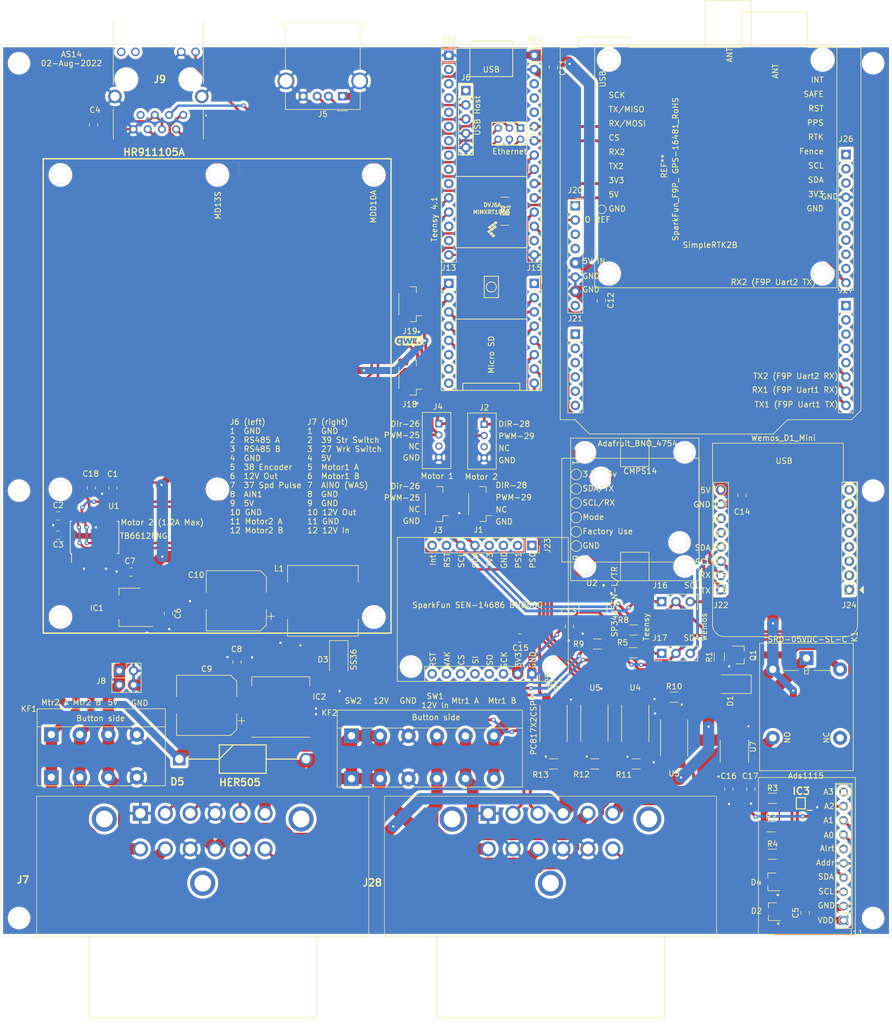
<source format=kicad_pcb>
(kicad_pcb (version 20171130) (host pcbnew "(5.1.12)-1")
  (layers (0 F.Cu signal) (31 B.Cu signal) (34 B.Paste user) (35 F.Paste user) (36 B.SilkS user) (37 F.SilkS user) (38 B.Mask user) (39 F.Mask user) (44 Edge.Cuts user))
  (net 0 "")
  (net 1 GND)
  (net 2 "Net-(IC1-Pad4)")
  (net 3 "Net-(Q1-Pad1)")
  (net 4 "Net-(J23-Pad3)")
  (net 5 "Net-(J1-Pad3)")
  (net 6 "Net-(J1-Pad2)")
  (net 7 "Net-(J10-Pad3)")
  (net 8 "Net-(J23-Pad2)")
  (net 9 "Net-(J23-Pad1)")
  (net 10 "Net-(J13-Pad3)")
  (net 11 "Net-(J13-Pad7)")
  (net 12 "Net-(J13-Pad6)")
  (net 13 "Net-(K1-Pad4)")
  (net 14 "Net-(K1-Pad3)")
  (net 15 "Net-(D2-Pad3)")
  (net 16 "Net-(C10-Pad1)")
  (net 17 "Net-(J12-Pad8)")
  (net 18 "Net-(J12-Pad7)")
  (net 19 "Net-(J12-Pad4)")
  (net 20 "Net-(J12-Pad3)")
  (net 21 "Net-(J20-Pad4)")
  (net 22 "Net-(J20-Pad3)")
  (net 23 "Net-(J20-Pad1)")
  (net 24 "Net-(J21-Pad6)")
  (net 25 "Net-(J21-Pad5)")
  (net 26 "Net-(J21-Pad4)")
  (net 27 "Net-(J21-Pad3)")
  (net 28 "Net-(J22-Pad6)")
  (net 29 "Net-(J22-Pad5)")
  (net 30 "Net-(J24-Pad5)")
  (net 31 "Net-(J24-Pad4)")
  (net 32 "Net-(J24-Pad3)")
  (net 33 "Net-(J24-Pad2)")
  (net 34 "Net-(J24-Pad1)")
  (net 35 "Net-(J10-Pad5)")
  (net 36 "Net-(J10-Pad2)")
  (net 37 "Net-(J13-Pad8)")
  (net 38 "Net-(J21-Pad1)")
  (net 39 "Net-(J3-Pad2)")
  (net 40 "Net-(J20-Pad8)")
  (net 41 "Net-(J21-Pad2)")
  (net 42 "Net-(J23-Pad8)")
  (net 43 "Net-(J23-Pad7)")
  (net 44 "Net-(J25-Pad6)")
  (net 45 "Net-(D1-Pad2)")
  (net 46 "Net-(J1-Pad4)")
  (net 47 "Net-(J2-Pad3)")
  (net 48 "Net-(J4-Pad3)")
  (net 49 "Net-(J7-Pad2)")
  (net 50 "Net-(J10-Pad6)")
  (net 51 "Net-(J11-Pad6)")
  (net 52 "Net-(J12-Pad14)")
  (net 53 "Net-(J12-Pad13)")
  (net 54 "Net-(J12-Pad12)")
  (net 55 "Net-(J12-Pad11)")
  (net 56 "Net-(J12-Pad10)")
  (net 57 "Net-(J12-Pad9)")
  (net 58 "Net-(J12-Pad6)")
  (net 59 "Net-(J12-Pad5)")
  (net 60 "Net-(J13-Pad2)")
  (net 61 "Net-(J13-Pad1)")
  (net 62 "Net-(J17-Pad3)")
  (net 63 "Net-(R11-Pad2)")
  (net 64 "Net-(R12-Pad2)")
  (net 65 "Net-(R13-Pad2)")
  (net 66 "Net-(KF2-Pad6)")
  (net 67 "Net-(IC3-Pad3)")
  (net 68 "Net-(IC3-Pad4)")
  (net 69 "Net-(IC3-Pad5)")
  (net 70 "Net-(IC3-Pad6)")
  (net 71 "Net-(IC3-Pad7)")
  (net 72 "Net-(J7-PadMH3)")
  (net 73 "Net-(J7-PadMH2)")
  (net 74 "Net-(J7-PadMH1)")
  (net 75 "Net-(J7-Pad12)")
  (net 76 "Net-(J7-Pad5)")
  (net 77 "Net-(J7-Pad3)")
  (net 78 "Net-(D5-Pad2)")
  (net 79 "Net-(J26-Pad3)")
  (net 80 "Net-(J26-Pad2)")
  (net 81 "Net-(J26-Pad1)")
  (net 82 "Net-(C2-Pad1)")
  (net 83 "Net-(C4-Pad1)")
  (net 84 "Net-(C16-Pad1)")
  (net 85 "Net-(D3-Pad1)")
  (net 86 "Net-(D4-Pad3)")
  (net 87 "Net-(J5-Pad3)")
  (net 88 "Net-(J5-Pad2)")
  (net 89 "Net-(J6-Pad1)")
  (net 90 "Net-(J7-Pad11)")
  (net 91 "Net-(J7-Pad7)")
  (net 92 "Net-(J9-Pad12)")
  (net 93 "Net-(J9-Pad11)")
  (net 94 "Net-(J9-Pad7)")
  (net 95 "Net-(J10-Pad1)")
  (net 96 "Net-(J11-Pad10)")
  (net 97 "Net-(J11-Pad9)")
  (net 98 "Net-(J12-Pad15)")
  (net 99 "Net-(J12-Pad2)")
  (net 100 "Net-(J14-Pad14)")
  (net 101 "Net-(J14-Pad13)")
  (net 102 "Net-(J14-Pad12)")
  (net 103 "Net-(J14-Pad11)")
  (net 104 "Net-(J14-Pad10)")
  (net 105 "Net-(J14-Pad9)")
  (net 106 "Net-(J14-Pad8)")
  (net 107 "Net-(J14-Pad7)")
  (net 108 "Net-(J14-Pad6)")
  (net 109 "Net-(J14-Pad5)")
  (net 110 "Net-(J14-Pad4)")
  (net 111 "Net-(J14-Pad3)")
  (net 112 "Net-(J15-Pad8)")
  (net 113 "Net-(J15-Pad7)")
  (net 114 "Net-(J15-Pad6)")
  (net 115 "Net-(J15-Pad5)")
  (net 116 "Net-(J15-Pad4)")
  (net 117 "Net-(J15-Pad3)")
  (net 118 "Net-(J15-Pad2)")
  (net 119 "Net-(J15-Pad1)")
  (net 120 "Net-(J16-Pad3)")
  (net 121 "Net-(J23-Pad4)")
  (net 122 "Net-(J24-Pad8)")
  (net 123 "Net-(J24-Pad7)")
  (net 124 "Net-(J24-Pad6)")
  (net 125 "Net-(J25-Pad8)")
  (net 126 "Net-(J25-Pad7)")
  (net 127 "Net-(J25-Pad5)")
  (net 128 "Net-(J25-Pad4)")
  (net 129 "Net-(J25-Pad3)")
  (net 130 "Net-(J26-Pad9)")
  (net 131 "Net-(J26-Pad8)")
  (net 132 "Net-(J26-Pad7)")
  (net 133 "Net-(J26-Pad6)")
  (net 134 "Net-(J26-Pad5)")
  (net 135 "Net-(J27-Pad5)")
  (net 136 "Net-(J27-Pad4)")
  (net 137 "Net-(J27-Pad3)")
  (net 138 "Net-(J27-Pad2)")
  (net 139 "Net-(J27-Pad1)")
  (net 140 "Net-(J28-PadMH3)")
  (net 141 "Net-(J28-PadMH2)")
  (net 142 "Net-(J28-PadMH1)")
  (net 143 "Net-(J28-Pad12)")
  (net 144 "Net-(J28-Pad6)")
  (net 145 "Net-(J28-Pad5)")
  (net 146 "Net-(J28-Pad3)")
  (net 147 "Net-(J28-Pad2)")
  (net 148 "Net-(R10-Pad2)")
  (net 149 "Net-(U1-Pad17)")
  (net 150 "Net-(U1-Pad16)")
  (net 151 "Net-(U1-Pad15)")
  (net 152 "Net-(U1-Pad11)")
  (net 153 "Net-(U1-Pad7)")
  (net 154 "Net-(C1-Pad1)")
  (module MyFootprints:HR911105A (layer F.Cu) (at 52.6542 32.5882)
    (fp_text reference J9 (at -4.191 -6.35) (layer F.SilkS) (effects (font (size 1.27 1.27) (thickness 0.254))))
    (fp_text value HR911105A (at -5.2324 6.6294 180) (layer F.SilkS) (effects (font (size 1.27 1.27) (thickness 0.254))))
    (pad MH4 np_thru_hole circle (at -10.16 -6.35) (size 3.25 0) (drill 3.25) (layers *.Cu *.Mask))
    (pad MH3 np_thru_hole circle (at 1.27 -6.35) (size 3.25 0) (drill 3.25) (layers *.Cu *.Mask))
    (pad MH2 thru_hole circle (at -12.19 -3.3) (size 2.445 2.445) (drill 1.63) (layers *.Cu *.Mask) (net 1 GND))
    (pad MH1 thru_hole circle (at 3.3 -3.3) (size 2.445 2.445) (drill 1.63) (layers *.Cu *.Mask) (net 1 GND))
    (pad 12 thru_hole circle (at -11.07 -11.25) (size 1.53 1.53) (drill 1.02) (layers *.Cu *.Mask) (net 92 "Net-(J9-Pad12)"))
    (pad 11 thru_hole circle (at -8.53 -11.25) (size 1.53 1.53) (drill 1.02) (layers *.Cu *.Mask) (net 93 "Net-(J9-Pad11)"))
    (pad 10 thru_hole circle (at -0.36 -11.25) (size 1.53 1.53) (drill 1.02) (layers *.Cu *.Mask) (net 1 GND))
    (pad 9 thru_hole circle (at 2.18 -11.25) (size 1.53 1.53) (drill 1.02) (layers *.Cu *.Mask) (net 7 "Net-(J10-Pad3)"))
    (pad 8 thru_hole circle (at -8.89 2.54) (size 1.446 1.446) (drill 0.89) (layers *.Cu *.Mask) (net 1 GND))
    (pad 7 thru_hole circle (at -7.62 0) (size 1.446 1.446) (drill 0.89) (layers *.Cu *.Mask) (net 94 "Net-(J9-Pad7)"))
    (pad 6 thru_hole circle (at -6.35 2.54) (size 1.446 1.446) (drill 0.89) (layers *.Cu *.Mask) (net 36 "Net-(J10-Pad2)"))
    (pad 5 thru_hole circle (at -5.08 0) (size 1.446 1.446) (drill 0.89) (layers *.Cu *.Mask) (net 83 "Net-(C4-Pad1)"))
    (pad 4 thru_hole circle (at -3.81 2.54) (size 1.446 1.446) (drill 0.89) (layers *.Cu *.Mask) (net 83 "Net-(C4-Pad1)"))
    (pad 3 thru_hole circle (at -2.54 0) (size 1.446 1.446) (drill 0.89) (layers *.Cu *.Mask) (net 95 "Net-(J10-Pad1)"))
    (pad 2 thru_hole circle (at -1.27 2.54) (size 1.446 1.446) (drill 0.89) (layers *.Cu *.Mask) (net 35 "Net-(J10-Pad5)"))
    (pad 1 thru_hole circle (at 0 0) (size 1.446 1.446) (drill 0.89) (layers *.Cu *.Mask) (net 50 "Net-(J10-Pad6)"))
  )
  (module MyFootprints:USB_A_Molex_67643_Horizontal (layer F.Cu) (at 81.026 29.2354 180)
    (fp_text reference J5 (at 3.5 -3.19) (layer F.SilkS))
    (fp_text value USB_A)
    (pad 4 thru_hole circle (at 7 0 180) (size 1.6 1.6) (drill 0.95) (layers *.Cu *.Mask) (net 1 GND))
    (pad 3 thru_hole circle (at 4.5 0 180) (size 1.6 1.6) (drill 0.95) (layers *.Cu *.Mask) (net 87 "Net-(J5-Pad3)"))
    (pad 2 thru_hole circle (at 2.5 0 180) (size 1.6 1.6) (drill 0.95) (layers *.Cu *.Mask) (net 88 "Net-(J5-Pad2)"))
    (pad 1 thru_hole rect (at 0 0 180) (size 1.6 1.5) (drill 0.95) (layers *.Cu *.Mask) (net 16 "Net-(C10-Pad1)"))
    (pad 5 thru_hole circle (at 10.07 2.71 180) (size 3 3) (drill 2.3) (layers *.Cu *.Mask) (net 1 GND))
    (pad 5 thru_hole circle (at -3.07 2.71 180) (size 3 3) (drill 2.3) (layers *.Cu *.Mask) (net 1 GND))
  )
  (module MyFootprints:SimpleRTK2B_no_pins (layer F.Cu) (at 122.5296 88.6206 90)
    (fp_text reference REF** hide)
    (fp_text value SimpleRTK2B (at 32.8676 24.0538 180) (layer F.SilkS))
    (fp_text user ANT (at 63.8556 35.687 90) (layer F.SilkS))
    (fp_text user USB (at 62.4586 4.9022 90) (layer F.SilkS))
    (fp_text user "IO REF" (at 37.3888 3.7338) (layer F.SilkS))
    (fp_text user "5V IN" (at 29.9974 3.333809) (layer F.SilkS))
    (fp_text user GND (at 27.3304 2.81) (layer F.SilkS))
    (fp_text user GND (at 24.9428 2.81) (layer F.SilkS))
    (fp_text user GND (at 41.4782 45.3644) (layer F.SilkS))
    (fp_text user "RX2 (F9P Uart2 TX)" (at 26.2636 35.306) (layer F.SilkS))
    (fp_text user "TX2 (F9P Uart2 RX)" (at 9.525 39.316781 180) (layer F.SilkS))
    (fp_text user "RX1 (F9P Uart1 RX)" (at 7.0612 39.197733) (layer F.SilkS))
    (fp_text user "TX1 (F9P Uart1 TX)" (at 4.4704 39.435828 180) (layer F.SilkS))
  )
  (module MyFootprints:DT1312PA (layer F.Cu) (at 107 156.972 270)
    (fp_text reference J28 (at 12.3698 20.6528 180) (layer F.SilkS) (effects (font (size 1.27 1.27) (thickness 0.254))))
    (fp_text value DT13-12PA hide)
    (pad MH3 thru_hole circle (at 1.02 -28.655 270) (size 4.485 4.485) (drill 2.99) (layers *.Cu *.Mask) (net 140 "Net-(J28-PadMH3)"))
    (pad MH2 thru_hole circle (at 12.45 -11.115 270) (size 4.485 4.485) (drill 2.99) (layers *.Cu *.Mask) (net 141 "Net-(J28-PadMH2)"))
    (pad MH1 thru_hole circle (at 1.02 6.425 270) (size 4.485 4.485) (drill 2.99) (layers *.Cu *.Mask) (net 142 "Net-(J28-PadMH1)"))
    (pad 12 thru_hole circle (at 6.35 0 270) (size 2.715 2.715) (drill 1.81) (layers *.Cu *.Mask) (net 143 "Net-(J28-Pad12)"))
    (pad 11 thru_hole circle (at 6.35 -4.445 270) (size 2.715 2.715) (drill 1.81) (layers *.Cu *.Mask) (net 1 GND))
    (pad 10 thru_hole circle (at 6.35 -8.89 270) (size 2.715 2.715) (drill 1.81) (layers *.Cu *.Mask) (net 78 "Net-(D5-Pad2)"))
    (pad 9 thru_hole circle (at 6.35 -13.34 270) (size 2.715 2.715) (drill 1.81) (layers *.Cu *.Mask) (net 1 GND))
    (pad 8 thru_hole circle (at 6.35 -17.785 270) (size 2.715 2.715) (drill 1.81) (layers *.Cu *.Mask) (net 1 GND))
    (pad 7 thru_hole circle (at 6.35 -22.23 270) (size 2.715 2.715) (drill 1.81) (layers *.Cu *.Mask) (net 86 "Net-(D4-Pad3)"))
    (pad 6 thru_hole circle (at 0 -22.23 270) (size 2.715 2.715) (drill 1.81) (layers *.Cu *.Mask) (net 144 "Net-(J28-Pad6)"))
    (pad 5 thru_hole circle (at 0 -17.785 270) (size 2.715 2.715) (drill 1.81) (layers *.Cu *.Mask) (net 145 "Net-(J28-Pad5)"))
    (pad 4 thru_hole circle (at 0 -13.34 270) (size 2.715 2.715) (drill 1.81) (layers *.Cu *.Mask) (net 16 "Net-(C10-Pad1)"))
    (pad 3 thru_hole circle (at 0 -8.89 270) (size 2.715 2.715) (drill 1.81) (layers *.Cu *.Mask) (net 146 "Net-(J28-Pad3)"))
    (pad 2 thru_hole circle (at 0 -4.445 270) (size 2.715 2.715) (drill 1.81) (layers *.Cu *.Mask) (net 147 "Net-(J28-Pad2)"))
    (pad 1 thru_hole rect (at 0 0 270) (size 2.715 2.715) (drill 1.81) (layers *.Cu *.Mask) (net 1 GND))
  )
  (module MyFootprints:DT1312PA (layer F.Cu) (at 45 156.972 270)
    (fp_text reference J7 (at 11.8618 20.9366 180) (layer F.SilkS) (effects (font (size 1.27 1.27) (thickness 0.254))))
    (fp_text value DT13-12PA hide)
    (pad MH3 thru_hole circle (at 1.02 -28.655 270) (size 4.485 4.485) (drill 2.99) (layers *.Cu *.Mask) (net 72 "Net-(J7-PadMH3)"))
    (pad MH2 thru_hole circle (at 12.45 -11.115 270) (size 4.485 4.485) (drill 2.99) (layers *.Cu *.Mask) (net 73 "Net-(J7-PadMH2)"))
    (pad MH1 thru_hole circle (at 1.02 6.425 270) (size 4.485 4.485) (drill 2.99) (layers *.Cu *.Mask) (net 74 "Net-(J7-PadMH1)"))
    (pad 12 thru_hole circle (at 6.35 0 270) (size 2.715 2.715) (drill 1.81) (layers *.Cu *.Mask) (net 75 "Net-(J7-Pad12)"))
    (pad 11 thru_hole circle (at 6.35 -4.445 270) (size 2.715 2.715) (drill 1.81) (layers *.Cu *.Mask) (net 90 "Net-(J7-Pad11)"))
    (pad 10 thru_hole circle (at 6.35 -8.89 270) (size 2.715 2.715) (drill 1.81) (layers *.Cu *.Mask) (net 1 GND))
    (pad 9 thru_hole circle (at 6.35 -13.34 270) (size 2.715 2.715) (drill 1.81) (layers *.Cu *.Mask) (net 16 "Net-(C10-Pad1)"))
    (pad 8 thru_hole circle (at 6.35 -17.785 270) (size 2.715 2.715) (drill 1.81) (layers *.Cu *.Mask) (net 15 "Net-(D2-Pad3)"))
    (pad 7 thru_hole circle (at 6.35 -22.23 270) (size 2.715 2.715) (drill 1.81) (layers *.Cu *.Mask) (net 91 "Net-(J7-Pad7)"))
    (pad 6 thru_hole circle (at 0 -22.23 270) (size 2.715 2.715) (drill 1.81) (layers *.Cu *.Mask) (net 78 "Net-(D5-Pad2)"))
    (pad 5 thru_hole circle (at 0 -17.785 270) (size 2.715 2.715) (drill 1.81) (layers *.Cu *.Mask) (net 76 "Net-(J7-Pad5)"))
    (pad 4 thru_hole circle (at 0 -13.34 270) (size 2.715 2.715) (drill 1.81) (layers *.Cu *.Mask) (net 1 GND))
    (pad 3 thru_hole circle (at 0 -8.89 270) (size 2.715 2.715) (drill 1.81) (layers *.Cu *.Mask) (net 77 "Net-(J7-Pad3)"))
    (pad 2 thru_hole circle (at 0 -4.445 270) (size 2.715 2.715) (drill 1.81) (layers *.Cu *.Mask) (net 49 "Net-(J7-Pad2)"))
    (pad 1 thru_hole rect (at 0 0 270) (size 2.715 2.715) (drill 1.81) (layers *.Cu *.Mask) (net 1 GND))
  )
  (module Capacitor_SMD:C_0805_2012Metric (layer F.Cu) (at 36.2712 99.0092 270)
    (fp_text reference C18 (at -2.5146 0.127 180) (layer F.SilkS))
    (fp_text value 10uF)
    (pad 2 smd roundrect (at 0.95 0 270) (size 1 1.45) (layers F.Cu F.Paste F.Mask) (net 1 GND))
    (pad 1 smd roundrect (at -0.95 0 270) (size 1 1.45) (layers F.Cu F.Paste F.Mask) (net 154 "Net-(C1-Pad1)"))
  )
  (module Capacitor_SMD:C_0805_2012Metric (layer F.Cu) (at 153.8478 152.654 270)
    (fp_text reference C17 (at -2.3114 0.127 180) (layer F.SilkS))
    (fp_text value 0.1uF)
    (pad 2 smd roundrect (at 0.95 0 270) (size 1 1.45) (layers F.Cu F.Paste F.Mask) (net 1 GND))
    (pad 1 smd roundrect (at -0.95 0 270) (size 1 1.45) (layers F.Cu F.Paste F.Mask) (net 16 "Net-(C10-Pad1)"))
  )
  (module MyFootprints:SOIC127P600X175-8N (layer F.Cu) (at 150.9014 145.923 270)
    (fp_text reference U7 (at -0.795 -3.337 90) (layer F.SilkS))
    (fp_text value ACS712ELCTR-05B-T)
    (pad 8 smd roundrect (at 2.475 -1.905 270) (size 1.97 0.6) (layers F.Cu F.Paste F.Mask) (roundrect_rratio 0.07000000000000001) (net 16 "Net-(C10-Pad1)"))
    (pad 7 smd roundrect (at 2.475 -0.635 270) (size 1.97 0.6) (layers F.Cu F.Paste F.Mask) (roundrect_rratio 0.07000000000000001) (net 97 "Net-(J11-Pad9)"))
    (pad 6 smd roundrect (at 2.475 0.635 270) (size 1.97 0.6) (layers F.Cu F.Paste F.Mask) (roundrect_rratio 0.07000000000000001) (net 84 "Net-(C16-Pad1)"))
    (pad 5 smd roundrect (at 2.475 1.905 270) (size 1.97 0.6) (layers F.Cu F.Paste F.Mask) (roundrect_rratio 0.07000000000000001) (net 1 GND))
    (pad 4 smd roundrect (at -2.475 1.905 270) (size 1.97 0.6) (layers F.Cu F.Paste F.Mask) (roundrect_rratio 0.07000000000000001) (net 66 "Net-(KF2-Pad6)"))
    (pad 3 smd roundrect (at -2.475 0.635 270) (size 1.97 0.6) (layers F.Cu F.Paste F.Mask) (roundrect_rratio 0.07000000000000001) (net 66 "Net-(KF2-Pad6)"))
    (pad 2 smd roundrect (at -2.475 -0.635 270) (size 1.97 0.6) (layers F.Cu F.Paste F.Mask) (roundrect_rratio 0.07000000000000001) (net 14 "Net-(K1-Pad3)"))
    (pad 1 smd roundrect (at -2.475 -1.905 270) (size 1.97 0.6) (layers F.Cu F.Paste F.Mask) (roundrect_rratio 0.07000000000000001) (net 14 "Net-(K1-Pad3)"))
  )
  (module MyFootprints:SF_F9P_SMA_NoPins (layer F.Cu) (at 126 63.373 90)
    (fp_text reference REF** (at 21.6662 12.3952 90) (layer F.SilkS))
    (fp_text value "SparkFun_F9P_ GPS-16481_RoHS" (at 21.1328 14.4018 90) (layer F.SilkS))
    (fp_text user ANT (at 41.4782 24.0538 90) (layer F.SilkS))
    (fp_text user INT (at 37.0332 39.674752 180) (layer F.SilkS))
    (fp_text user SAFE (at 34.487552 39.031895 180) (layer F.SilkS))
    (fp_text user RST (at 31.941908 39.460466 180) (layer F.SilkS))
    (fp_text user PPS (at 29.396264 39.341419 180) (layer F.SilkS))
    (fp_text user RTK (at 26.85062 39.436657 180) (layer F.SilkS))
    (fp_text user Fence (at 24.304976 38.650943 180) (layer F.SilkS))
    (fp_text user SCL (at 21.759332 39.436657 180) (layer F.SilkS))
    (fp_text user SDA (at 19.213688 39.412847 180) (layer F.SilkS))
    (fp_text user 3V3 (at 16.668044 39.436657 180) (layer F.SilkS))
    (fp_text user GND (at 14.1224 39.2938 180) (layer F.SilkS))
    (fp_text user SCK (at 34.3154 3.9624 180) (layer F.SilkS))
    (fp_text user TX/MISO (at 31.784925 5.676685 180) (layer F.SilkS))
    (fp_text user RX/MOSI (at 29.25445 5.795733 180) (layer F.SilkS))
    (fp_text user CS (at 26.723975 3.4624 180) (layer F.SilkS))
    (fp_text user RX2 (at 24.1935 3.93859 180) (layer F.SilkS))
    (fp_text user TX2 (at 21.663025 3.819543 180) (layer F.SilkS))
    (fp_text user 3V3 (at 19.13255 3.867162 180) (layer F.SilkS))
    (fp_text user 5V (at 16.602075 3.390971 180) (layer F.SilkS))
    (fp_text user GND (at 14.0716 4.010019 180) (layer F.SilkS))
    (pad "" thru_hole circle (at 2.54 2.54 90) (size 3.3 3.3) (drill 3.3) (layers *.Cu *.Mask))
    (pad "" thru_hole circle (at 40.64 2.54 90) (size 3.3 3.3) (drill 3.3) (layers *.Cu *.Mask))
    (pad "" thru_hole circle (at 40.64 40.64 90) (size 3.3 3.3) (drill 3.3) (layers *.Cu *.Mask))
    (pad "" thru_hole circle (at 2.54 40.64 90) (size 3.3 3.3) (drill 3.3) (layers *.Cu *.Mask))
  )
  (module Connector_PinHeader_2.54mm:PinHeader_1x05_P2.54mm_Vertical (layer F.Cu) (at 103.0356 28.2448)
    (fp_text reference J6 (at 0 -2.33) (layer F.SilkS))
    (fp_text value Teensy_USBhost)
    (pad 5 thru_hole oval (at 0 10.16) (size 1.7 1.7) (drill 1) (layers *.Cu *.Mask) (net 1 GND))
    (pad 4 thru_hole oval (at 0 7.62) (size 1.7 1.7) (drill 1) (layers *.Cu *.Mask) (net 1 GND))
    (pad 3 thru_hole oval (at 0 5.08) (size 1.7 1.7) (drill 1) (layers *.Cu *.Mask) (net 87 "Net-(J5-Pad3)"))
    (pad 2 thru_hole oval (at 0 2.54) (size 1.7 1.7) (drill 1) (layers *.Cu *.Mask) (net 88 "Net-(J5-Pad2)"))
    (pad 1 thru_hole rect (at 0 0) (size 1.7 1.7) (drill 1) (layers *.Cu *.Mask) (net 89 "Net-(J6-Pad1)"))
  )
  (module Package_TO_SOT_SMD:SOT-23 (layer F.Cu) (at 157.734 174.498 180)
    (fp_text reference D2 (at 2.8956 0.127) (layer F.SilkS))
    (fp_text value BAV99)
    (pad 3 smd rect (at 1 0 180) (size 0.9 0.8) (layers F.Cu F.Paste F.Mask) (net 15 "Net-(D2-Pad3)"))
    (pad 2 smd rect (at -1 0.95 180) (size 0.9 0.8) (layers F.Cu F.Paste F.Mask) (net 16 "Net-(C10-Pad1)"))
    (pad 1 smd rect (at -1 -0.95 180) (size 0.9 0.8) (layers F.Cu F.Paste F.Mask) (net 1 GND))
  )
  (module Resistor_SMD:R_1206_3216Metric (layer F.Cu) (at 132.9182 124.333)
    (fp_text reference R8 (at -1.8034 -1.778) (layer F.SilkS))
    (fp_text value 217)
    (pad 2 smd roundrect (at 1.4625 0) (size 1.125 1.75) (layers F.Cu F.Paste F.Mask) (roundrect_rratio 0.222222) (net 67 "Net-(IC3-Pad3)"))
    (pad 1 smd roundrect (at -1.4625 0) (size 1.125 1.75) (layers F.Cu F.Paste F.Mask) (roundrect_rratio 0.222222) (net 154 "Net-(C1-Pad1)"))
  )
  (module Resistor_SMD:R_1206_3216Metric (layer F.Cu) (at 132.842 128.3716)
    (fp_text reference R5 (at -1.8796 -1.8034) (layer F.SilkS))
    (fp_text value 217)
    (pad 2 smd roundrect (at 1.4625 0) (size 1.125 1.75) (layers F.Cu F.Paste F.Mask) (roundrect_rratio 0.222222) (net 68 "Net-(IC3-Pad4)"))
    (pad 1 smd roundrect (at -1.4625 0) (size 1.125 1.75) (layers F.Cu F.Paste F.Mask) (roundrect_rratio 0.222222) (net 154 "Net-(C1-Pad1)"))
  )
  (module Resistor_SMD:R_1206_3216Metric (layer F.Cu) (at 157.7086 164.2618)
    (fp_text reference R4 (at 0 -1.82) (layer F.SilkS))
    (fp_text value 200K)
    (pad 2 smd roundrect (at 1.4625 0) (size 1.125 1.75) (layers F.Cu F.Paste F.Mask) (roundrect_rratio 0.222222) (net 71 "Net-(IC3-Pad7)"))
    (pad 1 smd roundrect (at -1.4625 0) (size 1.125 1.75) (layers F.Cu F.Paste F.Mask) (roundrect_rratio 0.222222) (net 16 "Net-(C10-Pad1)"))
  )
  (module Resistor_SMD:R_1206_3216Metric (layer F.Cu) (at 157.7086 154.305)
    (fp_text reference R3 (at 0 -1.82) (layer F.SilkS))
    (fp_text value 341)
    (pad 2 smd roundrect (at 1.4625 0) (size 1.125 1.75) (layers F.Cu F.Paste F.Mask) (roundrect_rratio 0.222222) (net 69 "Net-(IC3-Pad5)"))
    (pad 1 smd roundrect (at -1.4625 0) (size 1.125 1.75) (layers F.Cu F.Paste F.Mask) (roundrect_rratio 0.222222) (net 16 "Net-(C10-Pad1)"))
  )
  (module Resistor_SMD:R_1206_3216Metric (layer F.Cu) (at 157.4546 159.385)
    (fp_text reference R2 (at 0 -1.82) (layer F.SilkS))
    (fp_text value 341)
    (pad 2 smd roundrect (at 1.4625 0) (size 1.125 1.75) (layers F.Cu F.Paste F.Mask) (roundrect_rratio 0.222222) (net 70 "Net-(IC3-Pad6)"))
    (pad 1 smd roundrect (at -1.4625 0) (size 1.125 1.75) (layers F.Cu F.Paste F.Mask) (roundrect_rratio 0.222222) (net 16 "Net-(C10-Pad1)"))
  )
  (module MyFootprints:PCA9306DCUR (layer F.Cu) (at 162.7378 155.194 180)
    (fp_text reference IC3 (at -0.0889 2.17932 180) (layer F.SilkS) (effects (font (size 1.27 1.27) (thickness 0.254))))
    (fp_text value PCA9306DCUR hide)
    (pad 1 smd rect (at -1.575 -0.75 270) (size 0.3 0.85) (layers F.Cu F.Paste F.Mask) (net 1 GND))
    (pad 2 smd rect (at -1.575 -0.25 270) (size 0.3 0.85) (layers F.Cu F.Paste F.Mask) (net 154 "Net-(C1-Pad1)"))
    (pad 3 smd rect (at -1.575 0.25 270) (size 0.3 0.85) (layers F.Cu F.Paste F.Mask) (net 67 "Net-(IC3-Pad3)"))
    (pad 4 smd rect (at -1.575 0.75 270) (size 0.3 0.85) (layers F.Cu F.Paste F.Mask) (net 68 "Net-(IC3-Pad4)"))
    (pad 5 smd rect (at 1.575 0.75 270) (size 0.3 0.85) (layers F.Cu F.Paste F.Mask) (net 69 "Net-(IC3-Pad5)"))
    (pad 6 smd rect (at 1.575 0.25 270) (size 0.3 0.85) (layers F.Cu F.Paste F.Mask) (net 70 "Net-(IC3-Pad6)"))
    (pad 7 smd rect (at 1.575 -0.25 270) (size 0.3 0.85) (layers F.Cu F.Paste F.Mask) (net 71 "Net-(IC3-Pad7)"))
    (pad 8 smd rect (at 1.575 -0.75 270) (size 0.3 0.85) (layers F.Cu F.Paste F.Mask) (net 71 "Net-(IC3-Pad7)"))
  )
  (module Package_TO_SOT_SMD:SOT-23 (layer F.Cu) (at 157.6324 169.1894 180)
    (fp_text reference D4 (at 2.8448 -0.0762) (layer F.SilkS))
    (fp_text value BAV99)
    (pad 3 smd rect (at 1 0 180) (size 0.9 0.8) (layers F.Cu F.Paste F.Mask) (net 86 "Net-(D4-Pad3)"))
    (pad 2 smd rect (at -1 0.95 180) (size 0.9 0.8) (layers F.Cu F.Paste F.Mask) (net 16 "Net-(C10-Pad1)"))
    (pad 1 smd rect (at -1 -0.95 180) (size 0.9 0.8) (layers F.Cu F.Paste F.Mask) (net 1 GND))
  )
  (module Capacitor_SMD:C_0805_2012Metric (layer F.Cu) (at 163.4998 174.7012 90)
    (fp_text reference C5 (at 0 -1.68 90) (layer F.SilkS))
    (fp_text value 0.1uF)
    (pad 2 smd roundrect (at 0.95 0 90) (size 1 1.45) (layers F.Cu F.Paste F.Mask) (net 1 GND))
    (pad 1 smd roundrect (at -0.95 0 90) (size 1 1.45) (layers F.Cu F.Paste F.Mask) (net 16 "Net-(C10-Pad1)"))
  )
  (module MyFootprints:ads1115_no_pins (layer F.Cu) (at 171.958 177.673 90)
    (fp_text reference REF**)
    (fp_text value Ads1115 (at 27.3812 -8.2804 180) (layer F.SilkS))
    (fp_text user 10 (at 24.6126 -1.5748 90) (layer F.SilkS))
    (fp_text user 9 (at 21.9964 -1.6256 90) (layer F.SilkS))
    (fp_text user 8 (at 19.4818 -1.6002 90) (layer F.SilkS))
    (fp_text user 7 (at 16.9164 -1.5748 90) (layer F.SilkS))
    (fp_text user 6 (at 14.3256 -1.6002 90) (layer F.SilkS))
    (fp_text user 5 (at 11.8364 -1.5748 90) (layer F.SilkS))
    (fp_text user 4 (at 9.1948 -1.524 90) (layer F.SilkS))
    (fp_text user 3 (at 6.731 -1.5748 90) (layer F.SilkS))
    (fp_text user 2 (at 4.191 -1.6002 90) (layer F.SilkS))
    (fp_text user 1 (at 1.651 -1.6002 90) (layer F.SilkS))
    (fp_text user A3 (at 24.5364 -4.2672) (layer F.SilkS))
    (fp_text user A2 (at 21.971 -4.1402) (layer F.SilkS))
    (fp_text user A1 (at 19.4564 -4.2672) (layer F.SilkS))
    (fp_text user A0 (at 16.7894 -4.2164) (layer F.SilkS))
    (fp_text user Alrt (at 14.4526 -4.5212) (layer F.SilkS))
    (fp_text user Addr (at 11.9126 -4.8514) (layer F.SilkS))
    (fp_text user SDA (at 9.398 -4.7244) (layer F.SilkS))
    (fp_text user SCL (at 6.7818 -4.699) (layer F.SilkS))
    (fp_text user GND (at 4.2672 -4.6482) (layer F.SilkS))
    (fp_text user VDD (at 1.6256 -4.7752) (layer F.SilkS))
  )
  (module MyFootprints:WEMOS_D1_mini_light_no_pins (layer F.Cu) (at 171.3738 117.1702 180)
    (fp_text reference REF**)
    (fp_text value Wemos_D1_Mini (at 11.7348 27.051) (layer F.SilkS))
    (fp_text user 16 (at 22.8346 0.0508) (layer F.SilkS))
    (fp_text user 1 (at 0.0762 -0.0508) (layer F.SilkS))
    (fp_text user 9 (at 22.9616 17.8308) (layer F.SilkS))
    (fp_text user 10 (at 22.9108 15.3416) (layer F.SilkS))
    (fp_text user 11 (at 23.0124 12.6746) (layer F.SilkS))
    (fp_text user 12 (at 23.0632 10.1346) (layer F.SilkS))
    (fp_text user 13 (at 23.0124 7.6454) (layer F.SilkS))
    (fp_text user 14 (at 23.0124 5.1816) (layer F.SilkS))
    (fp_text user 15 (at 22.86 2.5654) (layer F.SilkS))
    (fp_text user 8 (at 0 17.8308) (layer F.SilkS))
    (fp_text user 7 (at 0 15.3416) (layer F.SilkS))
    (fp_text user 6 (at 0 12.7254) (layer F.SilkS))
    (fp_text user 5 (at 0 10.1854) (layer F.SilkS))
    (fp_text user 4 (at 0 7.7216) (layer F.SilkS))
    (fp_text user 3 (at 0.0254 5.207) (layer F.SilkS))
    (fp_text user 2 (at 0.0254 2.5908) (layer F.SilkS))
  )
  (module Connector_PinHeader_2.54mm:PinHeader_1x03_P2.54mm_Vertical (layer F.Cu) (at 137.9474 119.2784 90)
    (fp_text reference J16 (at 2.8956 -0.2794 180) (layer F.SilkS))
    (fp_text value SCL (at 2.8956 5.3848 180) (layer F.SilkS))
    (pad 3 thru_hole oval (at 0 5.08 90) (size 1.7 1.7) (drill 1) (layers *.Cu *.Mask) (net 120 "Net-(J16-Pad3)"))
    (pad 2 thru_hole oval (at 0 2.54 90) (size 1.7 1.7) (drill 1) (layers *.Cu *.Mask) (net 67 "Net-(IC3-Pad3)"))
    (pad 1 thru_hole rect (at 0 0 90) (size 1.7 1.7) (drill 1) (layers *.Cu *.Mask) (net 106 "Net-(J14-Pad8)"))
  )
  (module Connector_PinHeader_2.54mm:PinHeader_1x03_P2.54mm_Vertical (layer F.Cu) (at 137.9474 128.4986 90)
    (fp_text reference J17 (at 2.7686 -0.3302 180) (layer F.SilkS))
    (fp_text value SDA (at 2.7686 5.3086 180) (layer F.SilkS))
    (pad 3 thru_hole oval (at 0 5.08 90) (size 1.7 1.7) (drill 1) (layers *.Cu *.Mask) (net 62 "Net-(J17-Pad3)"))
    (pad 2 thru_hole oval (at 0 2.54 90) (size 1.7 1.7) (drill 1) (layers *.Cu *.Mask) (net 68 "Net-(IC3-Pad4)"))
    (pad 1 thru_hole rect (at 0 0 90) (size 1.7 1.7) (drill 1) (layers *.Cu *.Mask) (net 105 "Net-(J14-Pad9)"))
  )
  (module Capacitor_SMD:C_0805_2012Metric (layer F.Cu) (at 149.9108 152.654 270)
    (fp_text reference C16 (at -2.3114 0.0508 180) (layer F.SilkS))
    (fp_text value 1nF)
    (pad 2 smd roundrect (at 0.95 0 270) (size 1 1.45) (layers F.Cu F.Paste F.Mask) (net 1 GND))
    (pad 1 smd roundrect (at -0.95 0 270) (size 1 1.45) (layers F.Cu F.Paste F.Mask) (net 84 "Net-(C16-Pad1)"))
  )
  (module Package_TO_SOT_SMD:SOT-223 (layer F.Cu) (at 43.1038 120.2944 180)
    (fp_text reference IC1 (at 5.8674 -0.127) (layer F.SilkS))
    (fp_text value AZ1117)
    (pad 1 smd rect (at -3.15 -2.3 180) (size 2 1.5) (layers F.Cu F.Paste F.Mask) (net 1 GND))
    (pad 3 smd rect (at -3.15 2.3 180) (size 2 1.5) (layers F.Cu F.Paste F.Mask) (net 16 "Net-(C10-Pad1)"))
    (pad 2 smd rect (at -3.15 0 180) (size 2 1.5) (layers F.Cu F.Paste F.Mask) (net 154 "Net-(C1-Pad1)"))
    (pad 4 smd rect (at 3.15 0 180) (size 2 3.8) (layers F.Cu F.Paste F.Mask) (net 2 "Net-(IC1-Pad4)"))
  )
  (module MyFootprints:QwiicLogo (layer F.Cu) (at 92.964 72.771)
    (fp_text reference G*** hide)
    (fp_text value LOGO hide)
  )
  (module MyFootprints:CMPS14_no_pins (layer F.Cu) (at 144.6276 93.726 270)
    (fp_text reference M1)
    (fp_text value CMPS14 (at 2.286 10.5156) (layer F.SilkS))
    (fp_text user 6 (at 17.7292 22.0472 270 unlocked) (layer F.SilkS))
    (fp_text user 1 (at 0.8128 22.0472 270 unlocked) (layer F.SilkS))
    (fp_text user GND (at 15.571606 19.25301) (layer F.SilkS))
    (fp_text user "Factory Use" (at 13.024363 16.300629) (layer F.SilkS))
    (fp_text user Mode (at 10.47712 18.872057) (layer F.SilkS))
    (fp_text user SCL/RX (at 7.929877 17.895867) (layer F.SilkS))
    (fp_text user SDA/TX (at 5.382634 17.991105) (layer F.SilkS))
    (fp_text user 3.3v-5v (at 2.835391 17.7292) (layer F.SilkS))
    (pad 2 thru_hole circle (at 15 3.5 270) (size 3 3) (drill 3) (layers *.Cu *.Mask))
    (pad 1 thru_hole circle (at 3.5 17.5 270) (size 3 3) (drill 3) (layers *.Cu *.Mask))
  )
  (module Capacitor_SMD:C_0805_2012Metric (layer F.Cu) (at 118.618 24.13 270)
    (fp_text reference C11 (at 0 -1.68 90) (layer F.SilkS))
    (fp_text value 0.1uF)
    (pad 2 smd roundrect (at 0.95 0 270) (size 1 1.45) (layers F.Cu F.Paste F.Mask) (net 1 GND))
    (pad 1 smd roundrect (at -0.95 0 270) (size 1 1.45) (layers F.Cu F.Paste F.Mask) (net 16 "Net-(C10-Pad1)"))
  )
  (module MyFootprints:Adafruit_BNO (layer F.Cu) (at 121.7168 115.5446 90)
    (fp_text reference REF** hide)
    (fp_text value Adafruit_BNO_4754 (at 24.4348 11.938 180) (layer F.SilkS))
    (pad 4 thru_hole circle (at 22.86 2.54 90) (size 2.999999 2.999999) (drill 2.999999) (layers *.Cu *.Mask))
    (pad 3 thru_hole circle (at 22.86 20.32 90) (size 2.999999 2.999999) (drill 2.999999) (layers *.Cu *.Mask))
    (pad 2 thru_hole circle (at 2.54 20.32 90) (size 2.999999 2.999999) (drill 2.999999) (layers *.Cu *.Mask))
    (pad 1 thru_hole circle (at 2.54 2.54 90) (size 2.999999 2.999999) (drill 2.999999) (layers *.Cu *.Mask))
  )
  (module MyFootprints:BNO080_Outline (layer F.Cu) (at 121.285 133.477 180)
    (fp_text reference REF**)
    (fp_text value "SparkFun SEN-14686 BNO080" (at 16.1798 13.589) (layer F.SilkS))
    (fp_text user RST (at 24.13 3.81 90) (layer F.SilkS))
    (fp_text user WAK (at 21.59 3.81 90) (layer F.SilkS))
    (fp_text user CS (at 19.05 3.81 90) (layer F.SilkS))
    (fp_text user SI (at 16.51 3.81 90) (layer F.SilkS))
    (fp_text user SO (at 13.97 3.81 90) (layer F.SilkS))
    (fp_text user SCK (at 11.43 3.81 90) (layer F.SilkS))
    (fp_text user 3V3 (at 8.89 3.81 90) (layer F.SilkS))
    (fp_text user GND (at 6.35 3.81 90) (layer F.SilkS))
    (fp_text user Int (at 24.13 21.59 90) (layer F.SilkS))
    (fp_text user RST (at 21.59 21.59 90) (layer F.SilkS))
    (fp_text user SCL (at 19.05 21.59 90) (layer F.SilkS))
    (fp_text user SDA (at 16.51 21.59 90) (layer F.SilkS))
    (fp_text user 3V3 (at 13.97 21.59 90) (layer F.SilkS))
    (fp_text user GND (at 11.43 21.59 90) (layer F.SilkS))
    (fp_text user PS1 (at 8.89 21.59 90) (layer F.SilkS))
    (fp_text user PS0 (at 6.35 21.59 90) (layer F.SilkS))
    (pad "" thru_hole circle (at 28.04 2.64 180) (size 3 3) (drill 3) (layers *.Cu *.Mask))
    (pad "" thru_hole circle (at 2.64 2.64 180) (size 3 3) (drill 3) (layers *.Cu *.Mask))
  )
  (module MountingHole:MountingHole_3mm (layer F.Cu) (at 175.641 175.641)
    (fp_text reference " " (at 0 -4) (layer F.SilkS))
    (fp_text value " ")
    (pad 1 np_thru_hole circle (at 0 0) (size 3 3) (drill 3) (layers *.Cu *.Mask))
  )
  (module MountingHole:MountingHole_3mm (layer F.Cu) (at 175.641 99.5045)
    (fp_text reference " " (at 0 -4) (layer F.SilkS))
    (fp_text value " ")
    (pad 1 np_thru_hole circle (at 0 0) (size 3 3) (drill 3) (layers *.Cu *.Mask))
  )
  (module MountingHole:MountingHole_3mm (layer F.Cu) (at 175.641 23.368)
    (fp_text reference " " (at 0 -4) (layer F.SilkS))
    (fp_text value " ")
    (pad 1 np_thru_hole circle (at 0 0) (size 3 3) (drill 3) (layers *.Cu *.Mask))
  )
  (module MountingHole:MountingHole_3mm (layer F.Cu) (at 23.368 175.641)
    (fp_text reference " " (at 0 -4) (layer F.SilkS))
    (fp_text value " ")
    (pad 1 np_thru_hole circle (at 0 0) (size 3 3) (drill 3) (layers *.Cu *.Mask))
  )
  (module MountingHole:MountingHole_3mm (layer F.Cu) (at 23.368 99.5045)
    (fp_text reference " " (at 0 -4) (layer F.SilkS))
    (fp_text value " ")
    (pad 1 np_thru_hole circle (at 0 0) (size 3 3) (drill 3) (layers *.Cu *.Mask))
  )
  (module MountingHole:MountingHole_3mm (layer F.Cu) (at 23.368 23.368)
    (fp_text reference " " (at 0 -4) (layer F.SilkS))
    (fp_text value " ")
    (pad 1 np_thru_hole circle (at 0 0) (size 3 3) (drill 3) (layers *.Cu *.Mask))
  )
  (module MyFootprints:MDD10A_Outline (layer F.Cu) (at 27.686 40.386 270)
    (fp_text reference REF** (at 1.905 -35.052 270) (layer F.SilkS) (effects (font (size 0.6 0.6) (thickness 0.015))))
    (fp_text value MDD10A (at 8.5344 -58.8518 270) (layer F.SilkS))
    (fp_text user MD13S (at 8.3058 -31.1404 270) (layer F.SilkS))
    (pad 8 thru_hole circle (at 2.88 -31.06 270) (size 3.2 3.2) (drill 3.2) (layers *.Cu *.Mask))
    (pad 8 thru_hole circle (at 58.88 -31.06 270) (size 3.2 3.2) (drill 3.2) (layers *.Cu *.Mask))
    (pad 8 thru_hole circle (at 58.88 -3.06 270) (size 3.2 3.2) (drill 3.2) (layers *.Cu *.Mask))
    (pad 8 thru_hole circle (at 2.88 -3.06 270) (size 3.2 3.2) (drill 3.2) (layers *.Cu *.Mask))
    (pad 8 thru_hole circle (at 2.88 -58.94 270) (size 3.2 3.2) (drill 3.2) (layers *.Cu *.Mask))
    (pad 8 thru_hole circle (at 81.62 -58.94 270) (size 3.2 3.2) (drill 3.2) (layers *.Cu *.Mask))
    (pad 8 thru_hole circle (at 81.62 -3.06 270) (size 3.2 3.2) (drill 3.2) (layers *.Cu *.Mask))
  )
  (module MyFootprints:Teensy41_no_pins (layer F.Cu) (at 107.569 51.1556 270)
    (fp_text reference -- (at -0.5334 -8.6868 90) (layer F.SilkS))
    (fp_text value "Teensy 4.1" (at 0 10.16 90) (layer F.SilkS))
    (fp_text user "USB Host" (at -18.4658 2.4892 90) (layer F.SilkS))
    (fp_text user Ethernet (at -12.065 -3.2766) (layer F.SilkS))
    (fp_text user USB (at -26.67 0 180) (layer F.SilkS))
    (fp_text user "Micro SD" (at 24.13 0 90) (layer F.SilkS))
    (fp_text user MIMXRT1062 (at -1.27 0 180) (layer F.SilkS) (effects (font (size 0.7 0.7))))
    (fp_text user DVJ6A (at -2.54 -0.18 180) (layer F.SilkS) (effects (font (size 0.7 0.7))))
  )
  (module Connector_PinSocket_2.54mm:PinSocket_1x10_P2.54mm_Vertical (layer F.Cu) (at 170.3832 176.0474 180)
    (fp_text reference J11 (at -2.1844 -2.2352) (layer F.SilkS))
    (fp_text value ADS1115)
    (pad 10 thru_hole oval (at 0 22.86 180) (size 1.7 1.7) (drill 1) (layers *.Cu *.Mask) (net 96 "Net-(J11-Pad10)"))
    (pad 9 thru_hole oval (at 0 20.32 180) (size 1.7 1.7) (drill 1) (layers *.Cu *.Mask) (net 97 "Net-(J11-Pad9)"))
    (pad 8 thru_hole oval (at 0 17.78 180) (size 1.7 1.7) (drill 1) (layers *.Cu *.Mask) (net 15 "Net-(D2-Pad3)"))
    (pad 7 thru_hole oval (at 0 15.24 180) (size 1.7 1.7) (drill 1) (layers *.Cu *.Mask) (net 86 "Net-(D4-Pad3)"))
    (pad 6 thru_hole oval (at 0 12.7 180) (size 1.7 1.7) (drill 1) (layers *.Cu *.Mask) (net 51 "Net-(J11-Pad6)"))
    (pad 5 thru_hole oval (at 0 10.16 180) (size 1.7 1.7) (drill 1) (layers *.Cu *.Mask) (net 1 GND))
    (pad 4 thru_hole oval (at 0 7.62 180) (size 1.7 1.7) (drill 1) (layers *.Cu *.Mask) (net 69 "Net-(IC3-Pad5)"))
    (pad 3 thru_hole oval (at 0 5.08 180) (size 1.7 1.7) (drill 1) (layers *.Cu *.Mask) (net 70 "Net-(IC3-Pad6)"))
    (pad 2 thru_hole oval (at 0 2.54 180) (size 1.7 1.7) (drill 1) (layers *.Cu *.Mask) (net 1 GND))
    (pad 1 thru_hole rect (at 0 0 180) (size 1.7 1.7) (drill 1) (layers *.Cu *.Mask) (net 16 "Net-(C10-Pad1)"))
  )
  (module Capacitor_SMD:C_0805_2012Metric (layer F.Cu) (at 127.1778 65.6336 270)
    (fp_text reference C12 (at 0 -1.68 90) (layer F.SilkS))
    (fp_text value 0.1uF)
    (pad 2 smd roundrect (at 0.95 0 270) (size 1 1.45) (layers F.Cu F.Paste F.Mask) (net 1 GND))
    (pad 1 smd roundrect (at -0.95 0 270) (size 1 1.45) (layers F.Cu F.Paste F.Mask) (net 16 "Net-(C10-Pad1)"))
  )
  (module Connector_PinSocket_2.54mm:PinSocket_1x08_P2.54mm_Vertical (layer F.Cu) (at 114.80546 109.2731 270)
    (fp_text reference J23 (at 0 -2.77 90) (layer F.SilkS))
    (fp_text value BNO080_left)
    (pad 8 thru_hole oval (at 0 17.78 270) (size 1.7 1.7) (drill 1) (layers *.Cu *.Mask) (net 42 "Net-(J23-Pad8)"))
    (pad 7 thru_hole oval (at 0 15.24 270) (size 1.7 1.7) (drill 1) (layers *.Cu *.Mask) (net 43 "Net-(J23-Pad7)"))
    (pad 6 thru_hole oval (at 0 12.7 270) (size 1.7 1.7) (drill 1) (layers *.Cu *.Mask) (net 106 "Net-(J14-Pad8)"))
    (pad 5 thru_hole oval (at 0 10.16 270) (size 1.7 1.7) (drill 1) (layers *.Cu *.Mask) (net 105 "Net-(J14-Pad9)"))
    (pad 4 thru_hole oval (at 0 7.62 270) (size 1.7 1.7) (drill 1) (layers *.Cu *.Mask) (net 121 "Net-(J23-Pad4)"))
    (pad 3 thru_hole oval (at 0 5.08 270) (size 1.7 1.7) (drill 1) (layers *.Cu *.Mask) (net 4 "Net-(J23-Pad3)"))
    (pad 2 thru_hole oval (at 0 2.54 270) (size 1.7 1.7) (drill 1) (layers *.Cu *.Mask) (net 8 "Net-(J23-Pad2)"))
    (pad 1 thru_hole rect (at 0 0 270) (size 1.7 1.7) (drill 1) (layers *.Cu *.Mask) (net 9 "Net-(J23-Pad1)"))
  )
  (module Capacitor_SMD:C_0805_2012Metric (layer F.Cu) (at 30.353 107.442 180)
    (fp_text reference C3 (at 0 -1.68) (layer F.SilkS))
    (fp_text value 10uF)
    (pad 2 smd roundrect (at 0.95 0 180) (size 1 1.45) (layers F.Cu F.Paste F.Mask) (net 1 GND))
    (pad 1 smd roundrect (at -0.95 0 180) (size 1 1.45) (layers F.Cu F.Paste F.Mask) (net 82 "Net-(C2-Pad1)"))
  )
  (module Package_SO:SSOP-24_5.3x8.2mm_P0.65mm (layer F.Cu) (at 36.83 107.823 90)
    (fp_text reference U1 (at 5.588 3.429 180) (layer F.SilkS))
    (fp_text value TB6612FNG (at 0.254 8.763 180) (layer F.SilkS))
    (pad 24 smd rect (at 3.6 -3.575 90) (size 1.75 0.45) (layers F.Cu F.Paste F.Mask) (net 82 "Net-(C2-Pad1)"))
    (pad 23 smd rect (at 3.6 -2.925 90) (size 1.75 0.45) (layers F.Cu F.Paste F.Mask) (net 46 "Net-(J1-Pad4)"))
    (pad 22 smd rect (at 3.6 -2.275 90) (size 1.75 0.45) (layers F.Cu F.Paste F.Mask) (net 55 "Net-(J12-Pad11)"))
    (pad 21 smd rect (at 3.6 -1.625 90) (size 1.75 0.45) (layers F.Cu F.Paste F.Mask) (net 5 "Net-(J1-Pad3)"))
    (pad 20 smd rect (at 3.6 -0.975 90) (size 1.75 0.45) (layers F.Cu F.Paste F.Mask) (net 154 "Net-(C1-Pad1)"))
    (pad 19 smd rect (at 3.6 -0.325 90) (size 1.75 0.45) (layers F.Cu F.Paste F.Mask) (net 54 "Net-(J12-Pad12)"))
    (pad 18 smd rect (at 3.6 0.325 90) (size 1.75 0.45) (layers F.Cu F.Paste F.Mask) (net 1 GND))
    (pad 17 smd rect (at 3.6 0.975 90) (size 1.75 0.45) (layers F.Cu F.Paste F.Mask) (net 149 "Net-(U1-Pad17)"))
    (pad 16 smd rect (at 3.6 1.625 90) (size 1.75 0.45) (layers F.Cu F.Paste F.Mask) (net 150 "Net-(U1-Pad16)"))
    (pad 15 smd rect (at 3.6 2.275 90) (size 1.75 0.45) (layers F.Cu F.Paste F.Mask) (net 151 "Net-(U1-Pad15)"))
    (pad 14 smd rect (at 3.6 2.925 90) (size 1.75 0.45) (layers F.Cu F.Paste F.Mask) (net 82 "Net-(C2-Pad1)"))
    (pad 13 smd rect (at 3.6 3.575 90) (size 1.75 0.45) (layers F.Cu F.Paste F.Mask) (net 82 "Net-(C2-Pad1)"))
    (pad 12 smd rect (at -3.6 3.575 90) (size 1.75 0.45) (layers F.Cu F.Paste F.Mask) (net 152 "Net-(U1-Pad11)"))
    (pad 11 smd rect (at -3.6 2.925 90) (size 1.75 0.45) (layers F.Cu F.Paste F.Mask) (net 152 "Net-(U1-Pad11)"))
    (pad 10 smd rect (at -3.6 2.275 90) (size 1.75 0.45) (layers F.Cu F.Paste F.Mask) (net 1 GND))
    (pad 9 smd rect (at -3.6 1.625 90) (size 1.75 0.45) (layers F.Cu F.Paste F.Mask) (net 1 GND))
    (pad 8 smd rect (at -3.6 0.975 90) (size 1.75 0.45) (layers F.Cu F.Paste F.Mask) (net 153 "Net-(U1-Pad7)"))
    (pad 7 smd rect (at -3.6 0.325 90) (size 1.75 0.45) (layers F.Cu F.Paste F.Mask) (net 153 "Net-(U1-Pad7)"))
    (pad 6 smd rect (at -3.6 -0.325 90) (size 1.75 0.45) (layers F.Cu F.Paste F.Mask) (net 75 "Net-(J7-Pad12)"))
    (pad 5 smd rect (at -3.6 -0.975 90) (size 1.75 0.45) (layers F.Cu F.Paste F.Mask) (net 75 "Net-(J7-Pad12)"))
    (pad 4 smd rect (at -3.6 -1.625 90) (size 1.75 0.45) (layers F.Cu F.Paste F.Mask) (net 1 GND))
    (pad 3 smd rect (at -3.6 -2.275 90) (size 1.75 0.45) (layers F.Cu F.Paste F.Mask) (net 1 GND))
    (pad 2 smd rect (at -3.6 -2.925 90) (size 1.75 0.45) (layers F.Cu F.Paste F.Mask) (net 90 "Net-(J7-Pad11)"))
    (pad 1 smd rect (at -3.6 -3.575 90) (size 1.75 0.45) (layers F.Cu F.Paste F.Mask) (net 90 "Net-(J7-Pad11)"))
  )
  (module Capacitor_SMD:C_0805_2012Metric (layer F.Cu) (at 30.353 104.013 180)
    (fp_text reference C2 (at 0 1.905) (layer F.SilkS))
    (fp_text value 0.1uF)
    (pad 2 smd roundrect (at 0.95 0 180) (size 1 1.45) (layers F.Cu F.Paste F.Mask) (net 1 GND))
    (pad 1 smd roundrect (at -0.95 0 180) (size 1 1.45) (layers F.Cu F.Paste F.Mask) (net 82 "Net-(C2-Pad1)"))
  )
  (module Capacitor_SMD:C_0805_2012Metric (layer F.Cu) (at 40.1066 99.0092 270)
    (fp_text reference C1 (at -2.4638 0.0508 180) (layer F.SilkS))
    (fp_text value 0.1uF)
    (pad 2 smd roundrect (at 0.95 0 270) (size 1 1.45) (layers F.Cu F.Paste F.Mask) (net 1 GND))
    (pad 1 smd roundrect (at -0.95 0 270) (size 1 1.45) (layers F.Cu F.Paste F.Mask) (net 154 "Net-(C1-Pad1)"))
  )
  (module Capacitor_SMD:C_0805_2012Metric (layer F.Cu) (at 112.649 125.73)
    (fp_text reference C15 (at 0.127 1.778) (layer F.SilkS))
    (fp_text value 0.1uF)
    (pad 2 smd roundrect (at 0.95 0) (size 1 1.45) (layers F.Cu F.Paste F.Mask) (net 1 GND))
    (pad 1 smd roundrect (at -0.95 0) (size 1 1.45) (layers F.Cu F.Paste F.Mask) (net 154 "Net-(C1-Pad1)"))
  )
  (module Resistor_SMD:R_1206_3216Metric (layer F.Cu) (at 126.5174 126.8222 180)
    (fp_text reference R9 (at 3.3782 -0.0254) (layer F.SilkS))
    (fp_text value 120)
    (pad 2 smd roundrect (at 1.4625 0 180) (size 1.125 1.75) (layers F.Cu F.Paste F.Mask) (roundrect_rratio 0.222222) (net 49 "Net-(J7-Pad2)"))
    (pad 1 smd roundrect (at -1.4625 0 180) (size 1.125 1.75) (layers F.Cu F.Paste F.Mask) (roundrect_rratio 0.222222) (net 77 "Net-(J7-Pad3)"))
  )
  (module MyFootprints:KF142V-5.08-6P (layer F.Cu) (at 113.1189 152.2984 180)
    (fp_text reference KF2 (at 34.4297 13.208) (layer F.SilkS))
    (fp_text value KF142V-5.0-6P)
    (fp_text user "Button side" (at 15.3924 12.4206) (layer F.SilkS))
    (pad 6 thru_hole circle (at 5.08 9.12 180) (size 2.6 2.6) (drill 1.3) (layers *.Cu *.Mask) (net 66 "Net-(KF2-Pad6)"))
    (pad 6 thru_hole circle (at 5.08 1.5 180) (size 2.6 2.6) (drill 1.3) (layers *.Cu *.Mask) (net 66 "Net-(KF2-Pad6)"))
    (pad 5 thru_hole circle (at 10.16 9.12 180) (size 2.6 2.6) (drill 1.3) (layers *.Cu *.Mask) (net 145 "Net-(J28-Pad5)"))
    (pad 5 thru_hole circle (at 10.16 1.5 180) (size 2.6 2.6) (drill 1.3) (layers *.Cu *.Mask) (net 145 "Net-(J28-Pad5)"))
    (pad 4 thru_hole circle (at 15.24 9.12 180) (size 2.6 2.6) (drill 1.3) (layers *.Cu *.Mask) (net 143 "Net-(J28-Pad12)"))
    (pad 4 thru_hole circle (at 15.24 1.5 180) (size 2.6 2.6) (drill 1.3) (layers *.Cu *.Mask) (net 143 "Net-(J28-Pad12)"))
    (pad 3 thru_hole circle (at 20.32 9.12 180) (size 2.6 2.6) (drill 1.3) (layers *.Cu *.Mask) (net 1 GND))
    (pad 3 thru_hole circle (at 20.32 1.5 180) (size 2.6 2.6) (drill 1.3) (layers *.Cu *.Mask) (net 1 GND))
    (pad 2 thru_hole circle (at 25.4 9.12 180) (size 2.6 2.6) (drill 1.3) (layers *.Cu *.Mask) (net 78 "Net-(D5-Pad2)"))
    (pad 2 thru_hole circle (at 25.4 1.5 180) (size 2.6 2.6) (drill 1.3) (layers *.Cu *.Mask) (net 78 "Net-(D5-Pad2)"))
    (pad 1 thru_hole rect (at 30.48 9.12 180) (size 2.6 2.6) (drill 1.3) (layers *.Cu *.Mask) (net 78 "Net-(D5-Pad2)"))
    (pad 1 thru_hole rect (at 30.48 1.5 180) (size 2.6 2.6) (drill 1.3) (layers *.Cu *.Mask) (net 78 "Net-(D5-Pad2)"))
  )
  (module MyFootprints:KF142V-5.08-4P (layer F.Cu) (at 49.4538 152.0698 180)
    (fp_text reference KF1 (at 24.3332 13.6906) (layer F.SilkS))
    (fp_text value KF142V-5.0-4P)
    (fp_text user "Button side" (at 11.5316 12.0142) (layer F.SilkS))
    (pad 4 thru_hole circle (at 5.08 9.12 180) (size 2.6 2.6) (drill 1.3) (layers *.Cu *.Mask) (net 1 GND))
    (pad 4 thru_hole circle (at 5.08 1.5 180) (size 2.6 2.6) (drill 1.3) (layers *.Cu *.Mask) (net 1 GND))
    (pad 3 thru_hole circle (at 10.16 9.12 180) (size 2.6 2.6) (drill 1.3) (layers *.Cu *.Mask) (net 16 "Net-(C10-Pad1)"))
    (pad 3 thru_hole circle (at 10.16 1.5 180) (size 2.6 2.6) (drill 1.3) (layers *.Cu *.Mask) (net 16 "Net-(C10-Pad1)"))
    (pad 2 thru_hole circle (at 15.24 9.12 180) (size 2.6 2.6) (drill 1.3) (layers *.Cu *.Mask) (net 75 "Net-(J7-Pad12)"))
    (pad 2 thru_hole circle (at 15.24 1.5 180) (size 2.6 2.6) (drill 1.3) (layers *.Cu *.Mask) (net 75 "Net-(J7-Pad12)"))
    (pad 1 thru_hole rect (at 20.32 9.12 180) (size 2.6 2.6) (drill 1.3) (layers *.Cu *.Mask) (net 90 "Net-(J7-Pad11)"))
    (pad 1 thru_hole rect (at 20.32 1.5 180) (size 2.6 2.6) (drill 1.3) (layers *.Cu *.Mask) (net 90 "Net-(J7-Pad11)"))
  )
  (module MyFootprints:Songle_SRD-05VDC-SL-C (layer F.Cu) (at 163.83 129.286 270)
    (fp_text reference K1 (at -3.7592 -8.509 270) (layer F.SilkS))
    (fp_text value SRD-05VDC-SL-C (at -3.302 -0.1016) (layer F.SilkS))
    (fp_text user NC (at 14.1833 -3.4798 270) (layer F.SilkS))
    (fp_text user NO (at 14.1833 3.4798 270) (layer F.SilkS))
    (pad 2 thru_hole oval (at 2.0508 -5.9238) (size 2.5 2.5) (drill 1.3) (layers *.Cu *.Mask) (net 45 "Net-(D1-Pad2)"))
    (pad 4 thru_hole oval (at 14.2508 -5.9238) (size 2.5 2.5) (drill 1.3) (layers *.Cu *.Mask) (net 13 "Net-(K1-Pad4)"))
    (pad 5 thru_hole oval (at 14.2508 6.0762) (size 2.5 2.5) (drill 1.3) (layers *.Cu *.Mask) (net 144 "Net-(J28-Pad6)"))
    (pad 1 thru_hole oval (at 2.0508 6.0762) (size 2.5 2.5) (drill 1.3) (layers *.Cu *.Mask) (net 16 "Net-(C10-Pad1)"))
    (pad 3 thru_hole rect (at 0.0508 0.0762) (size 2.5 2.5) (drill 1.3) (layers *.Cu *.Mask) (net 14 "Net-(K1-Pad3)"))
  )
  (module "MyFootprints:SMA(DO-214AC)" (layer F.Cu) (at 80.3656 129.6162 270)
    (fp_text reference D3 (at -0.0254 2.8194 180) (layer F.SilkS))
    (fp_text value SS36 (at -0.0254 -2.667 90) (layer F.SilkS))
    (pad 2 smd rect (at 2 0 270) (size 1.8 1.8) (layers F.Cu F.Paste F.Mask) (net 1 GND))
    (pad 1 smd rect (at -2 0 270) (size 1.8 1.8) (layers F.Cu F.Paste F.Mask) (net 85 "Net-(D3-Pad1)"))
  )
  (module MyFootprints:Grove (layer F.Cu) (at 106.299 90.678 270)
    (fp_text reference J2 (at -5.969 0 180) (layer F.SilkS))
    (fp_text value "Motor 2" (at 6.35 0.508 180) (layer F.SilkS))
    (pad 4 thru_hole circle (at 3 0 270) (size 1.308 1.308) (drill 0.8) (layers *.Cu *.Mask) (net 1 GND))
    (pad 3 thru_hole circle (at 1 0 270) (size 1.308 1.308) (drill 0.8) (layers *.Cu *.Mask) (net 47 "Net-(J2-Pad3)"))
    (pad 2 thru_hole circle (at -1 0 270) (size 1.308 1.308) (drill 0.8) (layers *.Cu *.Mask) (net 5 "Net-(J1-Pad3)"))
    (pad 1 thru_hole rect (at -3 0 270) (size 1.308 1.308) (drill 0.8) (layers *.Cu *.Mask) (net 46 "Net-(J1-Pad4)"))
  )
  (module Connector_PinSocket_2.54mm:PinSocket_2x02_P2.54mm_Vertical (layer F.Cu) (at 41.2496 131.572 90)
    (fp_text reference J8 (at -1.8288 -3.2512 180) (layer F.SilkS))
    (fp_text value "5V Power")
    (pad 1 thru_hole rect (at 0 0 90) (size 1.7 1.7) (drill 1) (layers *.Cu *.Mask) (net 16 "Net-(C10-Pad1)"))
    (pad 2 thru_hole oval (at -2.54 0 90) (size 1.7 1.7) (drill 1) (layers *.Cu *.Mask) (net 16 "Net-(C10-Pad1)"))
    (pad 3 thru_hole oval (at 0 2.54 90) (size 1.7 1.7) (drill 1) (layers *.Cu *.Mask) (net 1 GND))
    (pad 4 thru_hole oval (at -2.54 2.54 90) (size 1.7 1.7) (drill 1) (layers *.Cu *.Mask) (net 1 GND))
  )
  (module Resistor_SMD:R_1206_3216Metric (layer F.Cu) (at 148.209 129.0975 270)
    (fp_text reference R1 (at 0.0254 1.7907 90) (layer F.SilkS))
    (fp_text value 1K)
    (pad 2 smd roundrect (at 1.4625 0 270) (size 1.125 1.75) (layers F.Cu F.Paste F.Mask) (roundrect_rratio 0.2222213333333333) (net 3 "Net-(Q1-Pad1)"))
    (pad 1 smd roundrect (at -1.4625 0 270) (size 1.125 1.75) (layers F.Cu F.Paste F.Mask) (roundrect_rratio 0.2222213333333333) (net 115 "Net-(J15-Pad5)"))
  )
  (module Resistor_SMD:R_1206_3216Metric (layer F.Cu) (at 133.4008 148.1836 180)
    (fp_text reference R11 (at 2.2098 -1.9304) (layer F.SilkS))
    (fp_text value 200)
    (pad 2 smd roundrect (at 1.4625 0 180) (size 1.125 1.75) (layers F.Cu F.Paste F.Mask) (roundrect_rratio 0.2222213333333333) (net 63 "Net-(R11-Pad2)"))
    (pad 1 smd roundrect (at -1.4625 0 180) (size 1.125 1.75) (layers F.Cu F.Paste F.Mask) (roundrect_rratio 0.2222213333333333) (net 16 "Net-(C10-Pad1)"))
  )
  (module Resistor_SMD:R_1206_3216Metric (layer F.Cu) (at 126.0221 148.1836 180)
    (fp_text reference R12 (at 2.3749 -1.8796) (layer F.SilkS))
    (fp_text value 200)
    (pad 2 smd roundrect (at 1.4625 0 180) (size 1.125 1.75) (layers F.Cu F.Paste F.Mask) (roundrect_rratio 0.2222213333333333) (net 64 "Net-(R12-Pad2)"))
    (pad 1 smd roundrect (at -1.4625 0 180) (size 1.125 1.75) (layers F.Cu F.Paste F.Mask) (roundrect_rratio 0.2222213333333333) (net 16 "Net-(C10-Pad1)"))
  )
  (module Resistor_SMD:R_1206_3216Metric (layer F.Cu) (at 118.6434 148.1836 180)
    (fp_text reference R13 (at 2.286 -1.9304) (layer F.SilkS))
    (fp_text value 200)
    (pad 2 smd roundrect (at 1.4625 0 180) (size 1.125 1.75) (layers F.Cu F.Paste F.Mask) (roundrect_rratio 0.2222213333333333) (net 65 "Net-(R13-Pad2)"))
    (pad 1 smd roundrect (at -1.4625 0 180) (size 1.125 1.75) (layers F.Cu F.Paste F.Mask) (roundrect_rratio 0.2222213333333333) (net 16 "Net-(C10-Pad1)"))
  )
  (module MyFootprints:1N5408 (layer F.Cu) (at 51.943 147.32)
    (fp_text reference D5 (at -0.3683 4.0386) (layer F.SilkS) (effects (font (size 1.27 1.27) (thickness 0.254))))
    (fp_text value HER505 (at 10.8077 4.1656) (layer F.SilkS) (effects (font (size 1.27 1.27) (thickness 0.254))))
    (pad 1 thru_hole rect (at 0 0) (size 2.25 2.25) (drill 1.5) (layers *.Cu *.Mask) (net 82 "Net-(C2-Pad1)"))
    (pad 2 thru_hole circle (at 22.6 0) (size 2.25 2.25) (drill 1.5) (layers *.Cu *.Mask) (net 78 "Net-(D5-Pad2)"))
  )
  (module Resistor_SMD:R_1206_3216Metric (layer F.Cu) (at 109.982 48.133 180)
    (fp_text reference R6 (at 0 -1.82) (layer F.SilkS))
    (fp_text value 2.2K)
    (pad 2 smd roundrect (at 1.4625 0 180) (size 1.125 1.75) (layers F.Cu F.Paste F.Mask) (roundrect_rratio 0.2222204444444444) (net 106 "Net-(J14-Pad8)"))
    (pad 1 smd roundrect (at -1.4625 0 180) (size 1.125 1.75) (layers F.Cu F.Paste F.Mask) (roundrect_rratio 0.2222204444444444) (net 98 "Net-(J12-Pad15)"))
  )
  (module Resistor_SMD:R_1206_3216Metric (layer F.Cu) (at 109.982 51.308 180)
    (fp_text reference R7 (at -0.171 1.938) (layer F.SilkS))
    (fp_text value 2.2K)
    (pad 2 smd roundrect (at 1.4625 0 180) (size 1.125 1.75) (layers F.Cu F.Paste F.Mask) (roundrect_rratio 0.2222204444444444) (net 105 "Net-(J14-Pad9)"))
    (pad 1 smd roundrect (at -1.4625 0 180) (size 1.125 1.75) (layers F.Cu F.Paste F.Mask) (roundrect_rratio 0.2222204444444444) (net 98 "Net-(J12-Pad15)"))
  )
  (module Capacitor_SMD:C_0805_2012Metric (layer F.Cu) (at 36.6522 34.3662 270)
    (fp_text reference C4 (at -2.667 -0.254 180) (layer F.SilkS))
    (fp_text value 0.1uF)
    (pad 2 smd roundrect (at 0.95 0 270) (size 1 1.45) (layers F.Cu F.Paste F.Mask) (net 1 GND))
    (pad 1 smd roundrect (at -0.95 0 270) (size 1 1.45) (layers F.Cu F.Paste F.Mask) (net 83 "Net-(C4-Pad1)"))
  )
  (module Connector_PinSocket_2.54mm:PinSocket_1x08_P2.54mm_Vertical (layer F.Cu) (at 115.2248 62.5856)
    (fp_text reference J15 (at 0 -2.77) (layer F.SilkS))
    (fp_text value Conn_01x08_Female)
    (pad 8 thru_hole oval (at 0 17.78) (size 1.7 1.7) (drill 1) (layers *.Cu *.Mask) (net 112 "Net-(J15-Pad8)"))
    (pad 7 thru_hole oval (at 0 15.24) (size 1.7 1.7) (drill 1) (layers *.Cu *.Mask) (net 113 "Net-(J15-Pad7)"))
    (pad 6 thru_hole oval (at 0 12.7) (size 1.7 1.7) (drill 1) (layers *.Cu *.Mask) (net 114 "Net-(J15-Pad6)"))
    (pad 5 thru_hole oval (at 0 10.16) (size 1.7 1.7) (drill 1) (layers *.Cu *.Mask) (net 115 "Net-(J15-Pad5)"))
    (pad 4 thru_hole oval (at 0 7.62) (size 1.7 1.7) (drill 1) (layers *.Cu *.Mask) (net 116 "Net-(J15-Pad4)"))
    (pad 3 thru_hole oval (at 0 5.08) (size 1.7 1.7) (drill 1) (layers *.Cu *.Mask) (net 117 "Net-(J15-Pad3)"))
    (pad 2 thru_hole oval (at 0 2.54) (size 1.7 1.7) (drill 1) (layers *.Cu *.Mask) (net 118 "Net-(J15-Pad2)"))
    (pad 1 thru_hole rect (at 0 0) (size 1.7 1.7) (drill 1) (layers *.Cu *.Mask) (net 119 "Net-(J15-Pad1)"))
  )
  (module MyFootprints:Maxim_Integrated-S8-2-0-P-MFG (layer F.Cu) (at 125.6792 120.523 270)
    (fp_text reference U2 (at -4.572 0.1778 180) (layer F.SilkS))
    (fp_text value SP3485EN-L/TR (at -1.2446 -3.8608 270) (layer F.SilkS))
    (fp_text user * (at -2.719 -3.5888 90) (layer F.SilkS))
    (pad 8 smd rect (at 2.465 -1.905 270) (size 1.98 0.53) (layers F.Cu F.Paste F.Mask) (net 154 "Net-(C1-Pad1)"))
    (pad 7 smd rect (at 2.465 -0.635 270) (size 1.98 0.53) (layers F.Cu F.Paste F.Mask) (net 77 "Net-(J7-Pad3)"))
    (pad 6 smd rect (at 2.465 0.635 270) (size 1.98 0.53) (layers F.Cu F.Paste F.Mask) (net 49 "Net-(J7-Pad2)"))
    (pad 5 smd rect (at 2.465 1.905 270) (size 1.98 0.53) (layers F.Cu F.Paste F.Mask) (net 1 GND))
    (pad 4 smd rect (at -2.465 1.905 270) (size 1.98 0.53) (layers F.Cu F.Paste F.Mask) (net 114 "Net-(J15-Pad6)"))
    (pad 3 smd rect (at -2.465 0.635 270) (size 1.98 0.53) (layers F.Cu F.Paste F.Mask) (net 112 "Net-(J15-Pad8)"))
    (pad 2 smd rect (at -2.465 -0.635 270) (size 1.98 0.53) (layers F.Cu F.Paste F.Mask) (net 112 "Net-(J15-Pad8)"))
    (pad 1 smd rect (at -2.465 -1.905 270) (size 1.98 0.53) (layers F.Cu F.Paste F.Mask) (net 113 "Net-(J15-Pad7)"))
  )
  (module Capacitor_SMD:C_0805_2012Metric (layer F.Cu) (at 50.0126 121.3968 270)
    (fp_text reference C6 (at 0 -1.68 90) (layer F.SilkS))
    (fp_text value 10uF)
    (pad 2 smd roundrect (at 0.95 0 270) (size 1 1.45) (layers F.Cu F.Paste F.Mask) (net 1 GND))
    (pad 1 smd roundrect (at -0.95 0 270) (size 1 1.45) (layers F.Cu F.Paste F.Mask) (net 16 "Net-(C10-Pad1)"))
  )
  (module Diode_SMD:D_SMA (layer F.Cu) (at 150.495 133.985 180)
    (fp_text reference D1 (at 0.3302 -2.9845 270) (layer F.SilkS))
    (fp_text value 1N4007)
    (pad 2 smd rect (at 2 0 180) (size 2.5 1.8) (layers F.Cu F.Paste F.Mask) (net 45 "Net-(D1-Pad2)"))
    (pad 1 smd rect (at -2 0 180) (size 2.5 1.8) (layers F.Cu F.Paste F.Mask) (net 16 "Net-(C10-Pad1)"))
  )
  (module MyFootprints:TO263-5L (layer F.Cu) (at 70.0405 135.3693 270)
    (fp_text reference IC2 (at 0.8509 -6.8707 180) (layer F.SilkS))
    (fp_text value XL2596)
    (pad 6 smd rect (at 3.5 0 270) (size 8.46 10.53) (layers F.Cu F.Mask) (net 1 GND))
    (pad 5 smd rect (at -6.13 3.4 270) (size 3.21 1.05) (layers F.Cu F.Paste F.Mask) (net 1 GND))
    (pad 4 smd rect (at -6.13 1.7 270) (size 3.21 1.05) (layers F.Cu F.Paste F.Mask) (net 16 "Net-(C10-Pad1)"))
    (pad 3 smd rect (at -6.13 0 270) (size 3.21 1.05) (layers F.Cu F.Paste F.Mask) (net 1 GND))
    (pad 2 smd rect (at -6.13 -1.7 270) (size 3.21 1.05) (layers F.Cu F.Paste F.Mask) (net 85 "Net-(D3-Pad1)"))
    (pad 1 smd rect (at -6.13 -3.4 270) (size 3.21 1.05) (layers F.Cu F.Paste F.Mask) (net 82 "Net-(C2-Pad1)"))
  )
  (module Capacitor_SMD:C_0805_2012Metric (layer F.Cu) (at 62.23 130.048 90)
    (fp_text reference C8 (at 2.3114 -0.0762 180) (layer F.SilkS))
    (fp_text value 1uF)
    (pad 2 smd roundrect (at 0.95 0 90) (size 1 1.45) (layers F.Cu F.Paste F.Mask) (net 1 GND))
    (pad 1 smd roundrect (at -0.95 0 90) (size 1 1.45) (layers F.Cu F.Paste F.Mask) (net 82 "Net-(C2-Pad1)"))
  )
  (module MyFootprints:TMPA1265SP-101MN-D (layer F.Cu) (at 77.5462 119.126 180)
    (fp_text reference L1 (at 7.8232 5.7404) (layer F.SilkS))
    (fp_text value SMDRI127-330MT)
    (pad 2 smd rect (at 4.95 0 180) (size 2.9 5.4) (layers F.Cu F.Paste F.Mask) (net 16 "Net-(C10-Pad1)"))
    (pad 1 smd rect (at -4.95 0 180) (size 2.9 5.4) (layers F.Cu F.Paste F.Mask) (net 85 "Net-(D3-Pad1)"))
  )
  (module Capacitor_SMD:CP_Elec_10x10.5 (layer F.Cu) (at 62.103 119.126 180)
    (fp_text reference C10 (at 7.1501 4.6101) (layer F.SilkS))
    (fp_text value 330uF)
    (pad 2 smd roundrect (at 4.2 0 180) (size 4.4 2.5) (layers F.Cu F.Paste F.Mask) (roundrect_rratio 0.1) (net 1 GND))
    (pad 1 smd roundrect (at -4.2 0 180) (size 4.4 2.5) (layers F.Cu F.Paste F.Mask) (roundrect_rratio 0.1) (net 16 "Net-(C10-Pad1)"))
  )
  (module Capacitor_SMD:CP_Elec_10x10.5 (layer F.Cu) (at 56.8198 137.7442 180)
    (fp_text reference C9 (at 0 6.477) (layer F.SilkS))
    (fp_text value 470uF)
    (pad 2 smd roundrect (at 4.2 0 180) (size 4.4 2.5) (layers F.Cu F.Paste F.Mask) (roundrect_rratio 0.1) (net 1 GND))
    (pad 1 smd roundrect (at -4.2 0 180) (size 4.4 2.5) (layers F.Cu F.Paste F.Mask) (roundrect_rratio 0.1) (net 82 "Net-(C2-Pad1)"))
  )
  (module Resistor_SMD:R_1206_3216Metric (layer F.Cu) (at 140.1572 136.2964)
    (fp_text reference R10 (at 0 -1.905) (layer F.SilkS))
    (fp_text value 100)
    (pad 2 smd roundrect (at 1.4625 0) (size 1.125 1.75) (layers F.Cu F.Paste F.Mask) (roundrect_rratio 0.2222204444444444) (net 148 "Net-(R10-Pad2)"))
    (pad 1 smd roundrect (at -1.4625 0) (size 1.125 1.75) (layers F.Cu F.Paste F.Mask) (roundrect_rratio 0.2222204444444444) (net 116 "Net-(J15-Pad4)"))
  )
  (module MyFootprints:SOIC254P960X420-4N (layer F.Cu) (at 140.1572 143.5354 270)
    (fp_text reference U3 (at 6.35 0 180) (layer F.SilkS))
    (fp_text value PC817X2CSP9F)
    (pad 4 smd roundrect (at 4.28 -1.27 270) (size 2.15 1.48) (layers F.Cu F.Paste F.Mask) (roundrect_rratio 0.18) (net 91 "Net-(J7-Pad7)"))
    (pad 3 smd roundrect (at 4.28 1.27 270) (size 2.15 1.48) (layers F.Cu F.Paste F.Mask) (roundrect_rratio 0.18) (net 1 GND))
    (pad 2 smd roundrect (at -4.28 1.27 270) (size 2.15 1.48) (layers F.Cu F.Paste F.Mask) (roundrect_rratio 0.18) (net 1 GND))
    (pad 1 smd roundrect (at -4.28 -1.27 270) (size 2.15 1.48) (layers F.Cu F.Paste F.Mask) (roundrect_rratio 0.18) (net 148 "Net-(R10-Pad2)"))
  )
  (module Connector_PinSocket_2.54mm:PinSocket_1x08_P2.54mm_Vertical (layer F.Cu) (at 148.522 117.1423 180)
    (fp_text reference J22 (at 0 -2.77) (layer F.SilkS))
    (fp_text value WemosD1_right)
    (pad 8 thru_hole oval (at 0 17.78 180) (size 1.7 1.7) (drill 1) (layers *.Cu *.Mask) (net 16 "Net-(C10-Pad1)"))
    (pad 7 thru_hole oval (at 0 15.24 180) (size 1.7 1.7) (drill 1) (layers *.Cu *.Mask) (net 1 GND))
    (pad 6 thru_hole oval (at 0 12.7 180) (size 1.7 1.7) (drill 1) (layers *.Cu *.Mask) (net 28 "Net-(J22-Pad6)"))
    (pad 5 thru_hole oval (at 0 10.16 180) (size 1.7 1.7) (drill 1) (layers *.Cu *.Mask) (net 29 "Net-(J22-Pad5)"))
    (pad 4 thru_hole oval (at 0 7.62 180) (size 1.7 1.7) (drill 1) (layers *.Cu *.Mask) (net 62 "Net-(J17-Pad3)"))
    (pad 3 thru_hole oval (at 0 5.08 180) (size 1.7 1.7) (drill 1) (layers *.Cu *.Mask) (net 120 "Net-(J16-Pad3)"))
    (pad 2 thru_hole oval (at 0 2.54 180) (size 1.7 1.7) (drill 1) (layers *.Cu *.Mask) (net 101 "Net-(J14-Pad13)"))
    (pad 1 thru_hole rect (at 0 0 180) (size 1.7 1.7) (drill 1) (layers *.Cu *.Mask) (net 102 "Net-(J14-Pad12)"))
  )
  (module Connector_PinSocket_2.54mm:PinSocket_1x08_P2.54mm_Vertical (layer F.Cu) (at 171.382 117.1423 180)
    (fp_text reference J24 (at 0 -2.77) (layer F.SilkS))
    (fp_text value WemosD1_left)
    (pad 8 thru_hole oval (at 0 17.78 180) (size 1.7 1.7) (drill 1) (layers *.Cu *.Mask) (net 122 "Net-(J24-Pad8)"))
    (pad 7 thru_hole oval (at 0 15.24 180) (size 1.7 1.7) (drill 1) (layers *.Cu *.Mask) (net 123 "Net-(J24-Pad7)"))
    (pad 6 thru_hole oval (at 0 12.7 180) (size 1.7 1.7) (drill 1) (layers *.Cu *.Mask) (net 124 "Net-(J24-Pad6)"))
    (pad 5 thru_hole oval (at 0 10.16 180) (size 1.7 1.7) (drill 1) (layers *.Cu *.Mask) (net 30 "Net-(J24-Pad5)"))
    (pad 4 thru_hole oval (at 0 7.62 180) (size 1.7 1.7) (drill 1) (layers *.Cu *.Mask) (net 31 "Net-(J24-Pad4)"))
    (pad 3 thru_hole oval (at 0 5.08 180) (size 1.7 1.7) (drill 1) (layers *.Cu *.Mask) (net 32 "Net-(J24-Pad3)"))
    (pad 2 thru_hole oval (at 0 2.54 180) (size 1.7 1.7) (drill 1) (layers *.Cu *.Mask) (net 33 "Net-(J24-Pad2)"))
    (pad 1 thru_hole rect (at 0 0 180) (size 1.7 1.7) (drill 1) (layers *.Cu *.Mask) (net 34 "Net-(J24-Pad1)"))
  )
  (module Capacitor_SMD:C_0805_2012Metric (layer F.Cu) (at 152.273 100.33 270)
    (fp_text reference C14 (at 2.921 0 180) (layer F.SilkS))
    (fp_text value 0.1uF)
    (pad 2 smd roundrect (at 0.95 0 270) (size 1 1.45) (layers F.Cu F.Paste F.Mask) (net 1 GND))
    (pad 1 smd roundrect (at -0.95 0 270) (size 1 1.45) (layers F.Cu F.Paste F.Mask) (net 16 "Net-(C10-Pad1)"))
  )
  (module MyFootprints:SOIC254P960X420-4N (layer F.Cu) (at 125.950133 140.9446 90)
    (fp_text reference U5 (at 6.33 0.105 180) (layer F.SilkS))
    (fp_text value PC817X2CSP9F)
    (pad 4 smd roundrect (at 4.28 -1.27 90) (size 2.15 1.48) (layers F.Cu F.Paste F.Mask) (roundrect_rratio 0.18) (net 118 "Net-(J15-Pad2)"))
    (pad 3 smd roundrect (at 4.28 1.27 90) (size 2.15 1.48) (layers F.Cu F.Paste F.Mask) (roundrect_rratio 0.18) (net 1 GND))
    (pad 2 smd roundrect (at -4.28 1.27 90) (size 2.15 1.48) (layers F.Cu F.Paste F.Mask) (roundrect_rratio 0.18) (net 147 "Net-(J28-Pad2)"))
    (pad 1 smd roundrect (at -4.28 -1.27 90) (size 2.15 1.48) (layers F.Cu F.Paste F.Mask) (roundrect_rratio 0.18) (net 64 "Net-(R12-Pad2)"))
  )
  (module MyFootprints:SOIC254P960X420-4N (layer F.Cu) (at 118.6688 140.9446 90)
    (fp_text reference U6 (at 6.477 -0.127 180) (layer F.SilkS))
    (fp_text value PC817X2CSP9F (at 0.127 -3.556 270) (layer F.SilkS))
    (pad 4 smd roundrect (at 4.28 -1.27 90) (size 2.15 1.48) (layers F.Cu F.Paste F.Mask) (roundrect_rratio 0.18) (net 10 "Net-(J13-Pad3)"))
    (pad 3 smd roundrect (at 4.28 1.27 90) (size 2.15 1.48) (layers F.Cu F.Paste F.Mask) (roundrect_rratio 0.18) (net 1 GND))
    (pad 2 smd roundrect (at -4.28 1.27 90) (size 2.15 1.48) (layers F.Cu F.Paste F.Mask) (roundrect_rratio 0.18) (net 146 "Net-(J28-Pad3)"))
    (pad 1 smd roundrect (at -4.28 -1.27 90) (size 2.15 1.48) (layers F.Cu F.Paste F.Mask) (roundrect_rratio 0.18) (net 65 "Net-(R13-Pad2)"))
  )
  (module MyFootprints:Qwic_vertical (layer F.Cu) (at 105.537 101.8988 90)
    (fp_text reference J1 (at -4.572 -0.254 180) (layer F.SilkS))
    (fp_text value "Motor 2")
    (pad MP smd roundrect (at 2.8 -1.2 90) (size 1.2 1.8) (layers F.Cu F.Paste F.Mask) (roundrect_rratio 0.2083325))
    (pad MP smd roundrect (at -2.8 -1.2 90) (size 1.2 1.8) (layers F.Cu F.Paste F.Mask) (roundrect_rratio 0.2083325))
    (pad 4 smd roundrect (at 1.5 1.325 90) (size 0.6 1.55) (layers F.Cu F.Paste F.Mask) (net 46 "Net-(J1-Pad4)"))
    (pad 3 smd roundrect (at 0.5 1.325 90) (size 0.6 1.55) (layers F.Cu F.Paste F.Mask) (net 5 "Net-(J1-Pad3)"))
    (pad 2 smd roundrect (at -0.5 1.325 90) (size 0.6 1.55) (layers F.Cu F.Paste F.Mask) (net 6 "Net-(J1-Pad2)"))
    (pad 1 smd roundrect (at -1.5 1.325 90) (size 0.6 1.55) (layers F.Cu F.Paste F.Mask) (net 1 GND))
  )
  (module Capacitor_SMD:C_0805_2012Metric (layer F.Cu) (at 121.4882 123.6828 270)
    (fp_text reference C13 (at -2.667 0.127 180) (layer F.SilkS))
    (fp_text value 0.1uF)
    (pad 2 smd roundrect (at 0.95 0 270) (size 1 1.45) (layers F.Cu F.Paste F.Mask) (net 1 GND))
    (pad 1 smd roundrect (at -0.95 0 270) (size 1 1.45) (layers F.Cu F.Paste F.Mask) (net 154 "Net-(C1-Pad1)"))
  )
  (module MyFootprints:Grove (layer F.Cu) (at 98.2091 90.5787 270)
    (fp_text reference J4 (at -6.0198 0.1524 180) (layer F.SilkS))
    (fp_text value "Motor 1" (at 6.3223 0.2921 180) (layer F.SilkS))
    (pad 4 thru_hole circle (at 3 0 270) (size 1.308 1.308) (drill 0.8) (layers *.Cu *.Mask) (net 1 GND))
    (pad 3 thru_hole circle (at 1 0 270) (size 1.308 1.308) (drill 0.8) (layers *.Cu *.Mask) (net 48 "Net-(J4-Pad3)"))
    (pad 2 thru_hole circle (at -1 0 270) (size 1.308 1.308) (drill 0.8) (layers *.Cu *.Mask) (net 61 "Net-(J13-Pad1)"))
    (pad 1 thru_hole rect (at -3 0 270) (size 1.308 1.308) (drill 0.8) (layers *.Cu *.Mask) (net 60 "Net-(J13-Pad2)"))
  )
  (module MyFootprints:SOIC254P960X420-4N (layer F.Cu) (at 133.231466 140.9446 90)
    (fp_text reference U4 (at 6.35 0 180) (layer F.SilkS))
    (fp_text value PC817X2CSP9F)
    (pad 4 smd roundrect (at 4.28 -1.27 90) (size 2.15 1.48) (layers F.Cu F.Paste F.Mask) (roundrect_rratio 0.18) (net 117 "Net-(J15-Pad3)"))
    (pad 3 smd roundrect (at 4.28 1.27 90) (size 2.15 1.48) (layers F.Cu F.Paste F.Mask) (roundrect_rratio 0.18) (net 1 GND))
    (pad 2 smd roundrect (at -4.28 1.27 90) (size 2.15 1.48) (layers F.Cu F.Paste F.Mask) (roundrect_rratio 0.18) (net 76 "Net-(J7-Pad5)"))
    (pad 1 smd roundrect (at -4.28 -1.27 90) (size 2.15 1.48) (layers F.Cu F.Paste F.Mask) (roundrect_rratio 0.18) (net 63 "Net-(R11-Pad2)"))
  )
  (module Package_TO_SOT_SMD:SOT-23 (layer F.Cu) (at 151.892 128.778)
    (fp_text reference Q1 (at 2.3622 0.0635 -90) (layer F.SilkS))
    (fp_text value BC847)
    (pad 3 smd rect (at 1 0) (size 0.9 0.8) (layers F.Cu F.Paste F.Mask) (net 45 "Net-(D1-Pad2)"))
    (pad 2 smd rect (at -1 0.95) (size 0.9 0.8) (layers F.Cu F.Paste F.Mask) (net 1 GND))
    (pad 1 smd rect (at -1 -0.95) (size 0.9 0.8) (layers F.Cu F.Paste F.Mask) (net 3 "Net-(Q1-Pad1)"))
  )
  (module Connector_PinSocket_2.54mm:PinSocket_1x08_P2.54mm_Vertical (layer F.Cu) (at 170.8 66.548)
    (fp_text reference J27 (at 0 -2.77) (layer F.SilkS))
    (fp_text value ArduSimple_br)
    (pad 8 thru_hole oval (at 0 17.78) (size 1.7 1.7) (drill 1) (layers *.Cu *.Mask) (net 103 "Net-(J14-Pad11)"))
    (pad 7 thru_hole oval (at 0 15.24) (size 1.7 1.7) (drill 1) (layers *.Cu *.Mask) (net 104 "Net-(J14-Pad10)"))
    (pad 6 thru_hole oval (at 0 12.7) (size 1.7 1.7) (drill 1) (layers *.Cu *.Mask) (net 107 "Net-(J14-Pad7)"))
    (pad 5 thru_hole oval (at 0 10.16) (size 1.7 1.7) (drill 1) (layers *.Cu *.Mask) (net 135 "Net-(J27-Pad5)"))
    (pad 4 thru_hole oval (at 0 7.62) (size 1.7 1.7) (drill 1) (layers *.Cu *.Mask) (net 136 "Net-(J27-Pad4)"))
    (pad 3 thru_hole oval (at 0 5.08) (size 1.7 1.7) (drill 1) (layers *.Cu *.Mask) (net 137 "Net-(J27-Pad3)"))
    (pad 2 thru_hole oval (at 0 2.54) (size 1.7 1.7) (drill 1) (layers *.Cu *.Mask) (net 138 "Net-(J27-Pad2)"))
    (pad 1 thru_hole rect (at 0 0) (size 1.7 1.7) (drill 1) (layers *.Cu *.Mask) (net 139 "Net-(J27-Pad1)"))
  )
  (module Connector_PinSocket_2.54mm:PinSocket_1x10_P2.54mm_Vertical (layer F.Cu) (at 170.8 39.628)
    (fp_text reference J26 (at 0 -2.77) (layer F.SilkS))
    (fp_text value ArduSimple_tr)
    (pad 10 thru_hole oval (at 0 22.86) (size 1.7 1.7) (drill 1) (layers *.Cu *.Mask) (net 108 "Net-(J14-Pad6)"))
    (pad 9 thru_hole oval (at 0 20.32) (size 1.7 1.7) (drill 1) (layers *.Cu *.Mask) (net 130 "Net-(J26-Pad9)"))
    (pad 8 thru_hole oval (at 0 17.78) (size 1.7 1.7) (drill 1) (layers *.Cu *.Mask) (net 131 "Net-(J26-Pad8)"))
    (pad 7 thru_hole oval (at 0 15.24) (size 1.7 1.7) (drill 1) (layers *.Cu *.Mask) (net 132 "Net-(J26-Pad7)"))
    (pad 6 thru_hole oval (at 0 12.7) (size 1.7 1.7) (drill 1) (layers *.Cu *.Mask) (net 133 "Net-(J26-Pad6)"))
    (pad 5 thru_hole oval (at 0 10.16) (size 1.7 1.7) (drill 1) (layers *.Cu *.Mask) (net 134 "Net-(J26-Pad5)"))
    (pad 4 thru_hole oval (at 0 7.62) (size 1.7 1.7) (drill 1) (layers *.Cu *.Mask) (net 1 GND))
    (pad 3 thru_hole oval (at 0 5.08) (size 1.7 1.7) (drill 1) (layers *.Cu *.Mask) (net 79 "Net-(J26-Pad3)"))
    (pad 2 thru_hole oval (at 0 2.54) (size 1.7 1.7) (drill 1) (layers *.Cu *.Mask) (net 80 "Net-(J26-Pad2)"))
    (pad 1 thru_hole rect (at 0 0) (size 1.7 1.7) (drill 1) (layers *.Cu *.Mask) (net 81 "Net-(J26-Pad1)"))
  )
  (module Connector_PinSocket_2.54mm:PinSocket_1x06_P2.54mm_Vertical (layer F.Cu) (at 122.54 71.628)
    (fp_text reference J21 (at 0 -2.77) (layer F.SilkS))
    (fp_text value ArduSimple_bl)
    (pad 6 thru_hole oval (at 0 12.7) (size 1.7 1.7) (drill 1) (layers *.Cu *.Mask) (net 24 "Net-(J21-Pad6)"))
    (pad 5 thru_hole oval (at 0 10.16) (size 1.7 1.7) (drill 1) (layers *.Cu *.Mask) (net 25 "Net-(J21-Pad5)"))
    (pad 4 thru_hole oval (at 0 7.62) (size 1.7 1.7) (drill 1) (layers *.Cu *.Mask) (net 26 "Net-(J21-Pad4)"))
    (pad 3 thru_hole oval (at 0 5.08) (size 1.7 1.7) (drill 1) (layers *.Cu *.Mask) (net 27 "Net-(J21-Pad3)"))
    (pad 2 thru_hole oval (at 0 2.54) (size 1.7 1.7) (drill 1) (layers *.Cu *.Mask) (net 41 "Net-(J21-Pad2)"))
    (pad 1 thru_hole rect (at 0 0) (size 1.7 1.7) (drill 1) (layers *.Cu *.Mask) (net 38 "Net-(J21-Pad1)"))
  )
  (module Connector_PinSocket_2.54mm:PinSocket_1x08_P2.54mm_Vertical (layer F.Cu) (at 122.54 48.768)
    (fp_text reference J20 (at 0 -2.77) (layer F.SilkS))
    (fp_text value ArduSimple_tl)
    (pad 8 thru_hole oval (at 0 17.78) (size 1.7 1.7) (drill 1) (layers *.Cu *.Mask) (net 40 "Net-(J20-Pad8)"))
    (pad 7 thru_hole oval (at 0 15.24) (size 1.7 1.7) (drill 1) (layers *.Cu *.Mask) (net 1 GND))
    (pad 6 thru_hole oval (at 0 12.7) (size 1.7 1.7) (drill 1) (layers *.Cu *.Mask) (net 1 GND))
    (pad 5 thru_hole oval (at 0 10.16) (size 1.7 1.7) (drill 1) (layers *.Cu *.Mask) (net 16 "Net-(C10-Pad1)"))
    (pad 4 thru_hole oval (at 0 7.62) (size 1.7 1.7) (drill 1) (layers *.Cu *.Mask) (net 21 "Net-(J20-Pad4)"))
    (pad 3 thru_hole oval (at 0 5.08) (size 1.7 1.7) (drill 1) (layers *.Cu *.Mask) (net 22 "Net-(J20-Pad3)"))
    (pad 2 thru_hole oval (at 0 2.54) (size 1.7 1.7) (drill 1) (layers *.Cu *.Mask) (net 98 "Net-(J12-Pad15)"))
    (pad 1 thru_hole rect (at 0 0) (size 1.7 1.7) (drill 1) (layers *.Cu *.Mask) (net 23 "Net-(J20-Pad1)"))
  )
  (module MyFootprints:Qwic_vertical (layer F.Cu) (at 97.8154 101.8988 90)
    (fp_text reference J3 (at -4.6542 0.2286 180) (layer F.SilkS))
    (fp_text value "Motor 1")
    (pad MP smd roundrect (at 2.8 -1.2 90) (size 1.2 1.8) (layers F.Cu F.Paste F.Mask) (roundrect_rratio 0.2083325))
    (pad MP smd roundrect (at -2.8 -1.2 90) (size 1.2 1.8) (layers F.Cu F.Paste F.Mask) (roundrect_rratio 0.2083325))
    (pad 4 smd roundrect (at 1.5 1.325 90) (size 0.6 1.55) (layers F.Cu F.Paste F.Mask) (net 60 "Net-(J13-Pad2)"))
    (pad 3 smd roundrect (at 0.5 1.325 90) (size 0.6 1.55) (layers F.Cu F.Paste F.Mask) (net 61 "Net-(J13-Pad1)"))
    (pad 2 smd roundrect (at -0.5 1.325 90) (size 0.6 1.55) (layers F.Cu F.Paste F.Mask) (net 39 "Net-(J3-Pad2)"))
    (pad 1 smd roundrect (at -1.5 1.325 90) (size 0.6 1.55) (layers F.Cu F.Paste F.Mask) (net 1 GND))
  )
  (module Connector_PinSocket_2.54mm:PinSocket_1x15_P2.54mm_Vertical (layer F.Cu) (at 115.2248 21.9456)
    (fp_text reference J14 (at 0 -2.77) (layer F.SilkS))
    (fp_text value Conn_01x15_Female)
    (pad 15 thru_hole oval (at 0 35.56) (size 1.7 1.7) (drill 1) (layers *.Cu *.Mask) (net 1 GND))
    (pad 14 thru_hole oval (at 0 33.02) (size 1.7 1.7) (drill 1) (layers *.Cu *.Mask) (net 100 "Net-(J14-Pad14)"))
    (pad 13 thru_hole oval (at 0 30.48) (size 1.7 1.7) (drill 1) (layers *.Cu *.Mask) (net 101 "Net-(J14-Pad13)"))
    (pad 12 thru_hole oval (at 0 27.94) (size 1.7 1.7) (drill 1) (layers *.Cu *.Mask) (net 102 "Net-(J14-Pad12)"))
    (pad 11 thru_hole oval (at 0 25.4) (size 1.7 1.7) (drill 1) (layers *.Cu *.Mask) (net 103 "Net-(J14-Pad11)"))
    (pad 10 thru_hole oval (at 0 22.86) (size 1.7 1.7) (drill 1) (layers *.Cu *.Mask) (net 104 "Net-(J14-Pad10)"))
    (pad 9 thru_hole oval (at 0 20.32) (size 1.7 1.7) (drill 1) (layers *.Cu *.Mask) (net 105 "Net-(J14-Pad9)"))
    (pad 8 thru_hole oval (at 0 17.78) (size 1.7 1.7) (drill 1) (layers *.Cu *.Mask) (net 106 "Net-(J14-Pad8)"))
    (pad 7 thru_hole oval (at 0 15.24) (size 1.7 1.7) (drill 1) (layers *.Cu *.Mask) (net 107 "Net-(J14-Pad7)"))
    (pad 6 thru_hole oval (at 0 12.7) (size 1.7 1.7) (drill 1) (layers *.Cu *.Mask) (net 108 "Net-(J14-Pad6)"))
    (pad 5 thru_hole oval (at 0 10.16) (size 1.7 1.7) (drill 1) (layers *.Cu *.Mask) (net 109 "Net-(J14-Pad5)"))
    (pad 4 thru_hole oval (at 0 7.62) (size 1.7 1.7) (drill 1) (layers *.Cu *.Mask) (net 110 "Net-(J14-Pad4)"))
    (pad 3 thru_hole oval (at 0 5.08) (size 1.7 1.7) (drill 1) (layers *.Cu *.Mask) (net 111 "Net-(J14-Pad3)"))
    (pad 2 thru_hole oval (at 0 2.54) (size 1.7 1.7) (drill 1) (layers *.Cu *.Mask) (net 1 GND))
    (pad 1 thru_hole rect (at 0 0) (size 1.7 1.7) (drill 1) (layers *.Cu *.Mask) (net 16 "Net-(C10-Pad1)"))
  )
  (module Connector_PinHeader_2.00mm:PinHeader_2x03_P2.00mm_Vertical (layer F.Cu) (at 112.7864 34.9156 270)
    (fp_text reference J10 (at 1 -2.06 90) (layer F.SilkS))
    (fp_text value Teensy_Ethernet)
    (pad 6 thru_hole oval (at 2 4 270) (size 1.35 1.35) (drill 0.8) (layers *.Cu *.Mask) (net 50 "Net-(J10-Pad6)"))
    (pad 5 thru_hole oval (at 0 4 270) (size 1.35 1.35) (drill 0.8) (layers *.Cu *.Mask) (net 35 "Net-(J10-Pad5)"))
    (pad 4 thru_hole oval (at 2 2 270) (size 1.35 1.35) (drill 0.8) (layers *.Cu *.Mask) (net 1 GND))
    (pad 3 thru_hole oval (at 0 2 270) (size 1.35 1.35) (drill 0.8) (layers *.Cu *.Mask) (net 7 "Net-(J10-Pad3)"))
    (pad 2 thru_hole oval (at 2 0 270) (size 1.35 1.35) (drill 0.8) (layers *.Cu *.Mask) (net 36 "Net-(J10-Pad2)"))
    (pad 1 thru_hole rect (at 0 0 270) (size 1.35 1.35) (drill 0.8) (layers *.Cu *.Mask) (net 95 "Net-(J10-Pad1)"))
  )
  (module Connector_PinSocket_2.54mm:PinSocket_1x08_P2.54mm_Vertical (layer F.Cu) (at 99.9848 62.5856)
    (fp_text reference J13 (at 0 -2.77) (layer F.SilkS))
    (fp_text value Conn_01x08_Female)
    (pad 8 thru_hole oval (at 0 17.78) (size 1.7 1.7) (drill 1) (layers *.Cu *.Mask) (net 37 "Net-(J13-Pad8)"))
    (pad 7 thru_hole oval (at 0 15.24) (size 1.7 1.7) (drill 1) (layers *.Cu *.Mask) (net 11 "Net-(J13-Pad7)"))
    (pad 6 thru_hole oval (at 0 12.7) (size 1.7 1.7) (drill 1) (layers *.Cu *.Mask) (net 12 "Net-(J13-Pad6)"))
    (pad 5 thru_hole oval (at 0 10.16) (size 1.7 1.7) (drill 1) (layers *.Cu *.Mask) (net 5 "Net-(J1-Pad3)"))
    (pad 4 thru_hole oval (at 0 7.62) (size 1.7 1.7) (drill 1) (layers *.Cu *.Mask) (net 46 "Net-(J1-Pad4)"))
    (pad 3 thru_hole oval (at 0 5.08) (size 1.7 1.7) (drill 1) (layers *.Cu *.Mask) (net 10 "Net-(J13-Pad3)"))
    (pad 2 thru_hole oval (at 0 2.54) (size 1.7 1.7) (drill 1) (layers *.Cu *.Mask) (net 60 "Net-(J13-Pad2)"))
    (pad 1 thru_hole rect (at 0 0) (size 1.7 1.7) (drill 1) (layers *.Cu *.Mask) (net 61 "Net-(J13-Pad1)"))
  )
  (module Connector_PinSocket_2.54mm:PinSocket_1x15_P2.54mm_Vertical (layer F.Cu) (at 99.9848 21.9456)
    (fp_text reference J12 (at 0 -2.77) (layer F.SilkS))
    (fp_text value Conn_01x15_Female)
    (pad 15 thru_hole oval (at 0 35.56) (size 1.7 1.7) (drill 1) (layers *.Cu *.Mask) (net 98 "Net-(J12-Pad15)"))
    (pad 14 thru_hole oval (at 0 33.02) (size 1.7 1.7) (drill 1) (layers *.Cu *.Mask) (net 52 "Net-(J12-Pad14)"))
    (pad 13 thru_hole oval (at 0 30.48) (size 1.7 1.7) (drill 1) (layers *.Cu *.Mask) (net 53 "Net-(J12-Pad13)"))
    (pad 12 thru_hole oval (at 0 27.94) (size 1.7 1.7) (drill 1) (layers *.Cu *.Mask) (net 54 "Net-(J12-Pad12)"))
    (pad 11 thru_hole oval (at 0 25.4) (size 1.7 1.7) (drill 1) (layers *.Cu *.Mask) (net 55 "Net-(J12-Pad11)"))
    (pad 10 thru_hole oval (at 0 22.86) (size 1.7 1.7) (drill 1) (layers *.Cu *.Mask) (net 56 "Net-(J12-Pad10)"))
    (pad 9 thru_hole oval (at 0 20.32) (size 1.7 1.7) (drill 1) (layers *.Cu *.Mask) (net 57 "Net-(J12-Pad9)"))
    (pad 8 thru_hole oval (at 0 17.78) (size 1.7 1.7) (drill 1) (layers *.Cu *.Mask) (net 17 "Net-(J12-Pad8)"))
    (pad 7 thru_hole oval (at 0 15.24) (size 1.7 1.7) (drill 1) (layers *.Cu *.Mask) (net 18 "Net-(J12-Pad7)"))
    (pad 6 thru_hole oval (at 0 12.7) (size 1.7 1.7) (drill 1) (layers *.Cu *.Mask) (net 58 "Net-(J12-Pad6)"))
    (pad 5 thru_hole oval (at 0 10.16) (size 1.7 1.7) (drill 1) (layers *.Cu *.Mask) (net 59 "Net-(J12-Pad5)"))
    (pad 4 thru_hole oval (at 0 7.62) (size 1.7 1.7) (drill 1) (layers *.Cu *.Mask) (net 19 "Net-(J12-Pad4)"))
    (pad 3 thru_hole oval (at 0 5.08) (size 1.7 1.7) (drill 1) (layers *.Cu *.Mask) (net 20 "Net-(J12-Pad3)"))
    (pad 2 thru_hole oval (at 0 2.54) (size 1.7 1.7) (drill 1) (layers *.Cu *.Mask) (net 99 "Net-(J12-Pad2)"))
    (pad 1 thru_hole rect (at 0 0) (size 1.7 1.7) (drill 1) (layers *.Cu *.Mask) (net 1 GND))
  )
  (module MyFootprints:Qwic_vertical (layer F.Cu) (at 93.091 79.375 90)
    (fp_text reference J18 (at -4.7654 -0.085 180) (layer F.SilkS))
    (fp_text value I2C-3V3)
    (pad MP smd roundrect (at 2.8 -1.2 90) (size 1.2 1.8) (layers F.Cu F.Paste F.Mask) (roundrect_rratio 0.2083325))
    (pad MP smd roundrect (at -2.8 -1.2 90) (size 1.2 1.8) (layers F.Cu F.Paste F.Mask) (roundrect_rratio 0.2083325))
    (pad 4 smd roundrect (at 1.5 1.325 90) (size 0.6 1.55) (layers F.Cu F.Paste F.Mask) (net 106 "Net-(J14-Pad8)"))
    (pad 3 smd roundrect (at 0.5 1.325 90) (size 0.6 1.55) (layers F.Cu F.Paste F.Mask) (net 105 "Net-(J14-Pad9)"))
    (pad 2 smd roundrect (at -0.5 1.325 90) (size 0.6 1.55) (layers F.Cu F.Paste F.Mask) (net 154 "Net-(C1-Pad1)"))
    (pad 1 smd roundrect (at -1.5 1.325 90) (size 0.6 1.55) (layers F.Cu F.Paste F.Mask) (net 1 GND))
  )
  (module MyFootprints:Qwic_vertical (layer F.Cu) (at 93.091 66.294 90)
    (fp_text reference J19 (at -4.7908 -0.0318 180) (layer F.SilkS))
    (fp_text value I2C-3V3)
    (pad MP smd roundrect (at 2.8 -1.2 90) (size 1.2 1.8) (layers F.Cu F.Paste F.Mask) (roundrect_rratio 0.2083325))
    (pad MP smd roundrect (at -2.8 -1.2 90) (size 1.2 1.8) (layers F.Cu F.Paste F.Mask) (roundrect_rratio 0.2083325))
    (pad 4 smd roundrect (at 1.5 1.325 90) (size 0.6 1.55) (layers F.Cu F.Paste F.Mask) (net 106 "Net-(J14-Pad8)"))
    (pad 3 smd roundrect (at 0.5 1.325 90) (size 0.6 1.55) (layers F.Cu F.Paste F.Mask) (net 105 "Net-(J14-Pad9)"))
    (pad 2 smd roundrect (at -0.5 1.325 90) (size 0.6 1.55) (layers F.Cu F.Paste F.Mask) (net 154 "Net-(C1-Pad1)"))
    (pad 1 smd roundrect (at -1.5 1.325 90) (size 0.6 1.55) (layers F.Cu F.Paste F.Mask) (net 1 GND))
  )
  (module Connector_PinSocket_2.54mm:PinSocket_1x08_P2.54mm_Vertical (layer F.Cu) (at 114.80546 132.1331 270)
    (fp_text reference J25 (at 1.143 -2.921 90) (layer F.SilkS))
    (fp_text value BNO080_right)
    (pad 8 thru_hole oval (at 0 17.78 270) (size 1.7 1.7) (drill 1) (layers *.Cu *.Mask) (net 125 "Net-(J25-Pad8)"))
    (pad 7 thru_hole oval (at 0 15.24 270) (size 1.7 1.7) (drill 1) (layers *.Cu *.Mask) (net 126 "Net-(J25-Pad7)"))
    (pad 6 thru_hole oval (at 0 12.7 270) (size 1.7 1.7) (drill 1) (layers *.Cu *.Mask) (net 44 "Net-(J25-Pad6)"))
    (pad 5 thru_hole oval (at 0 10.16 270) (size 1.7 1.7) (drill 1) (layers *.Cu *.Mask) (net 127 "Net-(J25-Pad5)"))
    (pad 4 thru_hole oval (at 0 7.62 270) (size 1.7 1.7) (drill 1) (layers *.Cu *.Mask) (net 128 "Net-(J25-Pad4)"))
    (pad 3 thru_hole oval (at 0 5.08 270) (size 1.7 1.7) (drill 1) (layers *.Cu *.Mask) (net 129 "Net-(J25-Pad3)"))
    (pad 2 thru_hole oval (at 0 2.54 270) (size 1.7 1.7) (drill 1) (layers *.Cu *.Mask) (net 154 "Net-(C1-Pad1)"))
    (pad 1 thru_hole rect (at 0 0 270) (size 1.7 1.7) (drill 1) (layers *.Cu *.Mask) (net 1 GND))
  )
  (module Capacitor_SMD:C_0805_2012Metric (layer F.Cu) (at 43.307 113.9952 180)
    (fp_text reference C7 (at 0.1524 1.9558) (layer F.SilkS))
    (fp_text value 22uF)
    (pad 2 smd roundrect (at 0.95 0 180) (size 1 1.45) (layers F.Cu F.Paste F.Mask) (net 1 GND))
    (pad 1 smd roundrect (at -0.95 0 180) (size 1 1.45) (layers F.Cu F.Paste F.Mask) (net 154 "Net-(C1-Pad1)"))
  )
  (gr_text Teensy (at 135.2042 123.7996 90) (layer F.SilkS) (effects (font (size 1 1))))
  (gr_text Wemos (at 145.4912 123.7996 90) (layer F.SilkS) (effects (font (size 1 1))))
  (gr_line (start 20 179) (end 27 179) (layer Edge.Cuts) (width 0.05))
  (gr_line (start 27 179) (end 155 179) (layer Edge.Cuts) (width 0.05))
  (gr_text SCL (at 145.27219 112.1918) (layer F.SilkS) (effects (font (size 1 1))))
  (gr_text SDA (at 145.248381 109.6772) (layer F.SilkS) (effects (font (size 1 1))))
  (gr_text USB (at 159.766 94.2086) (layer F.SilkS) (effects (font (size 1 1))))
  (gr_text 5V (at 145.748381 99.441) (layer F.SilkS) (effects (font (size 1 1))))
  (gr_text GND (at 145.129333 101.981) (layer F.SilkS) (effects (font (size 1 1))))
  (gr_text "J6 (left)\n1  GND\n2  RS485 A\n3  RS485 B\n4  GND\n5  38 Encoder\n6  12V Out\n7  37 Spd Pulse\n8  AIN1\n9  5V\n10 GND\n11 Motor2 A\n12 Motor2 B" (at 60.8584 96.9264) (layer F.SilkS) (effects (font (size 1 1)) (justify left)))
  (gr_text NC (at 109.863 91.948) (layer F.SilkS) (effects (font (size 1 1))))
  (gr_text DIR-28 (at 111.648715 87.63) (layer F.SilkS) (effects (font (size 1 1))))
  (gr_text PWM-29 (at 112.053476 89.789) (layer F.SilkS) (effects (font (size 1 1))))
  (gr_text GND (at 110.363 94.107) (layer F.SilkS) (effects (font (size 1 1))))
  (gr_text GND (at 109.855 105.029) (layer F.SilkS) (effects (font (size 1 1))))
  (gr_text NC (at 109.355 102.87) (layer F.SilkS) (effects (font (size 1 1))))
  (gr_text PWM-29 (at 111.545476 100.711) (layer F.SilkS) (effects (font (size 1 1))))
  (gr_text DIR-28 (at 111.140715 98.552) (layer F.SilkS) (effects (font (size 1 1))))
  (gr_text TX (at 145.796 117.348) (layer F.SilkS) (effects (font (size 1 1))))
  (gr_text RX (at 145.676952 114.554) (layer F.SilkS) (effects (font (size 1 1))))
  (gr_text "Mtr2 A" (at 29.7688 137.226657) (layer F.SilkS) (effects (font (size 1 1))))
  (gr_text "Mtr2 B" (at 35.4838 137.226657) (layer F.SilkS) (effects (font (size 1 1))))
  (gr_text 5V (at 40.0558 137.226657) (layer F.SilkS) (effects (font (size 1 1))))
  (gr_text GND (at 44.8818 137.3378) (layer F.SilkS) (effects (font (size 1 1))))
  (gr_text SW2 (at 82.9564 136.9314) (layer F.SilkS) (effects (font (size 1 1))))
  (gr_text "Mtr1 B" (at 109.4994 136.9314) (layer F.SilkS) (effects (font (size 1 1))))
  (gr_text "Mtr1 A" (at 102.8954 136.9314) (layer F.SilkS) (effects (font (size 1 1))))
  (gr_text GND (at 92.7354 136.9314) (layer F.SilkS) (effects (font (size 1 1))))
  (gr_text "SW1\n12V In" (at 97.5614 136.9314) (layer F.SilkS) (effects (font (size 1 1))))
  (gr_text 12V (at 87.9094 136.9314) (layer F.SilkS) (effects (font (size 1 1))))
  (gr_text "J7 (right)\n1  GND\n2  39 Str Switch\n3  27 Wrk Switch\n4  5V\n5  Motor1 A\n6  Motor1 B\n7  AIN0 (WAS)\n8  GND\n9  GND\n10 12V Out\n11 GND\n12 12V In" (at 74.6506 96.9264) (layer F.SilkS) (effects (font (size 1 1)) (justify left)))
  (gr_text "Motor 2 (1.2A Max)\n" (at 48.895 105.156) (layer F.SilkS) (effects (font (size 1 1))))
  (gr_text Dir-26 (at 92.226676 87.6167) (layer F.SilkS) (effects (font (size 1 1))))
  (gr_text PWM-25 (at 91.631438 89.6233) (layer F.SilkS) (effects (font (size 1 1))))
  (gr_text NC (at 93.821914 91.6299) (layer F.SilkS) (effects (font (size 1 1))))
  (gr_text GND (at 93.321914 93.6365) (layer F.SilkS) (effects (font (size 1 1))))
  (gr_text "AS14\n02-Aug-2022" (at 32.7152 22.5806) (layer F.SilkS) (effects (font (size 1 1))))
  (gr_text GND (at 93.341962 104.902) (layer F.SilkS) (effects (font (size 1 1))))
  (gr_text NC (at 93.841962 102.834132) (layer F.SilkS) (effects (font (size 1 1))))
  (gr_text PWM-25 (at 91.651486 100.766266) (layer F.SilkS) (effects (font (size 1 1))))
  (gr_text Dir-26 (at 92.246724 98.6984) (layer F.SilkS) (effects (font (size 1 1))))
  (gr_line (start 20 20) (end 20 179) (layer Edge.Cuts) (width 0.05))
  (gr_line (start 155 179) (end 179 179) (layer Edge.Cuts) (width 0.05))
  (gr_line (start 179 20) (end 179 179) (layer Edge.Cuts) (width 0.05))
  (gr_line (start 20 20) (end 179 20) (layer Edge.Cuts) (width 0.05))
  (via (at 29.464 105.664) (size 0.8) (drill 0.4) (layers F.Cu B.Cu) (net 1))
  (segment (start 29.403 105.725) (end 29.464 105.664) (width 1.016) (layer F.Cu) (net 1))
  (segment (start 29.403 107.442) (end 29.403 105.725) (width 1.016) (layer F.Cu) (net 1))
  (segment (start 29.464 104.074) (end 29.403 104.013) (width 1.016) (layer F.Cu) (net 1))
  (segment (start 29.464 105.664) (end 29.464 104.074) (width 1.016) (layer F.Cu) (net 1))
  (via (at 34.925 113.411) (size 0.8) (drill 0.4) (layers F.Cu B.Cu) (net 1))
  (via (at 38.862 113.411) (size 0.8) (drill 0.4) (layers F.Cu B.Cu) (net 1))
  (segment (start 38.862 113.411) (end 38.862 112.903) (width 1.016) (layer F.Cu) (net 1))
  (segment (start 38.862 112.903) (end 38.738001 112.779001) (width 1.016) (layer F.Cu) (net 1))
  (segment (start 34.925 113.411) (end 34.925 112.867402) (width 1.016) (layer F.Cu) (net 1))
  (segment (start 34.925 112.867402) (end 34.921999 112.864401) (width 1.016) (layer F.Cu) (net 1))
  (via (at 37.083996 106.045) (size 0.8) (drill 0.4) (layers F.Cu B.Cu) (net 1))
  (segment (start 37.155 104.223) (end 37.155 105.973996) (width 0.4318) (layer F.Cu) (net 1))
  (segment (start 37.155 105.973996) (end 37.083996 106.045) (width 0.4318) (layer F.Cu) (net 1))
  (via (at 101.854 103.505) (size 0.8) (drill 0.4) (layers F.Cu B.Cu) (net 1))
  (segment (start 99.2466 103.505) (end 99.1404 103.3988) (width 0.508) (layer F.Cu) (net 1))
  (segment (start 101.854 103.505) (end 99.2466 103.505) (width 0.508) (layer F.Cu) (net 1))
  (segment (start 106.7558 103.505) (end 106.862 103.3988) (width 0.508) (layer F.Cu) (net 1))
  (segment (start 101.854 103.505) (end 106.7558 103.505) (width 0.508) (layer F.Cu) (net 1))
  (via (at 94.615 71.247) (size 0.8) (drill 0.4) (layers F.Cu B.Cu) (net 1))
  (segment (start 94.416 71.048) (end 94.615 71.247) (width 0.508) (layer F.Cu) (net 1))
  (segment (start 94.416 67.794) (end 94.416 71.048) (width 0.508) (layer F.Cu) (net 1))
  (via (at 69.977 126.619) (size 0.8) (drill 0.4) (layers F.Cu B.Cu) (net 1))
  (via (at 76.327 139.319) (size 0.8) (drill 0.4) (layers F.Cu B.Cu) (net 1))
  (via (at 76.327 138.303) (size 0.8) (drill 0.4) (layers F.Cu B.Cu) (net 1))
  (segment (start 70.0405 126.6825) (end 69.977 126.619) (width 1.016) (layer F.Cu) (net 1))
  (segment (start 70.0405 129.2393) (end 70.0405 126.6825) (width 1.016) (layer F.Cu) (net 1))
  (segment (start 151.6507 101.9023) (end 152.273 101.28) (width 1.27) (layer F.Cu) (net 1))
  (segment (start 148.522 101.9023) (end 151.6507 101.9023) (width 1.27) (layer F.Cu) (net 1))
  (segment (start 115.8192 25.08) (end 115.2248 24.4856) (width 1.27) (layer F.Cu) (net 1))
  (segment (start 118.618 25.08) (end 115.8192 25.08) (width 1.27) (layer F.Cu) (net 1))
  (segment (start 94.416 83.892) (end 94.361 83.947) (width 0.508) (layer F.Cu) (net 1))
  (segment (start 94.416 80.875) (end 94.416 83.892) (width 0.508) (layer F.Cu) (net 1))
  (via (at 94.361 83.947) (size 0.8) (drill 0.4) (layers F.Cu B.Cu) (net 1))
  (segment (start 150.892 129.728) (end 149.987 130.633) (width 0.508) (layer F.Cu) (net 1))
  (segment (start 149.987 130.633) (end 149.987 130.81) (width 0.508) (layer F.Cu) (net 1))
  (via (at 149.987 130.81) (size 0.8) (drill 0.4) (layers F.Cu B.Cu) (net 1))
  (segment (start 70.0405 138.8693) (end 76.1417 138.8693) (width 2.032) (layer F.Cu) (net 1))
  (segment (start 76.327 138.684) (end 76.327 138.303) (width 2.032) (layer F.Cu) (net 1))
  (segment (start 76.1417 138.8693) (end 76.327 138.684) (width 2.032) (layer F.Cu) (net 1))
  (via (at 121.3612 126.1872) (size 0.8) (drill 0.4) (layers F.Cu B.Cu) (net 1))
  (via (at 123.8504 124.968) (size 0.8) (drill 0.4) (layers F.Cu B.Cu) (net 1))
  (segment (start 121.3612 124.7598) (end 121.4882 124.6328) (width 0.508) (layer F.Cu) (net 1))
  (segment (start 121.3612 126.1872) (end 121.3612 124.7598) (width 0.508) (layer F.Cu) (net 1))
  (segment (start 123.8504 123.0642) (end 123.7742 122.988) (width 0.508) (layer F.Cu) (net 1))
  (segment (start 123.8504 124.968) (end 123.8504 123.0642) (width 0.508) (layer F.Cu) (net 1))
  (via (at 53.848 119.1768) (size 0.8) (drill 0.4) (layers F.Cu B.Cu) (net 1))
  (via (at 80.518 135.2042) (size 0.8) (drill 0.4) (layers F.Cu B.Cu) (net 1))
  (via (at 64.922401 129.209799) (size 0.8) (drill 0.4) (layers F.Cu B.Cu) (net 1))
  (segment (start 66.6405 129.2393) (end 64.951902 129.2393) (width 1.016) (layer F.Cu) (net 1))
  (segment (start 64.951902 129.2393) (end 64.922401 129.209799) (width 1.016) (layer F.Cu) (net 1))
  (via (at 60.528198 129.1336) (size 0.8) (drill 0.4) (layers F.Cu B.Cu) (net 1))
  (segment (start 62.23 129.098) (end 60.563798 129.098) (width 1.27) (layer F.Cu) (net 1))
  (segment (start 60.563798 129.098) (end 60.528198 129.1336) (width 1.27) (layer F.Cu) (net 1))
  (segment (start 53.8988 119.126) (end 53.848 119.1768) (width 2.032) (layer F.Cu) (net 1))
  (segment (start 57.903 119.126) (end 53.8988 119.126) (width 2.032) (layer F.Cu) (net 1))
  (via (at 50.1396 124.1552) (size 0.8) (drill 0.4) (layers F.Cu B.Cu) (net 1))
  (via (at 46.2026 124.7902) (size 0.8) (drill 0.4) (layers F.Cu B.Cu) (net 1))
  (via (at 40.767 113.919) (size 0.8) (drill 0.4) (layers F.Cu B.Cu) (net 1))
  (segment (start 40.8432 113.9952) (end 40.767 113.919) (width 1.27) (layer F.Cu) (net 1))
  (segment (start 42.357 113.9952) (end 40.8432 113.9952) (width 1.27) (layer F.Cu) (net 1))
  (segment (start 46.2538 124.739) (end 46.2026 124.7902) (width 1.27) (layer F.Cu) (net 1))
  (segment (start 46.2538 122.5944) (end 46.2538 124.739) (width 1.27) (layer F.Cu) (net 1))
  (segment (start 50.0126 124.0282) (end 50.1396 124.1552) (width 1.27) (layer F.Cu) (net 1))
  (segment (start 50.0126 122.3468) (end 50.0126 124.0282) (width 1.27) (layer F.Cu) (net 1))
  (segment (start 80.3656 135.0518) (end 80.518 135.2042) (width 2.032) (layer F.Cu) (net 1))
  (segment (start 80.3656 131.6162) (end 80.3656 135.0518) (width 2.032) (layer F.Cu) (net 1))
  (segment (start 170.1394 173.7512) (end 170.3832 173.5074) (width 1.27) (layer F.Cu) (net 1))
  (segment (start 163.4998 173.7512) (end 170.1394 173.7512) (width 1.27) (layer F.Cu) (net 1))
  (via (at 158.6484 171.5262) (size 0.8) (drill 0.4) (layers F.Cu B.Cu) (net 1))
  (segment (start 158.6324 170.1394) (end 158.6324 171.5102) (width 0.508) (layer F.Cu) (net 1))
  (segment (start 158.6324 171.5102) (end 158.6484 171.5262) (width 0.508) (layer F.Cu) (net 1))
  (via (at 158.744277 176.637323) (size 0.8) (drill 0.4) (layers F.Cu B.Cu) (net 1))
  (segment (start 158.734 175.448) (end 158.734 176.627046) (width 0.508) (layer F.Cu) (net 1))
  (segment (start 158.734 176.627046) (end 158.744277 176.637323) (width 0.508) (layer F.Cu) (net 1))
  (segment (start 114.80546 132.1331) (end 114.80546 126.93646) (width 1.27) (layer F.Cu) (net 1))
  (segment (start 114.80546 126.93646) (end 113.599 125.73) (width 1.27) (layer F.Cu) (net 1))
  (via (at 165.6588 155.9052) (size 0.8) (drill 0.4) (layers F.Cu B.Cu) (net 1))
  (segment (start 165.62 155.944) (end 165.6588 155.9052) (width 0.254) (layer F.Cu) (net 1))
  (segment (start 164.3128 155.944) (end 165.62 155.944) (width 0.254) (layer F.Cu) (net 1))
  (segment (start 48.9876 134.112) (end 52.6198 137.7442) (width 2.032) (layer F.Cu) (net 1))
  (segment (start 43.7896 134.112) (end 48.9876 134.112) (width 2.032) (layer F.Cu) (net 1))
  (via (at 136.779 139.192) (size 0.8) (drill 0.4) (layers F.Cu B.Cu) (net 1))
  (via (at 136.652 136.6012) (size 0.8) (drill 0.4) (layers F.Cu B.Cu) (net 1))
  (segment (start 136.5886 136.6646) (end 136.652 136.6012) (width 0.508) (layer F.Cu) (net 1))
  (segment (start 134.501466 136.6646) (end 136.5886 136.6646) (width 0.508) (layer F.Cu) (net 1))
  (segment (start 136.8424 139.2554) (end 136.779 139.192) (width 0.508) (layer F.Cu) (net 1))
  (segment (start 138.8872 139.2554) (end 136.8424 139.2554) (width 0.508) (layer F.Cu) (net 1))
  (via (at 136.525 147.9042) (size 0.8) (drill 0.4) (layers F.Cu B.Cu) (net 1))
  (segment (start 136.6138 147.8154) (end 136.525 147.9042) (width 0.508) (layer F.Cu) (net 1))
  (segment (start 138.8872 147.8154) (end 136.6138 147.8154) (width 0.508) (layer F.Cu) (net 1))
  (segment (start 36.8402 35.1282) (end 36.6522 35.3162) (width 0.4318) (layer F.Cu) (net 1))
  (segment (start 43.7642 35.1282) (end 36.8402 35.1282) (width 0.4318) (layer F.Cu) (net 1))
  (segment (start 34.921999 112.864401) (end 34.921999 110.998) (width 1.016) (layer F.Cu) (net 1))
  (segment (start 38.738001 112.779001) (end 38.738001 111.252) (width 1.016) (layer F.Cu) (net 1))
  (segment (start 127.220133 134.817356) (end 127.170257 134.76748) (width 0.508) (layer F.Cu) (net 1))
  (segment (start 127.220133 136.6646) (end 127.220133 134.817356) (width 0.508) (layer F.Cu) (net 1))
  (via (at 127.170257 134.76748) (size 0.8) (drill 0.4) (layers F.Cu B.Cu) (net 1))
  (segment (start 119.9388 136.6646) (end 121.704 136.6646) (width 0.508) (layer F.Cu) (net 1))
  (via (at 121.7676 136.7282) (size 0.8) (drill 0.4) (layers F.Cu B.Cu) (net 1))
  (segment (start 121.704 136.6646) (end 121.7676 136.7282) (width 0.508) (layer F.Cu) (net 1))
  (segment (start 126.253271 66.915609) (end 127.1778 66.915609) (width 2.032) (layer F.Cu) (net 1))
  (segment (start 125.921262 66.5836) (end 126.253271 66.915609) (width 2.032) (layer F.Cu) (net 1))
  (segment (start 125.633282 66.5836) (end 125.921262 66.5836) (width 2.032) (layer F.Cu) (net 1))
  (segment (start 123.057682 64.008) (end 125.633282 66.5836) (width 2.032) (layer F.Cu) (net 1))
  (segment (start 122.54 64.008) (end 123.057682 64.008) (width 2.032) (layer F.Cu) (net 1))
  (via (at 149.9362 155.2956) (size 0.8) (drill 0.4) (layers F.Cu B.Cu) (net 1))
  (via (at 148.0566 150.4188) (size 0.8) (drill 0.4) (layers F.Cu B.Cu) (net 1))
  (segment (start 148.9964 149.479) (end 148.0566 150.4188) (width 1.016) (layer F.Cu) (net 1))
  (segment (start 148.9964 148.398) (end 148.9964 149.479) (width 1.016) (layer F.Cu) (net 1))
  (via (at 153.8732 155.2448) (size 0.8) (drill 0.4) (layers F.Cu B.Cu) (net 1))
  (segment (start 149.9108 155.2702) (end 149.9362 155.2956) (width 0.508) (layer F.Cu) (net 1))
  (segment (start 149.9108 153.604) (end 149.9108 155.2702) (width 0.508) (layer F.Cu) (net 1))
  (segment (start 153.8478 155.2194) (end 153.8732 155.2448) (width 0.508) (layer F.Cu) (net 1))
  (segment (start 153.8478 153.604) (end 153.8478 155.2194) (width 0.508) (layer F.Cu) (net 1))
  (via (at 38.1762 100.0506) (size 0.8) (drill 0.4) (layers F.Cu B.Cu) (net 1))
  (segment (start 38.0848 99.9592) (end 38.1762 100.0506) (width 0.4318) (layer F.Cu) (net 1))
  (segment (start 36.2712 99.9592) (end 38.0848 99.9592) (width 0.4318) (layer F.Cu) (net 1))
  (segment (start 40.0152 100.0506) (end 40.1066 99.9592) (width 0.4318) (layer F.Cu) (net 1))
  (segment (start 38.1762 100.0506) (end 40.0152 100.0506) (width 0.4318) (layer F.Cu) (net 1))
  (segment (start 148.209 130.511) (end 150.892 127.828) (width 0.508) (layer F.Cu) (net 3))
  (segment (start 148.209 130.56) (end 148.209 130.511) (width 0.508) (layer F.Cu) (net 3))
  (via (at 35.433 108.839) (size 0.8) (drill 0.4) (layers F.Cu B.Cu) (net 5))
  (segment (start 106.862 101.3988) (end 104.0658 101.3988) (width 0.508) (layer F.Cu) (net 5))
  (segment (start 104.0658 101.3988) (end 102.362 99.695) (width 0.508) (layer F.Cu) (net 5))
  (segment (start 102.362 99.695) (end 102.362 90.932) (width 0.508) (layer F.Cu) (net 5))
  (segment (start 103.616 89.678) (end 106.299 89.678) (width 0.508) (layer F.Cu) (net 5))
  (segment (start 102.362 90.932) (end 103.616 89.678) (width 0.508) (layer F.Cu) (net 5))
  (segment (start 103.616 76.3768) (end 99.9848 72.7456) (width 0.508) (layer F.Cu) (net 5))
  (segment (start 103.616 89.678) (end 103.616 76.3768) (width 0.508) (layer F.Cu) (net 5))
  (segment (start 35.433 106.056616) (end 35.406961 106.030577) (width 0.4318) (layer B.Cu) (net 5))
  (segment (start 35.205 104.223) (end 35.205 105.828616) (width 0.4318) (layer F.Cu) (net 5))
  (via (at 35.406961 106.030577) (size 0.8) (drill 0.4) (layers F.Cu B.Cu) (net 5))
  (segment (start 35.205 105.828616) (end 35.406961 106.030577) (width 0.4318) (layer F.Cu) (net 5))
  (segment (start 35.433 108.839) (end 35.433 106.056616) (width 0.4318) (layer B.Cu) (net 5))
  (segment (start 96.417825 110.539001) (end 113.456379 110.539001) (width 0.4318) (layer F.Cu) (net 5))
  (segment (start 113.539559 110.455821) (end 113.539559 107.301359) (width 0.4318) (layer F.Cu) (net 5))
  (segment (start 94.717824 108.839) (end 96.417825 110.539001) (width 0.4318) (layer F.Cu) (net 5))
  (segment (start 107.637 101.3988) (end 106.862 101.3988) (width 0.4318) (layer F.Cu) (net 5))
  (segment (start 35.433 108.839) (end 94.717824 108.839) (width 0.4318) (layer F.Cu) (net 5))
  (segment (start 113.539559 107.301359) (end 107.637 101.3988) (width 0.4318) (layer F.Cu) (net 5))
  (segment (start 113.456379 110.539001) (end 113.539559 110.455821) (width 0.4318) (layer F.Cu) (net 5))
  (segment (start 54.8342 24.0748) (end 54.8342 21.3382) (width 0.4318) (layer F.Cu) (net 7))
  (segment (start 101.115365 38.451501) (end 69.210901 38.451501) (width 0.4318) (layer F.Cu) (net 7))
  (segment (start 110.7864 34.9156) (end 109.695499 33.824699) (width 0.4318) (layer F.Cu) (net 7))
  (segment (start 109.695499 33.824699) (end 108.297499 33.824699) (width 0.4318) (layer F.Cu) (net 7))
  (segment (start 102.436165 37.130701) (end 101.115365 38.451501) (width 0.4318) (layer F.Cu) (net 7))
  (segment (start 108.297499 33.824699) (end 104.991497 37.130701) (width 0.4318) (layer F.Cu) (net 7))
  (segment (start 104.991497 37.130701) (end 102.436165 37.130701) (width 0.4318) (layer F.Cu) (net 7))
  (segment (start 69.210901 38.451501) (end 54.8342 24.0748) (width 0.4318) (layer F.Cu) (net 7))
  (segment (start 100.834799 68.515599) (end 99.9848 67.6656) (width 0.508) (layer F.Cu) (net 10))
  (segment (start 117.3988 136.6646) (end 116.173366 135.439166) (width 0.508) (layer F.Cu) (net 10))
  (segment (start 116.173366 135.439166) (end 116.173366 111.301213) (width 0.508) (layer F.Cu) (net 10))
  (segment (start 108.800958 86.009068) (end 108.800958 76.481758) (width 0.508) (layer F.Cu) (net 10))
  (segment (start 116.741272 107.812893) (end 116.544767 107.616388) (width 0.508) (layer F.Cu) (net 10))
  (segment (start 116.544767 93.752879) (end 108.800958 86.009068) (width 0.508) (layer F.Cu) (net 10))
  (segment (start 116.741272 110.733307) (end 116.741272 107.812893) (width 0.508) (layer F.Cu) (net 10))
  (segment (start 116.173366 111.301213) (end 116.741272 110.733307) (width 0.508) (layer F.Cu) (net 10))
  (segment (start 116.544767 107.616388) (end 116.544767 93.752879) (width 0.508) (layer F.Cu) (net 10))
  (segment (start 108.800958 76.481758) (end 100.834799 68.515599) (width 0.508) (layer F.Cu) (net 10))
  (segment (start 163.7538 129.3368) (end 153.53606 139.55454) (width 2.032) (layer F.Cu) (net 14))
  (segment (start 153.53606 139.55454) (end 153.53606 142.01834) (width 2.032) (layer F.Cu) (net 14))
  (segment (start 153.53606 142.01834) (end 152.1714 143.383) (width 2.032) (layer F.Cu) (net 14))
  (segment (start 158.253533 178.406411) (end 172.149667 178.406411) (width 0.508) (layer F.Cu) (net 15))
  (segment (start 156.734 174.498) (end 156.734 176.886878) (width 0.508) (layer F.Cu) (net 15))
  (segment (start 156.734 176.886878) (end 158.253533 178.406411) (width 0.508) (layer F.Cu) (net 15))
  (segment (start 172.149667 178.406411) (end 173.355 177.201078) (width 0.508) (layer F.Cu) (net 15))
  (segment (start 173.355 177.201078) (end 173.355 161.2392) (width 0.508) (layer F.Cu) (net 15))
  (segment (start 173.355 161.2392) (end 170.3832 158.2674) (width 0.508) (layer F.Cu) (net 15))
  (segment (start 73.961 174.498) (end 79.5528 174.498) (width 0.508) (layer F.Cu) (net 15))
  (segment (start 62.785 163.322) (end 73.961 174.498) (width 0.508) (layer F.Cu) (net 15))
  (segment (start 156.734 174.498) (end 79.5528 174.498) (width 0.508) (layer F.Cu) (net 15))
  (via (at 146.304 141.5288) (size 0.8) (drill 0.4) (layers F.Cu B.Cu) (net 16))
  (via (at 141.4018 150.5966) (size 0.8) (drill 0.4) (layers F.Cu B.Cu) (net 16))
  (segment (start 170.1648 175.829) (end 170.3832 176.0474) (width 1.27) (layer F.Cu) (net 16))
  (segment (start 155.1056 133.985) (end 157.3723 131.7183) (width 2.032) (layer F.Cu) (net 16))
  (segment (start 152.495 133.985) (end 155.1056 133.985) (width 2.032) (layer F.Cu) (net 16))
  (segment (start 157.4358 131.6548) (end 157.7538 131.3368) (width 2.032) (layer F.Cu) (net 16))
  (segment (start 148.5397 99.38) (end 148.522 99.3623) (width 2.032) (layer F.Cu) (net 16))
  (segment (start 152.273 99.38) (end 148.5397 99.38) (width 2.032) (layer F.Cu) (net 16))
  (segment (start 117.3836 21.9456) (end 115.2248 21.9456) (width 2.032) (layer F.Cu) (net 16))
  (segment (start 118.618 23.18) (end 117.3836 21.9456) (width 2.032) (layer F.Cu) (net 16))
  (via (at 121.539 23.495) (size 0.8) (drill 0.4) (layers F.Cu B.Cu) (net 16))
  (segment (start 121.224 23.18) (end 121.539 23.495) (width 2.032) (layer F.Cu) (net 16))
  (segment (start 118.618 23.18) (end 121.224 23.18) (width 2.032) (layer F.Cu) (net 16))
  (segment (start 123.742081 58.928) (end 125.095 57.575081) (width 2.032) (layer B.Cu) (net 16))
  (segment (start 122.54 58.928) (end 123.742081 58.928) (width 2.032) (layer B.Cu) (net 16))
  (segment (start 125.095 27.051) (end 121.539 23.495) (width 2.032) (layer B.Cu) (net 16))
  (segment (start 125.095 57.575081) (end 125.095 27.051) (width 2.032) (layer B.Cu) (net 16))
  (segment (start 157.3723 131.7183) (end 157.4358 131.6548) (width 2.032) (layer F.Cu) (net 16))
  (via (at 161.417 135.128) (size 0.8) (drill 0.4) (layers F.Cu B.Cu) (net 16))
  (segment (start 72.5962 119.126) (end 66.303 119.126) (width 2.032) (layer F.Cu) (net 16))
  (segment (start 68.3405 121.1635) (end 66.303 119.126) (width 1.27) (layer F.Cu) (net 16))
  (segment (start 68.3405 124.9317) (end 68.3405 121.1635) (width 1.27) (layer F.Cu) (net 16))
  (segment (start 68.3405 129.2393) (end 68.3405 125.7699) (width 1.27) (layer F.Cu) (net 16))
  (segment (start 50.910854 120.4468) (end 50.0126 120.4468) (width 2.032) (layer F.Cu) (net 16))
  (segment (start 55.0273 124.563246) (end 50.910854 120.4468) (width 2.032) (layer F.Cu) (net 16))
  (segment (start 55.0273 125.7699) (end 55.0273 124.563246) (width 2.032) (layer F.Cu) (net 16))
  (segment (start 48.458454 117.9944) (end 50.910854 120.4468) (width 2.032) (layer F.Cu) (net 16))
  (segment (start 46.2538 117.9944) (end 48.458454 117.9944) (width 2.032) (layer F.Cu) (net 16))
  (segment (start 55.0273 125.7699) (end 68.3405 125.7699) (width 2.032) (layer F.Cu) (net 16))
  (segment (start 161.417 135.128) (end 161.417 135) (width 1.27) (layer B.Cu) (net 16))
  (segment (start 163.896 176.0474) (end 163.4998 175.6512) (width 1.27) (layer F.Cu) (net 16))
  (segment (start 170.3832 176.0474) (end 163.896 176.0474) (width 1.27) (layer F.Cu) (net 16))
  (segment (start 157.7538 131.4648) (end 161.417 135.128) (width 1.27) (layer B.Cu) (net 16))
  (segment (start 157.7538 131.3368) (end 157.7538 131.4648) (width 1.27) (layer B.Cu) (net 16))
  (segment (start 161.417 135.128) (end 161.417 143.0782) (width 1.27) (layer F.Cu) (net 16))
  (segment (start 156.7282 147.767) (end 156.7815 147.7137) (width 1.27) (layer F.Cu) (net 16))
  (segment (start 156.7815 147.7137) (end 156.2461 148.2491) (width 1.27) (layer F.Cu) (net 16))
  (segment (start 161.417 143.0782) (end 156.7815 147.7137) (width 1.27) (layer F.Cu) (net 16))
  (segment (start 156.2461 159.131) (end 155.9921 159.385) (width 1.27) (layer F.Cu) (net 16))
  (segment (start 156.2461 154.305) (end 156.2461 159.131) (width 1.27) (layer F.Cu) (net 16))
  (segment (start 155.9921 164.0078) (end 156.2461 164.2618) (width 1.27) (layer F.Cu) (net 16))
  (segment (start 155.9921 159.385) (end 155.9921 164.0078) (width 1.27) (layer F.Cu) (net 16))
  (segment (start 156.2461 164.2618) (end 156.2461 165.1368) (width 1.27) (layer F.Cu) (net 16))
  (segment (start 156.2461 165.8531) (end 158.6324 168.2394) (width 1.27) (layer F.Cu) (net 16))
  (segment (start 156.2461 164.2618) (end 156.2461 165.8531) (width 1.27) (layer F.Cu) (net 16))
  (segment (start 159.085402 168.2394) (end 160.6804 169.834398) (width 1.27) (layer F.Cu) (net 16))
  (segment (start 158.6324 168.2394) (end 159.085402 168.2394) (width 1.27) (layer F.Cu) (net 16))
  (segment (start 163.140362 175.6512) (end 163.4998 175.6512) (width 1.27) (layer F.Cu) (net 16))
  (segment (start 158.734 173.548) (end 161.037162 173.548) (width 1.27) (layer F.Cu) (net 16))
  (segment (start 160.6804 173.191238) (end 162.692681 175.203519) (width 1.27) (layer F.Cu) (net 16))
  (segment (start 160.6804 169.834398) (end 160.6804 173.191238) (width 1.27) (layer F.Cu) (net 16))
  (segment (start 162.692681 175.203519) (end 163.140362 175.6512) (width 1.27) (layer F.Cu) (net 16))
  (segment (start 161.037162 173.548) (end 162.692681 175.203519) (width 1.27) (layer F.Cu) (net 16))
  (segment (start 153.692085 99.38) (end 157.7848 103.472715) (width 2.032) (layer F.Cu) (net 16))
  (segment (start 157.7848 103.472715) (end 157.7848 123.1392) (width 2.032) (layer F.Cu) (net 16))
  (segment (start 152.273 99.38) (end 153.692085 99.38) (width 2.032) (layer F.Cu) (net 16))
  (segment (start 157.7538 123.1702) (end 157.7848 123.1392) (width 2.032) (layer B.Cu) (net 16))
  (via (at 157.7848 123.1392) (size 0.8) (drill 0.4) (layers F.Cu B.Cu) (net 16))
  (segment (start 157.7538 131.3368) (end 157.7538 123.1702) (width 2.032) (layer B.Cu) (net 16))
  (segment (start 39.2938 150.5698) (end 39.2938 142.9498) (width 2.032) (layer F.Cu) (net 16))
  (segment (start 51.142622 125.7699) (end 55.0273 125.7699) (width 2.032) (layer F.Cu) (net 16))
  (segment (start 50.271314 126.641208) (end 51.142622 125.7699) (width 2.032) (layer F.Cu) (net 16))
  (segment (start 45.66271 126.641208) (end 50.271314 126.641208) (width 2.032) (layer F.Cu) (net 16))
  (segment (start 41.2496 131.054318) (end 45.66271 126.641208) (width 2.032) (layer F.Cu) (net 16))
  (segment (start 41.2496 131.572) (end 41.2496 131.054318) (width 2.032) (layer F.Cu) (net 16))
  (segment (start 39.2938 136.0678) (end 41.2496 134.112) (width 2.032) (layer F.Cu) (net 16))
  (segment (start 39.2938 142.9498) (end 39.2938 136.0678) (width 2.032) (layer F.Cu) (net 16))
  (segment (start 41.2496 134.112) (end 41.2496 131.572) (width 2.032) (layer F.Cu) (net 16))
  (segment (start 146.304 140.176) (end 152.495 133.985) (width 2.032) (layer F.Cu) (net 16))
  (segment (start 146.304 141.5288) (end 146.304 140.176) (width 2.032) (layer F.Cu) (net 16))
  (segment (start 146.304 145.6944) (end 141.4018 150.5966) (width 2.032) (layer B.Cu) (net 16))
  (segment (start 146.304 141.5288) (end 146.304 145.6944) (width 2.032) (layer B.Cu) (net 16))
  (segment (start 115.2248 21.9456) (end 103.6828 21.9456) (width 1.27) (layer F.Cu) (net 16))
  (segment (start 103.6828 21.9456) (end 102.2858 23.3426) (width 1.27) (layer F.Cu) (net 16))
  (segment (start 68.3405 125.7699) (end 68.3405 124.9317) (width 1.27) (layer F.Cu) (net 16))
  (segment (start 102.2858 23.3426) (end 102.2858 23.3426) (width 1.27) (layer F.Cu) (net 16))
  (segment (start 118.618 23.18) (end 118.618 23.18) (width 2.032) (layer F.Cu) (net 16))
  (segment (start 96.8502 24.892) (end 98.1456 23.5966) (width 1.27) (layer F.Cu) (net 16))
  (segment (start 98.522501 23.219699) (end 98.1456 23.5966) (width 0.4318) (layer F.Cu) (net 16))
  (segment (start 102.162899 23.219699) (end 98.522501 23.219699) (width 0.4318) (layer F.Cu) (net 16))
  (segment (start 102.2858 23.3426) (end 102.162899 23.219699) (width 0.4318) (layer F.Cu) (net 16))
  (segment (start 97.709701 25.751501) (end 96.8502 24.892) (width 0.4318) (layer F.Cu) (net 16))
  (segment (start 100.592433 25.751501) (end 97.709701 25.751501) (width 0.4318) (layer F.Cu) (net 16))
  (segment (start 102.2858 24.058134) (end 100.592433 25.751501) (width 0.4318) (layer F.Cu) (net 16))
  (segment (start 102.2858 23.3426) (end 102.2858 24.058134) (width 0.4318) (layer F.Cu) (net 16))
  (segment (start 103.6828 21.9456) (end 102.7938 21.9456) (width 0.4318) (layer F.Cu) (net 16))
  (segment (start 98.1456 21.336178) (end 98.1456 23.5966) (width 0.4318) (layer F.Cu) (net 16))
  (segment (start 98.802079 20.679699) (end 98.1456 21.336178) (width 0.4318) (layer F.Cu) (net 16))
  (segment (start 101.527899 20.679699) (end 98.802079 20.679699) (width 0.4318) (layer F.Cu) (net 16))
  (segment (start 102.7938 21.9456) (end 101.527899 20.679699) (width 0.4318) (layer F.Cu) (net 16))
  (segment (start 92.4814 29.2608) (end 96.8502 24.892) (width 1.27) (layer F.Cu) (net 16))
  (segment (start 81.0514 29.2608) (end 92.4814 29.2608) (width 1.27) (layer F.Cu) (net 16))
  (segment (start 58.34 163.322) (end 55.3428 160.3248) (width 2.032) (layer F.Cu) (net 16))
  (segment (start 42.033501 158.909303) (end 42.033501 153.309501) (width 2.032) (layer F.Cu) (net 16))
  (segment (start 42.033501 153.309501) (end 39.2938 150.5698) (width 2.032) (layer F.Cu) (net 16))
  (segment (start 43.448998 160.3248) (end 42.033501 158.909303) (width 2.032) (layer F.Cu) (net 16))
  (segment (start 55.3428 160.3248) (end 43.448998 160.3248) (width 2.032) (layer F.Cu) (net 16))
  (via (at 90.0938 159.3088) (size 0.8) (drill 0.4) (layers F.Cu B.Cu) (net 16))
  (segment (start 120.34 156.972) (end 117.766499 154.398499) (width 2.032) (layer B.Cu) (net 16))
  (segment (start 117.766499 154.398499) (end 95.004101 154.398499) (width 2.032) (layer B.Cu) (net 16))
  (segment (start 95.004101 154.398499) (end 90.0938 159.3088) (width 2.032) (layer B.Cu) (net 16))
  (segment (start 120.34 156.972) (end 126.4106 150.9014) (width 2.032) (layer F.Cu) (net 16))
  (segment (start 141.097 150.9014) (end 141.4018 150.5966) (width 2.032) (layer F.Cu) (net 16))
  (segment (start 120.34 148.4177) (end 120.1059 148.1836) (width 1.27) (layer F.Cu) (net 16))
  (segment (start 120.34 156.972) (end 120.34 148.4177) (width 1.27) (layer F.Cu) (net 16))
  (segment (start 127.4846 150.8018) (end 127.5842 150.9014) (width 1.27) (layer F.Cu) (net 16))
  (segment (start 127.4846 148.1836) (end 127.4846 150.8018) (width 1.27) (layer F.Cu) (net 16))
  (segment (start 126.4106 150.9014) (end 127.5842 150.9014) (width 2.032) (layer F.Cu) (net 16))
  (segment (start 134.8633 150.1287) (end 135.636 150.9014) (width 1.27) (layer F.Cu) (net 16))
  (segment (start 135.636 150.9014) (end 141.097 150.9014) (width 2.032) (layer F.Cu) (net 16))
  (segment (start 134.8633 148.1836) (end 134.8633 150.1287) (width 1.27) (layer F.Cu) (net 16))
  (segment (start 127.5842 150.9014) (end 135.636 150.9014) (width 2.032) (layer F.Cu) (net 16))
  (segment (start 87.952099 161.450501) (end 90.0938 159.3088) (width 2.032) (layer F.Cu) (net 16))
  (segment (start 71.994919 161.450501) (end 87.952099 161.450501) (width 2.032) (layer F.Cu) (net 16))
  (segment (start 70.234218 159.6898) (end 71.994919 161.450501) (width 2.032) (layer F.Cu) (net 16))
  (segment (start 61.9722 159.6898) (end 70.234218 159.6898) (width 2.032) (layer F.Cu) (net 16))
  (segment (start 58.34 163.322) (end 61.9722 159.6898) (width 2.032) (layer F.Cu) (net 16))
  (segment (start 128.102328 64.683599) (end 127.1778 64.683599) (width 2.032) (layer F.Cu) (net 16))
  (segment (start 129.40981 65.991081) (end 128.102328 64.683599) (width 2.032) (layer F.Cu) (net 16))
  (segment (start 129.40981 66.91561) (end 129.40981 65.991081) (width 2.032) (layer F.Cu) (net 16))
  (segment (start 148.522 86.0278) (end 129.40981 66.91561) (width 2.032) (layer F.Cu) (net 16))
  (segment (start 148.522 99.3623) (end 148.522 86.0278) (width 2.032) (layer F.Cu) (net 16))
  (segment (start 123.742081 58.928) (end 122.54 58.928) (width 2.032) (layer F.Cu) (net 16))
  (segment (start 125.673999 60.859918) (end 123.742081 58.928) (width 2.032) (layer F.Cu) (net 16))
  (segment (start 125.673999 63.179799) (end 125.673999 60.859918) (width 2.032) (layer F.Cu) (net 16))
  (segment (start 127.1778 64.6836) (end 125.673999 63.179799) (width 2.032) (layer F.Cu) (net 16))
  (segment (start 152.8064 150.6626) (end 153.8478 151.704) (width 1.016) (layer F.Cu) (net 16))
  (segment (start 152.8064 148.398) (end 152.8064 150.6626) (width 1.016) (layer F.Cu) (net 16))
  (segment (start 156.2416 151.704) (end 156.2461 151.6995) (width 1.016) (layer F.Cu) (net 16))
  (segment (start 153.8478 151.704) (end 156.2416 151.704) (width 1.016) (layer F.Cu) (net 16))
  (segment (start 156.2461 151.6995) (end 156.2461 154.305) (width 1.27) (layer F.Cu) (net 16))
  (segment (start 156.2461 148.2491) (end 156.2461 151.6995) (width 1.27) (layer F.Cu) (net 16))
  (segment (start 52.107199 35.851199) (end 51.3842 35.1282) (width 0.4318) (layer F.Cu) (net 35))
  (segment (start 55.339312 39.083312) (end 52.107199 35.851199) (width 0.4318) (layer F.Cu) (net 35))
  (segment (start 96.969912 39.083312) (end 55.339312 39.083312) (width 0.4318) (layer F.Cu) (net 35))
  (segment (start 98.878101 40.991501) (end 96.969912 39.083312) (width 0.4318) (layer F.Cu) (net 35))
  (segment (start 102.710499 40.991501) (end 98.878101 40.991501) (width 0.4318) (layer F.Cu) (net 35))
  (segment (start 108.7864 34.9156) (end 102.710499 40.991501) (width 0.4318) (layer F.Cu) (net 35))
  (segment (start 55.9054 44.7294) (end 46.3042 35.1282) (width 0.4318) (layer F.Cu) (net 36))
  (segment (start 57.247501 46.071501) (end 55.9054 44.7294) (width 0.4318) (layer F.Cu) (net 36))
  (segment (start 103.630499 46.071501) (end 57.247501 46.071501) (width 0.4318) (layer F.Cu) (net 36))
  (segment (start 112.7864 36.9156) (end 103.630499 46.071501) (width 0.4318) (layer F.Cu) (net 36))
  (segment (start 152.892 130.113804) (end 152.892 128.778) (width 1.27) (layer F.Cu) (net 45))
  (segment (start 149.020804 133.985) (end 152.892 130.113804) (width 1.27) (layer F.Cu) (net 45))
  (segment (start 148.495 133.985) (end 149.020804 133.985) (width 1.27) (layer F.Cu) (net 45))
  (segment (start 152.892 128.778) (end 160.620294 128.778) (width 1.27) (layer F.Cu) (net 45))
  (segment (start 160.620294 128.778) (end 162.146495 127.251799) (width 1.27) (layer F.Cu) (net 45))
  (segment (start 165.668799 127.251799) (end 169.7538 131.3368) (width 1.27) (layer F.Cu) (net 45))
  (segment (start 162.146495 127.251799) (end 165.668799 127.251799) (width 1.27) (layer F.Cu) (net 45))
  (via (at 34.163 108.839) (size 0.8) (drill 0.4) (layers F.Cu B.Cu) (net 46))
  (segment (start 106.862 100.3988) (end 106.862 98.624) (width 0.508) (layer F.Cu) (net 46))
  (segment (start 106.862 98.624) (end 110.49 94.996) (width 0.508) (layer F.Cu) (net 46))
  (segment (start 110.49 94.996) (end 110.49 89.154) (width 0.508) (layer F.Cu) (net 46))
  (segment (start 109.014 87.678) (end 106.299 87.678) (width 0.508) (layer F.Cu) (net 46))
  (segment (start 110.49 89.154) (end 109.014 87.678) (width 0.508) (layer F.Cu) (net 46))
  (segment (start 106.299 76.5198) (end 99.9848 70.2056) (width 0.508) (layer F.Cu) (net 46))
  (segment (start 106.299 87.678) (end 106.299 76.5198) (width 0.508) (layer F.Cu) (net 46))
  (segment (start 33.905 105.914006) (end 34.036 106.045006) (width 0.4318) (layer F.Cu) (net 46))
  (segment (start 33.905 104.223) (end 33.905 105.914006) (width 0.4318) (layer F.Cu) (net 46))
  (segment (start 34.163 106.172006) (end 34.036 106.045006) (width 0.4318) (layer B.Cu) (net 46))
  (segment (start 34.163 108.839) (end 34.163 106.172006) (width 0.4318) (layer B.Cu) (net 46))
  (via (at 34.036 106.045006) (size 0.8) (drill 0.4) (layers F.Cu B.Cu) (net 46))
  (segment (start 116.071361 110.455821) (end 116.071361 108.090379) (width 0.4318) (layer F.Cu) (net 46))
  (segment (start 116.071361 108.090379) (end 108.379782 100.3988) (width 0.4318) (layer F.Cu) (net 46))
  (segment (start 108.379782 100.3988) (end 106.862 100.3988) (width 0.4318) (layer F.Cu) (net 46))
  (segment (start 112.992371 113.534811) (end 116.071361 110.455821) (width 0.4318) (layer F.Cu) (net 46))
  (segment (start 98.52012 113.534811) (end 112.992371 113.534811) (width 0.4318) (layer F.Cu) (net 46))
  (segment (start 94.71331 109.728) (end 98.52012 113.534811) (width 0.4318) (layer F.Cu) (net 46))
  (segment (start 35.052 109.728) (end 94.71331 109.728) (width 0.4318) (layer F.Cu) (net 46))
  (segment (start 34.163 108.839) (end 35.052 109.728) (width 0.4318) (layer F.Cu) (net 46))
  (segment (start 125.0549 122.9987) (end 125.0442 122.988) (width 0.508) (layer F.Cu) (net 49))
  (segment (start 125.0549 126.8222) (end 125.0549 122.9987) (width 0.508) (layer F.Cu) (net 49))
  (segment (start 125.0549 126.8222) (end 125.0549 126.8222) (width 0.508) (layer F.Cu) (net 49))
  (via (at 114.6048 134.6962) (size 0.8) (drill 0.4) (layers F.Cu B.Cu) (net 49))
  (segment (start 117.565922 134.6962) (end 123.203585 129.058537) (width 0.508) (layer B.Cu) (net 49))
  (segment (start 123.203585 128.673515) (end 123.203585 128.950511) (width 0.508) (layer F.Cu) (net 49))
  (segment (start 114.6048 134.6962) (end 117.565922 134.6962) (width 0.508) (layer B.Cu) (net 49))
  (via (at 123.203585 128.950511) (size 0.8) (drill 0.4) (layers F.Cu B.Cu) (net 49))
  (segment (start 123.203585 129.058537) (end 123.203585 128.950511) (width 0.508) (layer B.Cu) (net 49))
  (segment (start 125.0549 126.8222) (end 123.203585 128.673515) (width 0.508) (layer F.Cu) (net 49))
  (segment (start 62.092022 144.324978) (end 49.445 156.972) (width 0.508) (layer F.Cu) (net 49))
  (segment (start 75.918422 144.324978) (end 62.092022 144.324978) (width 0.508) (layer F.Cu) (net 49))
  (segment (start 85.5472 134.6962) (end 75.918422 144.324978) (width 0.508) (layer F.Cu) (net 49))
  (segment (start 114.6048 134.6962) (end 85.5472 134.6962) (width 0.508) (layer F.Cu) (net 49))
  (segment (start 102.170499 43.531501) (end 108.7864 36.9156) (width 0.4318) (layer F.Cu) (net 50))
  (segment (start 99.132101 43.531501) (end 102.170499 43.531501) (width 0.4318) (layer F.Cu) (net 50))
  (segment (start 55.570125 40.999699) (end 96.600299 40.999699) (width 0.4318) (layer F.Cu) (net 50))
  (segment (start 50.245299 35.674873) (end 55.570125 40.999699) (width 0.4318) (layer F.Cu) (net 50))
  (segment (start 96.600299 40.999699) (end 99.132101 43.531501) (width 0.4318) (layer F.Cu) (net 50))
  (segment (start 50.245299 34.581527) (end 50.245299 35.674873) (width 0.4318) (layer F.Cu) (net 50))
  (segment (start 52.238626 32.5882) (end 50.245299 34.581527) (width 0.4318) (layer F.Cu) (net 50))
  (segment (start 52.6542 32.5882) (end 52.238626 32.5882) (width 0.4318) (layer F.Cu) (net 50))
  (segment (start 37.278723 102.358811) (end 36.505 103.132534) (width 0.4318) (layer F.Cu) (net 54))
  (segment (start 87.376 79.2232) (end 64.240389 102.358811) (width 0.4318) (layer F.Cu) (net 54))
  (segment (start 87.376 62.4944) (end 87.376 79.2232) (width 0.4318) (layer F.Cu) (net 54))
  (segment (start 36.505 103.132534) (end 36.505 104.223) (width 0.4318) (layer F.Cu) (net 54))
  (segment (start 64.240389 102.358811) (end 37.278723 102.358811) (width 0.4318) (layer F.Cu) (net 54))
  (segment (start 99.9848 49.8856) (end 87.376 62.4944) (width 0.4318) (layer F.Cu) (net 54))
  (via (at 34.671 102.489) (size 0.8) (drill 0.4) (layers F.Cu B.Cu) (net 55))
  (segment (start 34.555 102.605) (end 34.671 102.489) (width 0.4318) (layer F.Cu) (net 55))
  (segment (start 34.555 104.223) (end 34.555 102.605) (width 0.4318) (layer F.Cu) (net 55))
  (via (at 36.703 101.472998) (size 0.8) (drill 0.4) (layers F.Cu B.Cu) (net 55))
  (segment (start 63.373002 101.472998) (end 36.703 101.472998) (width 0.4318) (layer F.Cu) (net 55))
  (segment (start 86.233 78.613) (end 63.373002 101.472998) (width 0.4318) (layer F.Cu) (net 55))
  (segment (start 86.233 61.0974) (end 86.233 78.613) (width 0.4318) (layer F.Cu) (net 55))
  (segment (start 99.9848 47.3456) (end 86.233 61.0974) (width 0.4318) (layer F.Cu) (net 55))
  (segment (start 35.610802 101.472998) (end 36.703 101.472998) (width 0.4318) (layer B.Cu) (net 55))
  (segment (start 34.671 102.4128) (end 35.610802 101.472998) (width 0.4318) (layer B.Cu) (net 55))
  (segment (start 34.671 102.489) (end 34.671 102.4128) (width 0.4318) (layer B.Cu) (net 55))
  (segment (start 99.1404 100.3988) (end 99.1404 98.3446) (width 0.508) (layer F.Cu) (net 60))
  (segment (start 99.1404 98.3446) (end 101.346 96.139) (width 0.508) (layer F.Cu) (net 60))
  (segment (start 101.346 96.139) (end 101.346 88.519) (width 0.508) (layer F.Cu) (net 60))
  (segment (start 100.4057 87.5787) (end 98.2091 87.5787) (width 0.508) (layer F.Cu) (net 60))
  (segment (start 101.346 88.519) (end 100.4057 87.5787) (width 0.508) (layer F.Cu) (net 60))
  (segment (start 98.2091 87.5787) (end 97.972789 87.342389) (width 0.508) (layer F.Cu) (net 60))
  (segment (start 97.972789 87.342389) (end 97.972789 73.756333) (width 0.508) (layer F.Cu) (net 60))
  (segment (start 98.2091 66.9013) (end 99.9848 65.1256) (width 0.508) (layer F.Cu) (net 60))
  (segment (start 97.972789 73.756333) (end 98.2091 73.520022) (width 0.508) (layer F.Cu) (net 60))
  (segment (start 98.2091 73.520022) (end 98.2091 66.9013) (width 0.508) (layer F.Cu) (net 60))
  (segment (start 99.1404 101.3988) (end 99.1404 101.4264) (width 0.508) (layer F.Cu) (net 61))
  (segment (start 96.2223 89.5787) (end 98.2091 89.5787) (width 0.508) (layer F.Cu) (net 61))
  (segment (start 95.25 100.203) (end 95.25 90.551) (width 0.508) (layer F.Cu) (net 61))
  (segment (start 95.25 90.551) (end 96.2223 89.5787) (width 0.508) (layer F.Cu) (net 61))
  (segment (start 96.4458 101.3988) (end 95.25 100.203) (width 0.508) (layer F.Cu) (net 61))
  (segment (start 99.1404 101.3988) (end 96.4458 101.3988) (width 0.508) (layer F.Cu) (net 61))
  (segment (start 97.008979 81.104535) (end 97.008979 88.378579) (width 0.508) (layer F.Cu) (net 61))
  (segment (start 97.135979 73.591865) (end 97.135979 80.977535) (width 0.508) (layer F.Cu) (net 61))
  (segment (start 97.555101 88.924701) (end 98.2091 89.5787) (width 0.508) (layer F.Cu) (net 61))
  (segment (start 97.501089 73.226755) (end 97.135979 73.591865) (width 0.508) (layer F.Cu) (net 61))
  (segment (start 97.501089 65.069311) (end 97.501089 73.226755) (width 0.508) (layer F.Cu) (net 61))
  (segment (start 99.9848 62.5856) (end 97.501089 65.069311) (width 0.508) (layer F.Cu) (net 61))
  (segment (start 97.135979 80.977535) (end 97.008979 81.104535) (width 0.508) (layer F.Cu) (net 61))
  (segment (start 97.008979 88.378579) (end 97.555101 88.924701) (width 0.508) (layer F.Cu) (net 61))
  (segment (start 143.0274 128.4986) (end 144.331401 127.194599) (width 0.508) (layer B.Cu) (net 62))
  (segment (start 144.331401 113.712899) (end 148.522 109.5223) (width 0.508) (layer B.Cu) (net 62))
  (segment (start 144.331401 127.194599) (end 144.331401 113.712899) (width 0.508) (layer B.Cu) (net 62))
  (segment (start 131.961466 148.160434) (end 131.9383 148.1836) (width 0.508) (layer F.Cu) (net 63))
  (segment (start 131.961466 145.2246) (end 131.961466 148.160434) (width 0.508) (layer F.Cu) (net 63))
  (segment (start 124.680133 148.063067) (end 124.5596 148.1836) (width 0.508) (layer F.Cu) (net 64))
  (segment (start 124.680133 145.2246) (end 124.680133 148.063067) (width 0.508) (layer F.Cu) (net 64))
  (segment (start 117.3988 147.9657) (end 117.1809 148.1836) (width 0.508) (layer F.Cu) (net 65))
  (segment (start 117.3988 145.2246) (end 117.3988 147.9657) (width 0.508) (layer F.Cu) (net 65))
  (segment (start 108.0389 150.7984) (end 108.0389 143.1784) (width 2.032) (layer F.Cu) (net 66))
  (segment (start 110.407741 140.809559) (end 137.062713 140.809559) (width 2.032) (layer F.Cu) (net 66))
  (segment (start 108.0389 143.1784) (end 110.407741 140.809559) (width 2.032) (layer F.Cu) (net 66))
  (segment (start 137.062713 140.809559) (end 140.198143 143.944989) (width 2.032) (layer F.Cu) (net 66))
  (segment (start 140.198143 143.944989) (end 149.221811 143.944989) (width 2.032) (layer F.Cu) (net 66))
  (segment (start 149.221811 143.944989) (end 149.7584 143.4084) (width 2.032) (layer F.Cu) (net 66))
  (segment (start 135.4328 124.333) (end 140.4874 119.2784) (width 0.508) (layer F.Cu) (net 67))
  (segment (start 134.3807 124.333) (end 135.4328 124.333) (width 0.508) (layer F.Cu) (net 67))
  (segment (start 165.4998 154.436) (end 165.5358 154.436) (width 0.254) (layer F.Cu) (net 67))
  (segment (start 164.9918 154.944) (end 165.4998 154.436) (width 0.254) (layer F.Cu) (net 67))
  (segment (start 164.3128 154.944) (end 164.9918 154.944) (width 0.254) (layer F.Cu) (net 67))
  (segment (start 145.818211 124.609211) (end 167.763811 124.609211) (width 0.508) (layer F.Cu) (net 67))
  (segment (start 173.736 133.0198) (end 165.5358 141.22) (width 0.508) (layer F.Cu) (net 67))
  (segment (start 167.763811 124.609211) (end 173.736 130.5814) (width 0.508) (layer F.Cu) (net 67))
  (segment (start 165.5358 141.22) (end 165.5358 154.436) (width 0.508) (layer F.Cu) (net 67))
  (segment (start 140.4874 119.2784) (end 145.818211 124.609211) (width 0.508) (layer F.Cu) (net 67))
  (segment (start 173.736 130.5814) (end 173.736 133.0198) (width 0.508) (layer F.Cu) (net 67))
  (segment (start 139.183399 129.802601) (end 140.4874 128.4986) (width 0.508) (layer F.Cu) (net 68))
  (segment (start 135.735501 129.802601) (end 139.183399 129.802601) (width 0.508) (layer F.Cu) (net 68))
  (segment (start 134.3045 128.3716) (end 135.735501 129.802601) (width 0.508) (layer F.Cu) (net 68))
  (segment (start 164.3128 154.4318) (end 164.4904 154.2542) (width 0.254) (layer F.Cu) (net 68))
  (segment (start 164.3128 154.444) (end 164.3128 154.4318) (width 0.254) (layer F.Cu) (net 68))
  (segment (start 167.4411 125.317222) (end 143.668778 125.317222) (width 0.508) (layer F.Cu) (net 68))
  (segment (start 164.4904 154.2542) (end 164.4904 140.9446) (width 0.508) (layer F.Cu) (net 68))
  (segment (start 164.4904 140.9446) (end 172.593 132.842) (width 0.508) (layer F.Cu) (net 68))
  (segment (start 143.668778 125.317222) (end 140.4874 128.4986) (width 0.508) (layer F.Cu) (net 68))
  (segment (start 172.593 132.842) (end 172.593 130.469122) (width 0.508) (layer F.Cu) (net 68))
  (segment (start 172.593 130.469122) (end 167.4411 125.317222) (width 0.508) (layer F.Cu) (net 68))
  (segment (start 159.3101 154.444) (end 159.1711 154.305) (width 0.254) (layer F.Cu) (net 69))
  (segment (start 161.1628 154.444) (end 159.3101 154.444) (width 0.254) (layer F.Cu) (net 69))
  (segment (start 162.124811 160.169011) (end 170.3832 168.4274) (width 0.508) (layer F.Cu) (net 69))
  (segment (start 162.124811 154.225411) (end 162.124811 160.169011) (width 0.508) (layer F.Cu) (net 69))
  (segment (start 160.9725 153.0731) (end 162.124811 154.225411) (width 0.508) (layer F.Cu) (net 69))
  (segment (start 159.6771 153.0731) (end 160.9725 153.0731) (width 0.508) (layer F.Cu) (net 69))
  (segment (start 159.1711 153.5791) (end 159.6771 153.0731) (width 0.508) (layer F.Cu) (net 69))
  (segment (start 159.1711 154.305) (end 159.1711 153.5791) (width 0.508) (layer F.Cu) (net 69))
  (segment (start 160.4838 154.944) (end 161.1628 154.944) (width 0.254) (layer F.Cu) (net 70))
  (segment (start 158.9171 156.5107) (end 160.4838 154.944) (width 0.254) (layer F.Cu) (net 70))
  (segment (start 158.9171 159.385) (end 158.9171 156.5107) (width 0.254) (layer F.Cu) (net 70))
  (segment (start 158.15459 165.178412) (end 158.15459 160.14751) (width 0.508) (layer F.Cu) (net 70))
  (segment (start 163.943578 170.9674) (end 158.15459 165.178412) (width 0.508) (layer F.Cu) (net 70))
  (segment (start 158.15459 160.14751) (end 158.9171 159.385) (width 0.508) (layer F.Cu) (net 70))
  (segment (start 170.3832 170.9674) (end 163.943578 170.9674) (width 0.508) (layer F.Cu) (net 70))
  (segment (start 161.1628 162.2701) (end 161.1628 155.944) (width 0.508) (layer F.Cu) (net 71))
  (segment (start 159.1711 164.2618) (end 161.1628 162.2701) (width 0.508) (layer F.Cu) (net 71))
  (segment (start 161.1628 155.944) (end 161.1628 155.548001) (width 0.508) (layer F.Cu) (net 71))
  (segment (start 34.2138 142.9498) (end 34.2138 150.5698) (width 2.032) (layer F.Cu) (net 75))
  (segment (start 36.195 140.9686) (end 34.2138 142.9498) (width 1.27) (layer F.Cu) (net 75))
  (segment (start 36.195 114.554) (end 36.195 140.9686) (width 1.27) (layer F.Cu) (net 75))
  (segment (start 36.195 114.554) (end 36.195 111.125) (width 1.016) (layer F.Cu) (net 75))
  (segment (start 38.786418 163.322) (end 45 163.322) (width 2.032) (layer F.Cu) (net 75))
  (segment (start 34.2138 158.749382) (end 38.786418 163.322) (width 2.032) (layer F.Cu) (net 75))
  (segment (start 34.2138 150.5698) (end 34.2138 158.749382) (width 2.032) (layer F.Cu) (net 75))
  (via (at 111.2266 142.4686) (size 0.8) (drill 0.4) (layers F.Cu B.Cu) (net 76))
  (segment (start 134.501466 145.2246) (end 131.556436 142.27957) (width 0.508) (layer F.Cu) (net 76))
  (segment (start 131.556436 142.27957) (end 111.41563 142.27957) (width 0.508) (layer F.Cu) (net 76))
  (segment (start 111.41563 142.27957) (end 111.2266 142.4686) (width 0.508) (layer F.Cu) (net 76))
  (via (at 107.95 140.335) (size 0.8) (drill 0.4) (layers F.Cu B.Cu) (net 76))
  (segment (start 110.0836 142.4686) (end 107.95 140.335) (width 0.508) (layer B.Cu) (net 76))
  (segment (start 111.2266 142.4686) (end 110.0836 142.4686) (width 0.508) (layer B.Cu) (net 76))
  (segment (start 62.785 155.052206) (end 62.785 156.972) (width 0.508) (layer F.Cu) (net 76))
  (segment (start 72.096206 145.741) (end 62.785 155.052206) (width 0.508) (layer F.Cu) (net 76))
  (segment (start 107.95 140.335) (end 81.910956 140.335) (width 0.508) (layer F.Cu) (net 76))
  (segment (start 81.910956 140.335) (end 76.504956 145.741) (width 0.508) (layer F.Cu) (net 76))
  (segment (start 76.504956 145.741) (end 72.096206 145.741) (width 0.508) (layer F.Cu) (net 76))
  (segment (start 126.3142 125.1565) (end 126.3142 122.988) (width 0.508) (layer F.Cu) (net 77))
  (segment (start 127.9799 126.8222) (end 126.3142 125.1565) (width 0.508) (layer F.Cu) (net 77))
  (segment (start 127.9799 126.9599) (end 127.9799 126.8222) (width 0.508) (layer F.Cu) (net 77))
  (segment (start 127.9799 127.6972) (end 127.9799 126.9599) (width 0.508) (layer F.Cu) (net 77))
  (via (at 114.8842 135.9154) (size 0.8) (drill 0.4) (layers F.Cu B.Cu) (net 77))
  (segment (start 125.1351 129.667) (end 123.9012 129.667) (width 0.508) (layer F.Cu) (net 77))
  (segment (start 127.9799 126.8222) (end 125.1351 129.667) (width 0.508) (layer F.Cu) (net 77))
  (via (at 123.9012 129.667) (size 0.8) (drill 0.4) (layers F.Cu B.Cu) (net 77))
  (segment (start 114.8842 135.9154) (end 117.6528 135.9154) (width 0.508) (layer B.Cu) (net 77))
  (segment (start 117.6528 135.9154) (end 123.9012 129.667) (width 0.508) (layer B.Cu) (net 77))
  (segment (start 65.829011 145.032989) (end 53.89 156.972) (width 0.508) (layer F.Cu) (net 77))
  (segment (start 76.211689 145.032989) (end 65.829011 145.032989) (width 0.508) (layer F.Cu) (net 77))
  (segment (start 85.329278 135.9154) (end 76.211689 145.032989) (width 0.508) (layer F.Cu) (net 77))
  (segment (start 114.8842 135.9154) (end 85.329278 135.9154) (width 0.508) (layer F.Cu) (net 77))
  (segment (start 87.7189 143.1784) (end 82.6389 143.1784) (width 2.032) (layer F.Cu) (net 78))
  (segment (start 87.7189 150.7984) (end 82.6389 150.7984) (width 2.032) (layer F.Cu) (net 78))
  (segment (start 78.0214 150.7984) (end 74.543 147.32) (width 2.032) (layer F.Cu) (net 78))
  (segment (start 82.6389 150.7984) (end 78.0214 150.7984) (width 2.032) (layer F.Cu) (net 78))
  (segment (start 67.23 154.633) (end 74.543 147.32) (width 2.032) (layer F.Cu) (net 78))
  (segment (start 67.23 156.972) (end 67.23 154.633) (width 2.032) (layer F.Cu) (net 78))
  (segment (start 78.4352 147.32) (end 74.543 147.32) (width 2.032) (layer F.Cu) (net 78))
  (segment (start 82.5768 143.1784) (end 78.4352 147.32) (width 2.032) (layer F.Cu) (net 78))
  (segment (start 82.6389 143.1784) (end 82.5768 143.1784) (width 2.032) (layer F.Cu) (net 78))
  (segment (start 100.073367 165.765489) (end 105.634707 165.765489) (width 2.032) (layer F.Cu) (net 78))
  (segment (start 87.7189 150.7984) (end 87.7189 153.411022) (width 2.032) (layer F.Cu) (net 78))
  (segment (start 87.7189 153.411022) (end 100.073367 165.765489) (width 2.032) (layer F.Cu) (net 78))
  (segment (start 113.316499 165.895501) (end 115.89 163.322) (width 2.032) (layer F.Cu) (net 78))
  (segment (start 105.764719 165.895501) (end 113.316499 165.895501) (width 2.032) (layer F.Cu) (net 78))
  (segment (start 105.634707 165.765489) (end 105.764719 165.895501) (width 2.032) (layer F.Cu) (net 78))
  (segment (start 87.7189 143.1784) (end 87.7189 150.7984) (width 2.032) (layer F.Cu) (net 78))
  (segment (start 82.6389 143.1784) (end 82.6389 150.7984) (width 2.032) (layer F.Cu) (net 78))
  (segment (start 31.303 107.442) (end 31.303 104.013) (width 1.27) (layer F.Cu) (net 82))
  (segment (start 31.303 104.013) (end 31.303 105.205842) (width 1.016) (layer F.Cu) (net 82))
  (segment (start 33.045 104.013) (end 33.255 104.223) (width 0.4318) (layer F.Cu) (net 82))
  (segment (start 31.303 104.013) (end 33.045 104.013) (width 0.4318) (layer F.Cu) (net 82))
  (segment (start 61.0198 132.2082) (end 62.23 130.998) (width 2.032) (layer F.Cu) (net 82))
  (segment (start 61.0198 137.7442) (end 61.0198 132.2082) (width 2.032) (layer F.Cu) (net 82))
  (segment (start 62.784301 131.552301) (end 72.878301 131.552301) (width 1.016) (layer F.Cu) (net 82))
  (segment (start 62.23 130.998) (end 62.784301 131.552301) (width 1.016) (layer F.Cu) (net 82))
  (segment (start 73.4405 130.990102) (end 73.4405 129.2393) (width 1.016) (layer F.Cu) (net 82))
  (segment (start 72.878301 131.552301) (end 73.4405 130.990102) (width 1.016) (layer F.Cu) (net 82))
  (segment (start 51.943 146.821) (end 61.0198 137.7442) (width 2.032) (layer F.Cu) (net 82))
  (segment (start 51.943 147.32) (end 51.943 146.821) (width 2.032) (layer F.Cu) (net 82))
  (segment (start 31.303 105.205842) (end 33.666158 107.569) (width 1.016) (layer F.Cu) (net 82))
  (segment (start 33.666158 107.569) (end 39.624 107.569) (width 1.016) (layer F.Cu) (net 82))
  (segment (start 39.624 107.569) (end 40.132 107.061) (width 1.016) (layer F.Cu) (net 82))
  (segment (start 40.132 107.061) (end 40.132 104.013) (width 1.016) (layer F.Cu) (net 82))
  (via (at 31.6992 137.5918) (size 0.8) (drill 0.4) (layers F.Cu B.Cu) (net 82))
  (segment (start 31.303 107.442) (end 31.303 108.167) (width 1.27) (layer F.Cu) (net 82))
  (segment (start 31.303 108.167) (end 28.048001 111.421999) (width 1.27) (layer F.Cu) (net 82))
  (segment (start 28.048001 111.421999) (end 28.048001 133.940601) (width 1.27) (layer F.Cu) (net 82))
  (segment (start 28.048001 133.940601) (end 31.6992 137.5918) (width 1.27) (layer F.Cu) (net 82))
  (segment (start 51.903802 147.32) (end 51.943 147.32) (width 1.27) (layer B.Cu) (net 82))
  (segment (start 42.175602 137.5918) (end 51.903802 147.32) (width 1.27) (layer B.Cu) (net 82))
  (segment (start 31.6992 137.5918) (end 42.175602 137.5918) (width 1.27) (layer B.Cu) (net 82))
  (segment (start 48.8442 33.8582) (end 47.5742 32.5882) (width 0.4318) (layer F.Cu) (net 83))
  (segment (start 48.8442 35.1282) (end 48.8442 33.8582) (width 0.4318) (layer F.Cu) (net 83))
  (segment (start 36.963101 33.727101) (end 36.6522 33.4162) (width 0.4318) (layer F.Cu) (net 83))
  (segment (start 46.435299 33.727101) (end 36.963101 33.727101) (width 0.4318) (layer F.Cu) (net 83))
  (segment (start 47.5742 32.5882) (end 46.435299 33.727101) (width 0.4318) (layer F.Cu) (net 83))
  (segment (start 150.2664 151.3484) (end 149.9108 151.704) (width 0.508) (layer F.Cu) (net 84))
  (segment (start 150.2664 148.398) (end 150.2664 151.3484) (width 0.508) (layer F.Cu) (net 84))
  (segment (start 79.548699 126.799299) (end 80.3656 127.6162) (width 1.27) (layer F.Cu) (net 85))
  (segment (start 72.247499 126.799299) (end 79.548699 126.799299) (width 1.27) (layer F.Cu) (net 85))
  (segment (start 71.7405 127.306298) (end 72.247499 126.799299) (width 1.27) (layer F.Cu) (net 85))
  (segment (start 71.7405 129.2393) (end 71.7405 127.306298) (width 1.27) (layer F.Cu) (net 85))
  (segment (start 80.3656 121.2566) (end 82.4962 119.126) (width 2.032) (layer F.Cu) (net 85))
  (segment (start 80.3656 127.6162) (end 80.3656 121.2566) (width 2.032) (layer F.Cu) (net 85))
  (segment (start 157.638001 170.195001) (end 157.638001 176.789601) (width 0.508) (layer F.Cu) (net 86))
  (segment (start 156.6324 169.1894) (end 157.638001 170.195001) (width 0.508) (layer F.Cu) (net 86))
  (segment (start 157.638001 176.789601) (end 158.5468 177.6984) (width 0.508) (layer F.Cu) (net 86))
  (segment (start 171.249402 177.6984) (end 172.5676 176.380202) (width 0.508) (layer F.Cu) (net 86))
  (segment (start 158.5468 177.6984) (end 171.249402 177.6984) (width 0.508) (layer F.Cu) (net 86))
  (segment (start 172.5676 162.9918) (end 170.3832 160.8074) (width 0.508) (layer F.Cu) (net 86))
  (segment (start 172.5676 176.380202) (end 172.5676 162.9918) (width 0.508) (layer F.Cu) (net 86))
  (segment (start 135.0974 169.1894) (end 129.23 163.322) (width 0.508) (layer F.Cu) (net 86))
  (segment (start 156.6324 169.1894) (end 135.0974 169.1894) (width 0.508) (layer F.Cu) (net 86))
  (segment (start 80.662101 33.371501) (end 76.5514 29.2608) (width 0.4318) (layer F.Cu) (net 87))
  (segment (start 102.988899 33.371501) (end 80.662101 33.371501) (width 0.4318) (layer F.Cu) (net 87))
  (segment (start 103.0356 33.3248) (end 102.988899 33.371501) (width 0.4318) (layer F.Cu) (net 87))
  (segment (start 80.122101 30.831501) (end 78.5514 29.2608) (width 0.4318) (layer F.Cu) (net 88))
  (segment (start 102.988899 30.831501) (end 80.122101 30.831501) (width 0.4318) (layer F.Cu) (net 88))
  (segment (start 103.0356 30.7848) (end 102.988899 30.831501) (width 0.4318) (layer F.Cu) (net 88))
  (segment (start 29.1338 142.9498) (end 29.1338 150.5698) (width 2.032) (layer F.Cu) (net 90))
  (segment (start 33.528 114.681) (end 33.528 110.998) (width 1.016) (layer F.Cu) (net 90))
  (segment (start 29.1338 156.825922) (end 38.779478 166.4716) (width 2.032) (layer F.Cu) (net 90))
  (segment (start 29.1338 150.5698) (end 29.1338 156.825922) (width 2.032) (layer F.Cu) (net 90))
  (segment (start 46.2954 166.4716) (end 49.445 163.322) (width 2.032) (layer F.Cu) (net 90))
  (segment (start 38.779478 166.4716) (end 46.2954 166.4716) (width 2.032) (layer F.Cu) (net 90))
  (segment (start 33.528 138.5556) (end 29.1338 142.9498) (width 1.27) (layer F.Cu) (net 90))
  (segment (start 33.528 114.681) (end 33.528 138.5556) (width 1.27) (layer F.Cu) (net 90))
  (segment (start 143.637 150.0252) (end 141.4272 147.8154) (width 0.508) (layer F.Cu) (net 91))
  (segment (start 130.45749 153.063488) (end 141.982912 153.063488) (width 0.508) (layer F.Cu) (net 91))
  (segment (start 127.418499 157.019523) (end 127.418499 156.102479) (width 0.508) (layer F.Cu) (net 91))
  (segment (start 122.973499 163.369523) (end 122.973499 161.464523) (width 0.508) (layer F.Cu) (net 91))
  (segment (start 122.973499 161.464523) (end 127.418499 157.019523) (width 0.508) (layer F.Cu) (net 91))
  (segment (start 119.617523 166.725499) (end 122.973499 163.369523) (width 0.508) (layer F.Cu) (net 91))
  (segment (start 143.637 151.4094) (end 143.637 150.0252) (width 0.508) (layer F.Cu) (net 91))
  (segment (start 116.180666 167.365512) (end 116.820679 166.725499) (width 0.508) (layer F.Cu) (net 91))
  (segment (start 116.820679 166.725499) (end 119.617523 166.725499) (width 0.508) (layer F.Cu) (net 91))
  (segment (start 105.155821 167.365512) (end 116.180666 167.365512) (width 0.508) (layer F.Cu) (net 91))
  (segment (start 105.025809 167.2355) (end 105.155821 167.365512) (width 0.508) (layer F.Cu) (net 91))
  (segment (start 71.1435 167.2355) (end 105.025809 167.2355) (width 0.508) (layer F.Cu) (net 91))
  (segment (start 67.23 163.322) (end 71.1435 167.2355) (width 0.508) (layer F.Cu) (net 91))
  (segment (start 141.982912 153.063488) (end 143.637 151.4094) (width 0.508) (layer F.Cu) (net 91))
  (segment (start 127.418499 156.102479) (end 130.45749 153.063488) (width 0.508) (layer F.Cu) (net 91))
  (via (at 63.373 30.9118) (size 0.8) (drill 0.4) (layers F.Cu B.Cu) (net 95))
  (segment (start 50.1142 32.5882) (end 51.771601 30.930799) (width 0.4318) (layer B.Cu) (net 95))
  (segment (start 51.771601 30.930799) (end 63.354001 30.930799) (width 0.4318) (layer B.Cu) (net 95))
  (segment (start 63.354001 30.930799) (end 63.373 30.9118) (width 0.4318) (layer B.Cu) (net 95))
  (segment (start 110.7539 32.8831) (end 112.7864 34.9156) (width 0.4318) (layer F.Cu) (net 95))
  (segment (start 105.359032 32.8831) (end 110.7539 32.8831) (width 0.4318) (layer F.Cu) (net 95))
  (segment (start 103.643233 34.598899) (end 105.359032 32.8831) (width 0.4318) (layer F.Cu) (net 95))
  (segment (start 102.427967 34.598899) (end 103.643233 34.598899) (width 0.4318) (layer F.Cu) (net 95))
  (segment (start 101.115365 35.911501) (end 102.427967 34.598899) (width 0.4318) (layer F.Cu) (net 95))
  (segment (start 99.377167 35.911501) (end 101.115365 35.911501) (width 0.4318) (layer F.Cu) (net 95))
  (segment (start 98.771666 35.306) (end 99.377167 35.911501) (width 0.4318) (layer F.Cu) (net 95))
  (segment (start 63.3984 30.9118) (end 67.7926 35.306) (width 0.4318) (layer F.Cu) (net 95))
  (segment (start 67.7926 35.306) (end 98.771666 35.306) (width 0.4318) (layer F.Cu) (net 95))
  (segment (start 63.373 30.9118) (end 63.3984 30.9118) (width 0.4318) (layer F.Cu) (net 95))
  (segment (start 170.3832 155.7274) (end 168.0718 155.7274) (width 0.508) (layer F.Cu) (net 97))
  (segment (start 166.2811 157.5181) (end 164.3507 157.5181) (width 0.508) (layer F.Cu) (net 97))
  (segment (start 168.0718 155.7274) (end 166.2811 157.5181) (width 0.508) (layer F.Cu) (net 97))
  (segment (start 163.0553 157.5181) (end 163.0553 157.5181) (width 0.508) (layer F.Cu) (net 97))
  (via (at 163.0553 157.5181) (size 0.8) (drill 0.4) (layers F.Cu B.Cu) (net 97))
  (segment (start 164.3507 157.5181) (end 163.0553 157.5181) (width 0.508) (layer F.Cu) (net 97))
  (via (at 154.686 157.5562) (size 0.8) (drill 0.4) (layers F.Cu B.Cu) (net 97))
  (segment (start 163.0553 157.5181) (end 154.7241 157.5181) (width 0.508) (layer B.Cu) (net 97))
  (segment (start 151.5364 154.4066) (end 154.686 157.5562) (width 0.508) (layer F.Cu) (net 97))
  (segment (start 154.7241 157.5181) (end 154.686 157.5562) (width 0.508) (layer B.Cu) (net 97))
  (segment (start 151.5364 148.398) (end 151.5364 154.4066) (width 0.508) (layer F.Cu) (net 97))
  (segment (start 105.2469 57.5056) (end 111.4445 51.308) (width 0.4318) (layer F.Cu) (net 98))
  (segment (start 99.9848 57.5056) (end 105.2469 57.5056) (width 0.4318) (layer F.Cu) (net 98))
  (segment (start 111.4445 51.308) (end 111.4445 48.133) (width 0.4318) (layer F.Cu) (net 98))
  (segment (start 114.456499 48.611501) (end 111.76 51.308) (width 0.4318) (layer F.Cu) (net 98))
  (segment (start 111.76 51.308) (end 111.4445 51.308) (width 0.4318) (layer F.Cu) (net 98))
  (segment (start 116.429501 48.611501) (end 114.456499 48.611501) (width 0.4318) (layer F.Cu) (net 98))
  (segment (start 119.126 51.308) (end 116.429501 48.611501) (width 0.4318) (layer F.Cu) (net 98))
  (segment (start 122.54 51.308) (end 119.126 51.308) (width 0.4318) (layer F.Cu) (net 98))
  (segment (start 117.348 54.5488) (end 115.2248 52.4256) (width 0.508) (layer F.Cu) (net 101))
  (segment (start 117.348 63.285922) (end 117.348 54.5488) (width 0.508) (layer F.Cu) (net 101))
  (segment (start 121.914079 67.852001) (end 117.348 63.285922) (width 0.508) (layer F.Cu) (net 101))
  (segment (start 123.605001 67.852001) (end 121.914079 67.852001) (width 0.508) (layer F.Cu) (net 101))
  (segment (start 146.52309 90.77009) (end 123.605001 67.852001) (width 0.508) (layer F.Cu) (net 101))
  (segment (start 146.52309 112.60339) (end 146.52309 90.77009) (width 0.508) (layer F.Cu) (net 101))
  (segment (start 148.522 114.6023) (end 146.52309 112.60339) (width 0.508) (layer F.Cu) (net 101))
  (segment (start 148.522 116.727278) (end 145.464 113.669278) (width 0.508) (layer F.Cu) (net 102))
  (segment (start 116.528801 63.468001) (end 116.528801 60.509199) (width 0.508) (layer F.Cu) (net 102))
  (segment (start 148.522 117.1423) (end 148.522 116.727278) (width 0.508) (layer F.Cu) (net 102))
  (segment (start 145.464 113.669278) (end 145.464 91.401922) (width 0.508) (layer F.Cu) (net 102))
  (segment (start 116.298477 60.509199) (end 113.920799 58.131521) (width 0.508) (layer F.Cu) (net 102))
  (segment (start 113.920799 51.189601) (end 115.2248 49.8856) (width 0.508) (layer F.Cu) (net 102))
  (segment (start 122.62209 68.560012) (end 121.620811 68.560011) (width 0.508) (layer F.Cu) (net 102))
  (segment (start 145.464 91.401922) (end 122.62209 68.560012) (width 0.508) (layer F.Cu) (net 102))
  (segment (start 121.620811 68.560011) (end 116.528801 63.468001) (width 0.508) (layer F.Cu) (net 102))
  (segment (start 113.920799 58.131521) (end 113.920799 51.189601) (width 0.508) (layer F.Cu) (net 102))
  (segment (start 116.528801 60.509199) (end 116.298477 60.509199) (width 0.508) (layer F.Cu) (net 102))
  (segment (start 133.8176 47.3456) (end 170.8 84.328) (width 0.508) (layer F.Cu) (net 103))
  (segment (start 115.2248 47.3456) (end 133.8176 47.3456) (width 0.508) (layer F.Cu) (net 103))
  (segment (start 133.8176 44.8056) (end 170.8 81.788) (width 0.508) (layer F.Cu) (net 104))
  (segment (start 115.2248 44.8056) (end 133.8176 44.8056) (width 0.508) (layer F.Cu) (net 104))
  (segment (start 104.64546 109.2731) (end 104.60748 109.23512) (width 0.508) (layer F.Cu) (net 105))
  (segment (start 101.54436 106.172) (end 94.869 106.172) (width 0.508) (layer F.Cu) (net 105))
  (segment (start 94.869 106.172) (end 90.17 101.473) (width 0.508) (layer F.Cu) (net 105))
  (segment (start 90.17 101.473) (end 90.17 80.899) (width 0.508) (layer F.Cu) (net 105))
  (segment (start 92.194 78.875) (end 94.416 78.875) (width 0.508) (layer F.Cu) (net 105))
  (segment (start 90.17 80.899) (end 92.194 78.875) (width 0.508) (layer F.Cu) (net 105))
  (segment (start 108.5195 51.308) (end 110.46609 49.36141) (width 0.4318) (layer F.Cu) (net 105))
  (segment (start 110.46609 49.36141) (end 110.46609 47.079924) (width 0.4318) (layer F.Cu) (net 105))
  (segment (start 110.46609 47.079924) (end 115.2248 42.321214) (width 0.4318) (layer F.Cu) (net 105))
  (segment (start 115.2248 42.321214) (end 115.2248 42.2656) (width 0.4318) (layer F.Cu) (net 105))
  (segment (start 95.191 65.794) (end 98.425 62.56) (width 0.4318) (layer F.Cu) (net 105))
  (segment (start 94.416 65.794) (end 95.191 65.794) (width 0.4318) (layer F.Cu) (net 105))
  (segment (start 103.587801 56.239699) (end 108.5195 51.308) (width 0.4318) (layer F.Cu) (net 105))
  (segment (start 99.377167 56.239699) (end 103.587801 56.239699) (width 0.4318) (layer F.Cu) (net 105))
  (segment (start 98.425 57.191866) (end 99.377167 56.239699) (width 0.4318) (layer F.Cu) (net 105))
  (segment (start 98.425 62.56) (end 98.425 57.191866) (width 0.4318) (layer F.Cu) (net 105))
  (segment (start 91.305 65.794) (end 94.416 65.794) (width 0.508) (layer F.Cu) (net 105))
  (segment (start 90.043 67.056) (end 91.305 65.794) (width 0.508) (layer F.Cu) (net 105))
  (segment (start 95.176989 74.375611) (end 90.043 69.241622) (width 0.508) (layer F.Cu) (net 105))
  (segment (start 95.0452 78.875) (end 95.64501 78.27519) (width 0.508) (layer F.Cu) (net 105))
  (segment (start 95.64501 78.27519) (end 95.64501 77.47481) (width 0.508) (layer F.Cu) (net 105))
  (segment (start 94.416 78.875) (end 95.0452 78.875) (width 0.508) (layer F.Cu) (net 105))
  (segment (start 95.64501 77.47481) (end 95.176989 77.006789) (width 0.508) (layer F.Cu) (net 105))
  (segment (start 90.043 69.241622) (end 90.043 67.056) (width 0.508) (layer F.Cu) (net 105))
  (segment (start 95.176989 77.006789) (end 95.176989 74.375611) (width 0.508) (layer F.Cu) (net 105))
  (segment (start 104.60748 109.23512) (end 101.54436 106.172) (width 0.508) (layer F.Cu) (net 105))
  (via (at 130.175 119.6848) (size 0.8) (drill 0.4) (layers F.Cu B.Cu) (net 105))
  (segment (start 137.9474 128.4986) (end 136.613178 128.4986) (width 0.508) (layer F.Cu) (net 105))
  (segment (start 136.613178 128.4986) (end 133.36419 125.249612) (width 0.508) (layer F.Cu) (net 105))
  (segment (start 133.36419 125.249612) (end 133.36419 122.87399) (width 0.508) (layer F.Cu) (net 105))
  (segment (start 133.36419 122.87399) (end 130.175 119.6848) (width 0.508) (layer F.Cu) (net 105))
  (segment (start 129.667 120.1928) (end 130.175 119.6848) (width 0.508) (layer B.Cu) (net 105))
  (segment (start 114.3 120.1928) (end 129.667 120.1928) (width 0.508) (layer B.Cu) (net 105))
  (segment (start 104.64546 110.53826) (end 114.3 120.1928) (width 0.508) (layer B.Cu) (net 105))
  (segment (start 104.64546 109.2731) (end 104.64546 110.53826) (width 0.508) (layer B.Cu) (net 105))
  (segment (start 94.180011 106.880011) (end 89.154 101.854) (width 0.508) (layer F.Cu) (net 106))
  (segment (start 102.10546 109.2731) (end 99.712371 106.880011) (width 0.508) (layer F.Cu) (net 106))
  (segment (start 89.154 101.854) (end 89.154 80.913722) (width 0.508) (layer F.Cu) (net 106))
  (segment (start 92.192722 77.875) (end 94.416 77.875) (width 0.508) (layer F.Cu) (net 106))
  (segment (start 99.712371 106.880011) (end 94.180011 106.880011) (width 0.508) (layer F.Cu) (net 106))
  (segment (start 89.154 80.913722) (end 92.192722 77.875) (width 0.508) (layer F.Cu) (net 106))
  (segment (start 94.416 77.875) (end 94.416 75.112) (width 0.508) (layer F.Cu) (net 106))
  (segment (start 94.416 75.112) (end 88.773 69.469) (width 0.508) (layer F.Cu) (net 106))
  (segment (start 88.773 69.469) (end 88.773 66.294) (width 0.508) (layer F.Cu) (net 106))
  (segment (start 90.273 64.794) (end 94.416 64.794) (width 0.508) (layer F.Cu) (net 106))
  (segment (start 88.773 66.294) (end 90.273 64.794) (width 0.508) (layer F.Cu) (net 106))
  (segment (start 113.958899 40.991501) (end 113.958899 42.693601) (width 0.4318) (layer F.Cu) (net 106))
  (segment (start 115.2248 39.7256) (end 113.958899 40.991501) (width 0.4318) (layer F.Cu) (net 106))
  (segment (start 113.958899 42.693601) (end 108.5195 48.133) (width 0.4318) (layer F.Cu) (net 106))
  (segment (start 94.416 64.794) (end 94.416 58.492) (width 0.4318) (layer F.Cu) (net 106))
  (segment (start 102.960999 53.691501) (end 108.5195 48.133) (width 0.4318) (layer F.Cu) (net 106))
  (segment (start 99.216499 53.691501) (end 102.960999 53.691501) (width 0.4318) (layer F.Cu) (net 106))
  (segment (start 94.416 58.492) (end 99.216499 53.691501) (width 0.4318) (layer F.Cu) (net 106))
  (segment (start 137.9474 119.2784) (end 133.1468 119.2784) (width 0.508) (layer F.Cu) (net 106))
  (via (at 132.074277 120.350923) (size 0.8) (drill 0.4) (layers F.Cu B.Cu) (net 106))
  (segment (start 102.10546 109.2731) (end 113.761082 120.928722) (width 0.508) (layer B.Cu) (net 106))
  (segment (start 113.761082 120.928722) (end 131.496478 120.928722) (width 0.508) (layer B.Cu) (net 106))
  (segment (start 133.1468 119.2784) (end 132.074277 120.350923) (width 0.508) (layer F.Cu) (net 106))
  (segment (start 131.496478 120.928722) (end 132.074277 120.350923) (width 0.508) (layer B.Cu) (net 106))
  (segment (start 128.7376 37.1856) (end 170.8 79.248) (width 0.508) (layer F.Cu) (net 107))
  (segment (start 115.2248 37.1856) (end 128.7376 37.1856) (width 0.508) (layer F.Cu) (net 107))
  (segment (start 115.2248 34.6456) (end 142.9576 34.6456) (width 0.508) (layer F.Cu) (net 108))
  (segment (start 165.343822 56.4229) (end 164.7349 56.4229) (width 0.508) (layer F.Cu) (net 108))
  (segment (start 169.495999 61.183999) (end 169.495999 60.575077) (width 0.508) (layer F.Cu) (net 108))
  (segment (start 169.495999 60.575077) (end 165.343822 56.4229) (width 0.508) (layer F.Cu) (net 108))
  (segment (start 170.8 62.488) (end 169.495999 61.183999) (width 0.508) (layer F.Cu) (net 108))
  (segment (start 142.9576 34.6456) (end 164.7349 56.4229) (width 0.508) (layer F.Cu) (net 108))
  (segment (start 121.594789 93.411467) (end 121.59479 105.527268) (width 0.508) (layer F.Cu) (net 112))
  (segment (start 115.2248 87.041478) (end 121.594789 93.411467) (width 0.508) (layer F.Cu) (net 112))
  (segment (start 115.2248 80.3656) (end 115.2248 87.041478) (width 0.508) (layer F.Cu) (net 112))
  (segment (start 121.59479 113.11059) (end 121.59479 105.527268) (width 0.508) (layer F.Cu) (net 112))
  (segment (start 125.0442 116.56) (end 121.59479 113.11059) (width 0.508) (layer F.Cu) (net 112))
  (segment (start 125.0442 118.058) (end 125.0442 116.56) (width 0.508) (layer F.Cu) (net 112))
  (segment (start 126.3142 118.058) (end 125.0442 118.058) (width 0.508) (layer F.Cu) (net 112))
  (segment (start 122.3028 92.3816) (end 122.3028 105.234) (width 0.508) (layer F.Cu) (net 113))
  (segment (start 115.2248 77.8256) (end 116.528801 79.129601) (width 0.508) (layer F.Cu) (net 113))
  (segment (start 116.528801 86.607601) (end 122.3028 92.3816) (width 0.508) (layer F.Cu) (net 113))
  (segment (start 116.528801 79.129601) (end 116.528801 86.607601) (width 0.508) (layer F.Cu) (net 113))
  (segment (start 127.5842 113.440079) (end 122.3028 108.158679) (width 0.508) (layer F.Cu) (net 113))
  (segment (start 127.5842 118.058) (end 127.5842 113.440079) (width 0.508) (layer F.Cu) (net 113))
  (segment (start 122.3028 108.158679) (end 122.3028 105.234) (width 0.508) (layer F.Cu) (net 113))
  (segment (start 113.920799 76.589601) (end 115.2248 75.2856) (width 0.508) (layer F.Cu) (net 114))
  (segment (start 120.597361 114.881161) (end 120.597361 93.800361) (width 0.508) (layer F.Cu) (net 114))
  (segment (start 113.920799 87.123799) (end 113.920799 76.589601) (width 0.508) (layer F.Cu) (net 114))
  (segment (start 120.597361 93.800361) (end 113.920799 87.123799) (width 0.508) (layer F.Cu) (net 114))
  (segment (start 123.7742 118.058) (end 120.597361 114.881161) (width 0.508) (layer F.Cu) (net 114))
  (segment (start 132.901401 125.811877) (end 132.6896 125.600076) (width 0.508) (layer F.Cu) (net 115))
  (segment (start 132.6896 125.552198) (end 132.511801 125.374399) (width 0.508) (layer F.Cu) (net 115))
  (segment (start 132.6896 125.600076) (end 132.6896 125.552198) (width 0.508) (layer F.Cu) (net 115))
  (segment (start 132.901401 125.811877) (end 132.901401 125.788101) (width 0.508) (layer F.Cu) (net 115))
  (segment (start 121.235999 78.756799) (end 115.2248 72.7456) (width 0.508) (layer F.Cu) (net 115))
  (segment (start 129.159 92.876922) (end 121.235999 84.953921) (width 0.508) (layer F.Cu) (net 115))
  (segment (start 129.159 120.103178) (end 129.159 92.876922) (width 0.508) (layer F.Cu) (net 115))
  (segment (start 132.5626 123.506778) (end 129.159 120.103178) (width 0.508) (layer F.Cu) (net 115))
  (segment (start 132.901401 125.788101) (end 132.5626 125.4493) (width 0.508) (layer F.Cu) (net 115))
  (segment (start 132.901401 126.711999) (end 132.901401 125.788101) (width 0.508) (layer F.Cu) (net 115))
  (segment (start 121.235999 84.953921) (end 121.235999 78.756799) (width 0.508) (layer F.Cu) (net 115))
  (segment (start 132.5626 125.4493) (end 132.5626 123.506778) (width 0.508) (layer F.Cu) (net 115))
  (segment (start 132.901401 126.711999) (end 132.901401 125.811877) (width 0.508) (layer F.Cu) (net 115))
  (segment (start 133.410399 130.889721) (end 133.410399 129.987475) (width 0.508) (layer F.Cu) (net 115))
  (segment (start 133.905279 131.384601) (end 133.410399 130.889721) (width 0.508) (layer F.Cu) (net 115))
  (segment (start 133.410399 129.987475) (end 132.901401 129.478477) (width 0.508) (layer F.Cu) (net 115))
  (segment (start 148.209 127.635) (end 144.459399 131.384601) (width 0.508) (layer F.Cu) (net 115))
  (segment (start 144.459399 131.384601) (end 133.905279 131.384601) (width 0.508) (layer F.Cu) (net 115))
  (segment (start 132.901401 129.478477) (end 132.901401 126.711999) (width 0.508) (layer F.Cu) (net 115))
  (segment (start 127.52988 132.807002) (end 128.923865 134.200987) (width 0.508) (layer F.Cu) (net 116))
  (segment (start 118.865303 106.93309) (end 118.865302 111.613107) (width 0.508) (layer F.Cu) (net 116))
  (segment (start 118.297398 112.181011) (end 118.297398 125.6888) (width 0.508) (layer F.Cu) (net 116))
  (segment (start 123.097998 131.092922) (end 124.812078 132.807002) (width 0.508) (layer F.Cu) (net 116))
  (segment (start 136.599287 134.200987) (end 138.1322 135.7339) (width 0.508) (layer F.Cu) (net 116))
  (segment (start 113.212788 72.217612) (end 113.212788 87.417064) (width 0.508) (layer F.Cu) (net 116))
  (segment (start 124.812078 132.807002) (end 127.52988 132.807002) (width 0.508) (layer F.Cu) (net 116))
  (segment (start 118.6688 106.736587) (end 118.865303 106.93309) (width 0.508) (layer F.Cu) (net 116))
  (segment (start 118.297398 125.6888) (end 123.097998 130.4894) (width 0.508) (layer F.Cu) (net 116))
  (segment (start 138.1322 135.7339) (end 138.6947 136.2964) (width 0.508) (layer F.Cu) (net 116))
  (segment (start 115.2248 70.2056) (end 113.212788 72.217612) (width 0.508) (layer F.Cu) (net 116))
  (segment (start 118.6688 92.873078) (end 118.6688 106.736587) (width 0.508) (layer F.Cu) (net 116))
  (segment (start 123.097998 130.4894) (end 123.097998 131.092922) (width 0.508) (layer F.Cu) (net 116))
  (segment (start 118.865302 111.613107) (end 118.297398 112.181011) (width 0.508) (layer F.Cu) (net 116))
  (segment (start 128.923865 134.200987) (end 136.599287 134.200987) (width 0.508) (layer F.Cu) (net 116))
  (segment (start 113.212788 87.417064) (end 118.6688 92.873078) (width 0.508) (layer F.Cu) (net 116))
  (segment (start 113.157 69.215) (end 113.157 68.58) (width 0.508) (layer F.Cu) (net 117))
  (segment (start 113.157 69.215) (end 113.157 68.707) (width 0.508) (layer F.Cu) (net 117))
  (segment (start 114.0714 67.6656) (end 115.2248 67.6656) (width 0.508) (layer F.Cu) (net 117))
  (segment (start 113.157 68.58) (end 114.0714 67.6656) (width 0.508) (layer F.Cu) (net 117))
  (segment (start 127.589198 133.867598) (end 130.3862 136.6646) (width 0.508) (layer F.Cu) (net 117))
  (segment (start 117.589387 126.007465) (end 122.389989 130.808067) (width 0.508) (layer F.Cu) (net 117))
  (segment (start 124.835876 133.867598) (end 127.589198 133.867598) (width 0.508) (layer F.Cu) (net 117))
  (segment (start 122.389989 131.421711) (end 124.835876 133.867598) (width 0.508) (layer F.Cu) (net 117))
  (segment (start 122.389989 130.808067) (end 122.389989 131.421711) (width 0.508) (layer F.Cu) (net 117))
  (segment (start 117.589387 111.887744) (end 117.589387 126.007465) (width 0.508) (layer F.Cu) (net 117))
  (segment (start 118.157292 107.226357) (end 118.157291 111.31984) (width 0.508) (layer F.Cu) (net 117))
  (segment (start 117.96079 107.029855) (end 118.157292 107.226357) (width 0.508) (layer F.Cu) (net 117))
  (segment (start 117.960788 93.166344) (end 117.96079 107.029855) (width 0.508) (layer F.Cu) (net 117))
  (segment (start 112.504777 87.710331) (end 117.960788 93.166344) (width 0.508) (layer F.Cu) (net 117))
  (segment (start 112.504777 69.867223) (end 112.504777 87.710331) (width 0.508) (layer F.Cu) (net 117))
  (segment (start 118.157291 111.31984) (end 117.589387 111.887744) (width 0.508) (layer F.Cu) (net 117))
  (segment (start 113.157 69.215) (end 112.504777 69.867223) (width 0.508) (layer F.Cu) (net 117))
  (segment (start 130.3862 136.6646) (end 131.961466 136.6646) (width 0.508) (layer F.Cu) (net 117))
  (segment (start 121.681978 131.714978) (end 124.680133 134.713133) (width 0.508) (layer F.Cu) (net 118))
  (segment (start 117.449281 111.026572) (end 116.881376 111.594477) (width 0.508) (layer F.Cu) (net 118))
  (segment (start 116.881376 126.300732) (end 121.681978 131.101334) (width 0.508) (layer F.Cu) (net 118))
  (segment (start 117.449281 107.519624) (end 117.449281 111.026572) (width 0.508) (layer F.Cu) (net 118))
  (segment (start 110.397967 86.604799) (end 117.252778 93.459612) (width 0.508) (layer F.Cu) (net 118))
  (segment (start 116.881376 111.594477) (end 116.881376 126.300732) (width 0.508) (layer F.Cu) (net 118))
  (segment (start 117.252778 93.459612) (end 117.25278 107.323123) (width 0.508) (layer F.Cu) (net 118))
  (segment (start 110.397968 69.952432) (end 110.397967 86.604799) (width 0.508) (layer F.Cu) (net 118))
  (segment (start 121.681978 131.101334) (end 121.681978 131.714978) (width 0.508) (layer F.Cu) (net 118))
  (segment (start 117.25278 107.323123) (end 117.449281 107.519624) (width 0.508) (layer F.Cu) (net 118))
  (segment (start 115.2248 65.1256) (end 110.397968 69.952432) (width 0.508) (layer F.Cu) (net 118))
  (segment (start 124.680133 134.713133) (end 124.680133 136.6646) (width 0.508) (layer F.Cu) (net 118))
  (segment (start 150.749 114.2893) (end 148.522 112.0623) (width 0.508) (layer F.Cu) (net 120))
  (segment (start 150.749 117.432502) (end 150.749 114.2893) (width 0.508) (layer F.Cu) (net 120))
  (segment (start 148.903102 119.2784) (end 150.749 117.432502) (width 0.508) (layer F.Cu) (net 120))
  (segment (start 143.0274 119.2784) (end 148.903102 119.2784) (width 0.508) (layer F.Cu) (net 120))
  (segment (start 97.8789 143.1784) (end 97.8789 150.7984) (width 2.032) (layer F.Cu) (net 143))
  (segment (start 100.786418 163.322) (end 107 163.322) (width 2.032) (layer F.Cu) (net 143))
  (segment (start 97.116499 159.652081) (end 100.786418 163.322) (width 2.032) (layer F.Cu) (net 143))
  (segment (start 97.116499 156.331919) (end 97.116499 159.652081) (width 2.032) (layer F.Cu) (net 143))
  (segment (start 97.8789 155.569518) (end 97.116499 156.331919) (width 2.032) (layer F.Cu) (net 143))
  (segment (start 97.8789 150.7984) (end 97.8789 155.569518) (width 2.032) (layer F.Cu) (net 143))
  (segment (start 157.7538 143.5368) (end 155.1136 146.177) (width 2.032) (layer F.Cu) (net 144))
  (segment (start 148.237304 146.177) (end 145.3134 149.100904) (width 2.032) (layer F.Cu) (net 144))
  (segment (start 155.1136 146.177) (end 148.237304 146.177) (width 2.032) (layer F.Cu) (net 144))
  (segment (start 145.3134 149.100904) (end 145.3134 152.3492) (width 2.032) (layer F.Cu) (net 144))
  (segment (start 131.668501 154.533499) (end 129.23 156.972) (width 2.032) (layer F.Cu) (net 144))
  (segment (start 143.129101 154.533499) (end 131.668501 154.533499) (width 2.032) (layer F.Cu) (net 144))
  (segment (start 145.3134 152.3492) (end 143.129101 154.533499) (width 2.032) (layer F.Cu) (net 144))
  (segment (start 124.841 156.972) (end 124.785 156.972) (width 0.508) (layer B.Cu) (net 145))
  (segment (start 102.9589 143.1784) (end 102.9589 150.7984) (width 2.032) (layer F.Cu) (net 145))
  (segment (start 104.258899 152.098399) (end 102.9589 150.7984) (width 2.032) (layer F.Cu) (net 145))
  (segment (start 104.258899 159.134701) (end 104.258899 152.098399) (width 2.032) (layer F.Cu) (net 145))
  (segment (start 105.872697 160.748499) (end 104.258899 159.134701) (width 2.032) (layer F.Cu) (net 145))
  (segment (start 121.008501 160.748499) (end 124.785 156.972) (width 2.032) (layer F.Cu) (net 145))
  (segment (start 105.872697 160.748499) (end 121.008501 160.748499) (width 2.032) (layer F.Cu) (net 145))
  (segment (start 114.5286 155.6106) (end 115.89 156.972) (width 0.508) (layer F.Cu) (net 146))
  (segment (start 114.5286 145.762665) (end 114.5286 155.6106) (width 0.508) (layer F.Cu) (net 146))
  (segment (start 116.595673 143.695592) (end 114.5286 145.762665) (width 0.508) (layer F.Cu) (net 146))
  (segment (start 118.409792 143.695592) (end 116.595673 143.695592) (width 0.508) (layer F.Cu) (net 146))
  (segment (start 119.9388 145.2246) (end 118.409792 143.695592) (width 0.508) (layer F.Cu) (net 146))
  (segment (start 112.3442 156.0728) (end 111.445 156.972) (width 0.508) (layer F.Cu) (net 147))
  (segment (start 113.3856 155.0314) (end 111.445 156.972) (width 0.508) (layer F.Cu) (net 147))
  (segment (start 113.3856 145.904387) (end 113.3856 155.0314) (width 0.508) (layer F.Cu) (net 147))
  (segment (start 116.302406 142.987581) (end 113.3856 145.904387) (width 0.508) (layer F.Cu) (net 147))
  (segment (start 124.983114 142.987581) (end 116.302406 142.987581) (width 0.508) (layer F.Cu) (net 147))
  (segment (start 127.220133 145.2246) (end 124.983114 142.987581) (width 0.508) (layer F.Cu) (net 147))
  (segment (start 141.6197 139.0629) (end 141.4272 139.2554) (width 0.508) (layer F.Cu) (net 148))
  (segment (start 141.6197 136.2964) (end 141.6197 139.0629) (width 0.508) (layer F.Cu) (net 148))
  (segment (start 40.405 111.423) (end 39.755 111.423) (width 0.4318) (layer F.Cu) (net 152))
  (segment (start 37.805 111.423) (end 37.155 111.423) (width 0.4318) (layer F.Cu) (net 153))
  (via (at 95.758 72.771) (size 0.8) (drill 0.4) (layers F.Cu B.Cu) (net 154))
  (segment (start 94.416 66.794) (end 95.496 66.794) (width 0.508) (layer F.Cu) (net 154))
  (segment (start 95.64501 66.94301) (end 95.64501 72.65801) (width 0.508) (layer F.Cu) (net 154))
  (segment (start 95.64501 72.65801) (end 95.758 72.771) (width 0.508) (layer F.Cu) (net 154))
  (segment (start 95.496 66.794) (end 95.64501 66.94301) (width 0.508) (layer F.Cu) (net 154))
  (segment (start 95.885 79.181) (end 95.191 79.875) (width 0.508) (layer F.Cu) (net 154))
  (segment (start 95.885 79.036478) (end 95.885 79.181) (width 0.508) (layer F.Cu) (net 154))
  (segment (start 96.353021 78.568457) (end 95.885 79.036478) (width 0.508) (layer F.Cu) (net 154))
  (segment (start 95.191 79.875) (end 94.416 79.875) (width 0.508) (layer F.Cu) (net 154))
  (segment (start 95.885 76.713522) (end 96.353021 77.181543) (width 0.508) (layer F.Cu) (net 154))
  (segment (start 95.885 72.898) (end 95.885 76.713522) (width 0.508) (layer F.Cu) (net 154))
  (segment (start 95.758 72.771) (end 95.885 72.898) (width 0.508) (layer F.Cu) (net 154))
  (segment (start 96.353021 77.181543) (end 96.353021 78.568457) (width 0.508) (layer F.Cu) (net 154))
  (segment (start 112.26546 130.931019) (end 112.26546 132.1331) (width 2.032) (layer F.Cu) (net 154))
  (segment (start 111.699 130.364559) (end 112.26546 130.931019) (width 2.032) (layer F.Cu) (net 154))
  (segment (start 111.699 125.73) (end 111.699 130.364559) (width 2.032) (layer F.Cu) (net 154))
  (segment (start 121.4882 122.7328) (end 123.063 121.158) (width 0.508) (layer F.Cu) (net 154))
  (segment (start 123.063 121.158) (end 126.7206 121.158) (width 0.508) (layer F.Cu) (net 154))
  (segment (start 127.5842 122.0216) (end 127.5842 122.988) (width 0.508) (layer F.Cu) (net 154))
  (segment (start 126.7206 121.158) (end 127.5842 122.0216) (width 0.508) (layer F.Cu) (net 154))
  (via (at 48.9204 111.252) (size 0.8) (drill 0.4) (layers F.Cu B.Cu) (net 154))
  (segment (start 94.212284 111.252) (end 108.690284 125.73) (width 2.032) (layer F.Cu) (net 154))
  (segment (start 108.690284 125.73) (end 111.699 125.73) (width 2.032) (layer F.Cu) (net 154))
  (segment (start 94.212284 111.252) (end 48.9204 111.252) (width 2.032) (layer F.Cu) (net 154))
  (segment (start 46.1772 113.9952) (end 48.9204 111.252) (width 2.032) (layer F.Cu) (net 154))
  (segment (start 44.257 113.9952) (end 46.1772 113.9952) (width 2.032) (layer F.Cu) (net 154))
  (segment (start 44.614998 120.2944) (end 43.307 118.986402) (width 2.032) (layer F.Cu) (net 154))
  (segment (start 46.2538 120.2944) (end 44.614998 120.2944) (width 2.032) (layer F.Cu) (net 154))
  (segment (start 44.257 114.893454) (end 44.257 113.9952) (width 2.032) (layer F.Cu) (net 154))
  (segment (start 43.307 115.843454) (end 44.257 114.893454) (width 2.032) (layer F.Cu) (net 154))
  (segment (start 43.307 118.986402) (end 43.307 115.843454) (width 2.032) (layer F.Cu) (net 154))
  (via (at 84.835998 78.105002) (size 0.8) (drill 0.4) (layers F.Cu B.Cu) (net 154))
  (segment (start 95.758 72.771) (end 90.423998 78.105002) (width 1.27) (layer B.Cu) (net 154))
  (segment (start 90.423998 78.105002) (end 84.835998 78.105002) (width 1.27) (layer B.Cu) (net 154))
  (via (at 48.768 98.4758) (size 0.8) (drill 0.4) (layers F.Cu B.Cu) (net 154))
  (segment (start 48.9204 111.252) (end 48.9204 98.6282) (width 2.032) (layer B.Cu) (net 154))
  (segment (start 48.9204 98.6282) (end 48.768 98.4758) (width 2.032) (layer B.Cu) (net 154))
  (segment (start 131.3795 124.4092) (end 131.4557 124.333) (width 0.508) (layer F.Cu) (net 154))
  (segment (start 128.9292 124.333) (end 127.5842 122.988) (width 0.508) (layer F.Cu) (net 154))
  (segment (start 131.4557 124.333) (end 128.9292 124.333) (width 0.508) (layer F.Cu) (net 154))
  (segment (start 131.3795 128.3716) (end 131.3795 124.4092) (width 0.508) (layer F.Cu) (net 154))
  (segment (start 163.547411 155.357611) (end 163.547411 153.927189) (width 0.254) (layer F.Cu) (net 154))
  (segment (start 163.6338 155.444) (end 163.547411 155.357611) (width 0.254) (layer F.Cu) (net 154))
  (segment (start 164.3128 155.444) (end 163.6338 155.444) (width 0.254) (layer F.Cu) (net 154))
  (segment (start 131.3795 129.31731) (end 132.556389 130.494199) (width 0.508) (layer F.Cu) (net 154))
  (segment (start 134.227999 130.494199) (end 134.2644 130.5306) (width 0.508) (layer B.Cu) (net 154))
  (via (at 134.2644 130.5306) (size 0.8) (drill 0.4) (layers F.Cu B.Cu) (net 154))
  (segment (start 131.3795 128.3716) (end 131.3795 129.31731) (width 0.508) (layer F.Cu) (net 154))
  (via (at 132.556389 130.494199) (size 0.8) (drill 0.4) (layers F.Cu B.Cu) (net 154))
  (segment (start 132.556389 130.494199) (end 134.227999 130.494199) (width 0.508) (layer B.Cu) (net 154))
  (segment (start 163.547411 153.927189) (end 163.6522 153.8224) (width 0.254) (layer F.Cu) (net 154))
  (segment (start 163.6522 140.172802) (end 171.457801 132.367201) (width 0.508) (layer F.Cu) (net 154))
  (segment (start 143.380278 130.5306) (end 134.2644 130.5306) (width 0.508) (layer F.Cu) (net 154))
  (segment (start 167.147832 126.025232) (end 147.885646 126.025232) (width 0.508) (layer F.Cu) (net 154))
  (segment (start 171.457801 130.335201) (end 167.147832 126.025232) (width 0.508) (layer F.Cu) (net 154))
  (segment (start 171.457801 132.367201) (end 171.457801 130.335201) (width 0.508) (layer F.Cu) (net 154))
  (segment (start 163.6522 153.8224) (end 163.6522 140.172802) (width 0.508) (layer F.Cu) (net 154))
  (segment (start 147.885646 126.025232) (end 143.380278 130.5306) (width 0.508) (layer F.Cu) (net 154))
  (segment (start 119.255378 124.965622) (end 119.255378 125.159624) (width 0.508) (layer F.Cu) (net 154))
  (segment (start 119.238936 125.159624) (end 119.255378 125.159624) (width 0.508) (layer B.Cu) (net 154))
  (segment (start 112.26546 132.1331) (end 119.238936 125.159624) (width 0.508) (layer B.Cu) (net 154))
  (via (at 119.255378 125.159624) (size 0.8) (drill 0.4) (layers F.Cu B.Cu) (net 154))
  (segment (start 121.4882 122.7328) (end 119.255378 124.965622) (width 0.508) (layer F.Cu) (net 154))
  (segment (start 69.138798 78.105002) (end 84.835998 78.105002) (width 1.27) (layer F.Cu) (net 154))
  (segment (start 48.768 98.4758) (end 69.138798 78.105002) (width 1.27) (layer F.Cu) (net 154))
  (segment (start 131.3795 128.3716) (end 131.3795 128.3716) (width 0.508) (layer F.Cu) (net 154))
  (segment (start 35.855 101.209742) (end 35.855 104.223) (width 0.4318) (layer F.Cu) (net 154))
  (segment (start 35.13029 100.485032) (end 35.855 101.209742) (width 0.4318) (layer F.Cu) (net 154))
  (segment (start 35.13029 99.20011) (end 35.13029 100.485032) (width 0.4318) (layer F.Cu) (net 154))
  (segment (start 36.2712 98.0592) (end 35.13029 99.20011) (width 0.4318) (layer F.Cu) (net 154))
  (segment (start 36.2712 98.0592) (end 40.1066 98.0592) (width 0.4318) (layer F.Cu) (net 154))
  (segment (start 48.3514 98.0592) (end 48.768 98.4758) (width 0.4318) (layer F.Cu) (net 154))
  (segment (start 40.1066 98.0592) (end 48.3514 98.0592) (width 0.4318) (layer F.Cu) (net 154))
  (zone (net 1) (net_name GND) (layer B.Cu) (connect_pads (clearance 0.508)) (min_thickness 0.254) (fill yes (arc_segments 32) (thermal_gap 0.508) (thermal_bridge_width 0.508))
    (polygon (pts (xy 178.7398 178.7548) (xy 155.194 178.816) (xy 154.1272 178.7906) (xy 28.0416 178.689) (xy 26.67 178.689) (xy 20.447 178.6278) (xy 20.2 20.1) (xy 178.7652 20.3)))
  )
)
</source>
